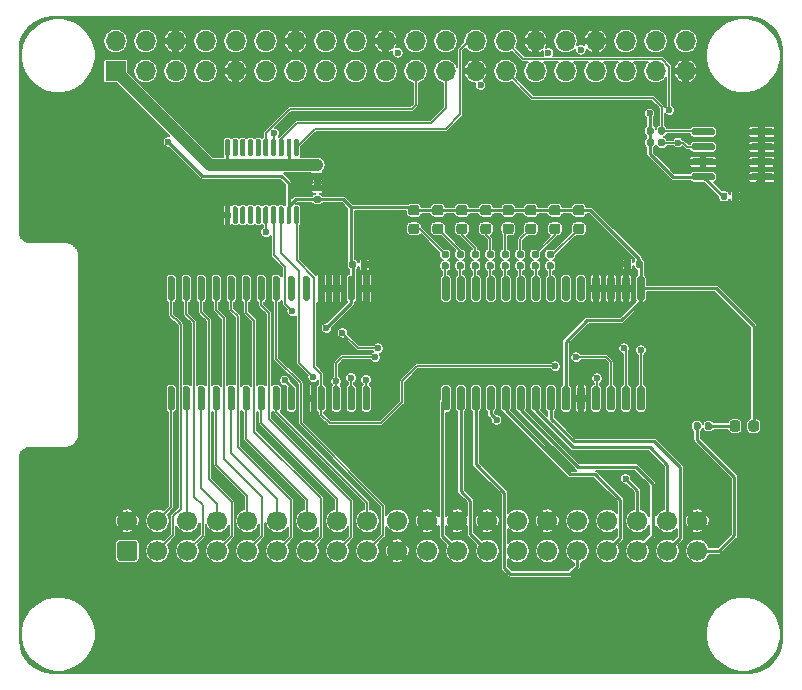
<source format=gtl>
%TF.GenerationSoftware,KiCad,Pcbnew,5.1.6*%
%TF.CreationDate,2020-07-11T21:42:10+02:00*%
%TF.ProjectId,IDEHat,49444548-6174-42e6-9b69-6361645f7063,rev?*%
%TF.SameCoordinates,Original*%
%TF.FileFunction,Copper,L1,Top*%
%TF.FilePolarity,Positive*%
%FSLAX46Y46*%
G04 Gerber Fmt 4.6, Leading zero omitted, Abs format (unit mm)*
G04 Created by KiCad (PCBNEW 5.1.6) date 2020-07-11 21:42:10*
%MOMM*%
%LPD*%
G01*
G04 APERTURE LIST*
%TA.AperFunction,ComponentPad*%
%ADD10C,1.700000*%
%TD*%
%TA.AperFunction,ComponentPad*%
%ADD11R,1.700000X1.700000*%
%TD*%
%TA.AperFunction,ComponentPad*%
%ADD12O,1.700000X1.700000*%
%TD*%
%TA.AperFunction,ViaPad*%
%ADD13C,0.600000*%
%TD*%
%TA.AperFunction,Conductor*%
%ADD14C,0.254000*%
%TD*%
%TA.AperFunction,Conductor*%
%ADD15C,0.127000*%
%TD*%
%TA.AperFunction,Conductor*%
%ADD16C,1.000000*%
%TD*%
G04 APERTURE END LIST*
%TO.P,U2,20*%
%TO.N,/CS*%
%TA.AperFunction,SMDPad,CuDef*%
G36*
G01*
X68460627Y-144424877D02*
X68660627Y-144424877D01*
G75*
G02*
X68760627Y-144524877I0J-100000D01*
G01*
X68760627Y-145799877D01*
G75*
G02*
X68660627Y-145899877I-100000J0D01*
G01*
X68460627Y-145899877D01*
G75*
G02*
X68360627Y-145799877I0J100000D01*
G01*
X68360627Y-144524877D01*
G75*
G02*
X68460627Y-144424877I100000J0D01*
G01*
G37*
%TD.AperFunction*%
%TO.P,U2,19*%
%TO.N,+5V*%
%TA.AperFunction,SMDPad,CuDef*%
G36*
G01*
X67810627Y-144424877D02*
X68010627Y-144424877D01*
G75*
G02*
X68110627Y-144524877I0J-100000D01*
G01*
X68110627Y-145799877D01*
G75*
G02*
X68010627Y-145899877I-100000J0D01*
G01*
X67810627Y-145899877D01*
G75*
G02*
X67710627Y-145799877I0J100000D01*
G01*
X67710627Y-144524877D01*
G75*
G02*
X67810627Y-144424877I100000J0D01*
G01*
G37*
%TD.AperFunction*%
%TO.P,U2,18*%
%TO.N,/SCK*%
%TA.AperFunction,SMDPad,CuDef*%
G36*
G01*
X67160627Y-144424877D02*
X67360627Y-144424877D01*
G75*
G02*
X67460627Y-144524877I0J-100000D01*
G01*
X67460627Y-145799877D01*
G75*
G02*
X67360627Y-145899877I-100000J0D01*
G01*
X67160627Y-145899877D01*
G75*
G02*
X67060627Y-145799877I0J100000D01*
G01*
X67060627Y-144524877D01*
G75*
G02*
X67160627Y-144424877I100000J0D01*
G01*
G37*
%TD.AperFunction*%
%TO.P,U2,17*%
%TO.N,/MOSI*%
%TA.AperFunction,SMDPad,CuDef*%
G36*
G01*
X66510627Y-144424877D02*
X66710627Y-144424877D01*
G75*
G02*
X66810627Y-144524877I0J-100000D01*
G01*
X66810627Y-145799877D01*
G75*
G02*
X66710627Y-145899877I-100000J0D01*
G01*
X66510627Y-145899877D01*
G75*
G02*
X66410627Y-145799877I0J100000D01*
G01*
X66410627Y-144524877D01*
G75*
G02*
X66510627Y-144424877I100000J0D01*
G01*
G37*
%TD.AperFunction*%
%TO.P,U2,16*%
%TO.N,/MISO*%
%TA.AperFunction,SMDPad,CuDef*%
G36*
G01*
X65860627Y-144424877D02*
X66060627Y-144424877D01*
G75*
G02*
X66160627Y-144524877I0J-100000D01*
G01*
X66160627Y-145799877D01*
G75*
G02*
X66060627Y-145899877I-100000J0D01*
G01*
X65860627Y-145899877D01*
G75*
G02*
X65760627Y-145799877I0J100000D01*
G01*
X65760627Y-144524877D01*
G75*
G02*
X65860627Y-144424877I100000J0D01*
G01*
G37*
%TD.AperFunction*%
%TO.P,U2,15*%
%TO.N,Net-(U2-Pad15)*%
%TA.AperFunction,SMDPad,CuDef*%
G36*
G01*
X65210627Y-144424877D02*
X65410627Y-144424877D01*
G75*
G02*
X65510627Y-144524877I0J-100000D01*
G01*
X65510627Y-145799877D01*
G75*
G02*
X65410627Y-145899877I-100000J0D01*
G01*
X65210627Y-145899877D01*
G75*
G02*
X65110627Y-145799877I0J100000D01*
G01*
X65110627Y-144524877D01*
G75*
G02*
X65210627Y-144424877I100000J0D01*
G01*
G37*
%TD.AperFunction*%
%TO.P,U2,14*%
%TO.N,Net-(U2-Pad14)*%
%TA.AperFunction,SMDPad,CuDef*%
G36*
G01*
X64560627Y-144424877D02*
X64760627Y-144424877D01*
G75*
G02*
X64860627Y-144524877I0J-100000D01*
G01*
X64860627Y-145799877D01*
G75*
G02*
X64760627Y-145899877I-100000J0D01*
G01*
X64560627Y-145899877D01*
G75*
G02*
X64460627Y-145799877I0J100000D01*
G01*
X64460627Y-144524877D01*
G75*
G02*
X64560627Y-144424877I100000J0D01*
G01*
G37*
%TD.AperFunction*%
%TO.P,U2,13*%
%TO.N,Net-(U2-Pad13)*%
%TA.AperFunction,SMDPad,CuDef*%
G36*
G01*
X63910627Y-144424877D02*
X64110627Y-144424877D01*
G75*
G02*
X64210627Y-144524877I0J-100000D01*
G01*
X64210627Y-145799877D01*
G75*
G02*
X64110627Y-145899877I-100000J0D01*
G01*
X63910627Y-145899877D01*
G75*
G02*
X63810627Y-145799877I0J100000D01*
G01*
X63810627Y-144524877D01*
G75*
G02*
X63910627Y-144424877I100000J0D01*
G01*
G37*
%TD.AperFunction*%
%TO.P,U2,12*%
%TO.N,Net-(U2-Pad12)*%
%TA.AperFunction,SMDPad,CuDef*%
G36*
G01*
X63260627Y-144424877D02*
X63460627Y-144424877D01*
G75*
G02*
X63560627Y-144524877I0J-100000D01*
G01*
X63560627Y-145799877D01*
G75*
G02*
X63460627Y-145899877I-100000J0D01*
G01*
X63260627Y-145899877D01*
G75*
G02*
X63160627Y-145799877I0J100000D01*
G01*
X63160627Y-144524877D01*
G75*
G02*
X63260627Y-144424877I100000J0D01*
G01*
G37*
%TD.AperFunction*%
%TO.P,U2,11*%
%TO.N,GND*%
%TA.AperFunction,SMDPad,CuDef*%
G36*
G01*
X62610627Y-144424877D02*
X62810627Y-144424877D01*
G75*
G02*
X62910627Y-144524877I0J-100000D01*
G01*
X62910627Y-145799877D01*
G75*
G02*
X62810627Y-145899877I-100000J0D01*
G01*
X62610627Y-145899877D01*
G75*
G02*
X62510627Y-145799877I0J100000D01*
G01*
X62510627Y-144524877D01*
G75*
G02*
X62610627Y-144424877I100000J0D01*
G01*
G37*
%TD.AperFunction*%
%TO.P,U2,10*%
%TO.N,+3V3*%
%TA.AperFunction,SMDPad,CuDef*%
G36*
G01*
X62610627Y-138699877D02*
X62810627Y-138699877D01*
G75*
G02*
X62910627Y-138799877I0J-100000D01*
G01*
X62910627Y-140074877D01*
G75*
G02*
X62810627Y-140174877I-100000J0D01*
G01*
X62610627Y-140174877D01*
G75*
G02*
X62510627Y-140074877I0J100000D01*
G01*
X62510627Y-138799877D01*
G75*
G02*
X62610627Y-138699877I100000J0D01*
G01*
G37*
%TD.AperFunction*%
%TO.P,U2,9*%
%TO.N,Net-(U2-Pad9)*%
%TA.AperFunction,SMDPad,CuDef*%
G36*
G01*
X63260627Y-138699877D02*
X63460627Y-138699877D01*
G75*
G02*
X63560627Y-138799877I0J-100000D01*
G01*
X63560627Y-140074877D01*
G75*
G02*
X63460627Y-140174877I-100000J0D01*
G01*
X63260627Y-140174877D01*
G75*
G02*
X63160627Y-140074877I0J100000D01*
G01*
X63160627Y-138799877D01*
G75*
G02*
X63260627Y-138699877I100000J0D01*
G01*
G37*
%TD.AperFunction*%
%TO.P,U2,8*%
%TO.N,Net-(U2-Pad8)*%
%TA.AperFunction,SMDPad,CuDef*%
G36*
G01*
X63910627Y-138699877D02*
X64110627Y-138699877D01*
G75*
G02*
X64210627Y-138799877I0J-100000D01*
G01*
X64210627Y-140074877D01*
G75*
G02*
X64110627Y-140174877I-100000J0D01*
G01*
X63910627Y-140174877D01*
G75*
G02*
X63810627Y-140074877I0J100000D01*
G01*
X63810627Y-138799877D01*
G75*
G02*
X63910627Y-138699877I100000J0D01*
G01*
G37*
%TD.AperFunction*%
%TO.P,U2,7*%
%TO.N,Net-(U2-Pad7)*%
%TA.AperFunction,SMDPad,CuDef*%
G36*
G01*
X64560627Y-138699877D02*
X64760627Y-138699877D01*
G75*
G02*
X64860627Y-138799877I0J-100000D01*
G01*
X64860627Y-140074877D01*
G75*
G02*
X64760627Y-140174877I-100000J0D01*
G01*
X64560627Y-140174877D01*
G75*
G02*
X64460627Y-140074877I0J100000D01*
G01*
X64460627Y-138799877D01*
G75*
G02*
X64560627Y-138699877I100000J0D01*
G01*
G37*
%TD.AperFunction*%
%TO.P,U2,6*%
%TO.N,Net-(U2-Pad6)*%
%TA.AperFunction,SMDPad,CuDef*%
G36*
G01*
X65210627Y-138699877D02*
X65410627Y-138699877D01*
G75*
G02*
X65510627Y-138799877I0J-100000D01*
G01*
X65510627Y-140074877D01*
G75*
G02*
X65410627Y-140174877I-100000J0D01*
G01*
X65210627Y-140174877D01*
G75*
G02*
X65110627Y-140074877I0J100000D01*
G01*
X65110627Y-138799877D01*
G75*
G02*
X65210627Y-138699877I100000J0D01*
G01*
G37*
%TD.AperFunction*%
%TO.P,U2,5*%
%TO.N,/3V_MISO*%
%TA.AperFunction,SMDPad,CuDef*%
G36*
G01*
X65860627Y-138699877D02*
X66060627Y-138699877D01*
G75*
G02*
X66160627Y-138799877I0J-100000D01*
G01*
X66160627Y-140074877D01*
G75*
G02*
X66060627Y-140174877I-100000J0D01*
G01*
X65860627Y-140174877D01*
G75*
G02*
X65760627Y-140074877I0J100000D01*
G01*
X65760627Y-138799877D01*
G75*
G02*
X65860627Y-138699877I100000J0D01*
G01*
G37*
%TD.AperFunction*%
%TO.P,U2,4*%
%TO.N,/3V_MOSI*%
%TA.AperFunction,SMDPad,CuDef*%
G36*
G01*
X66510627Y-138699877D02*
X66710627Y-138699877D01*
G75*
G02*
X66810627Y-138799877I0J-100000D01*
G01*
X66810627Y-140074877D01*
G75*
G02*
X66710627Y-140174877I-100000J0D01*
G01*
X66510627Y-140174877D01*
G75*
G02*
X66410627Y-140074877I0J100000D01*
G01*
X66410627Y-138799877D01*
G75*
G02*
X66510627Y-138699877I100000J0D01*
G01*
G37*
%TD.AperFunction*%
%TO.P,U2,3*%
%TO.N,/3V_SCK*%
%TA.AperFunction,SMDPad,CuDef*%
G36*
G01*
X67160627Y-138699877D02*
X67360627Y-138699877D01*
G75*
G02*
X67460627Y-138799877I0J-100000D01*
G01*
X67460627Y-140074877D01*
G75*
G02*
X67360627Y-140174877I-100000J0D01*
G01*
X67160627Y-140174877D01*
G75*
G02*
X67060627Y-140074877I0J100000D01*
G01*
X67060627Y-138799877D01*
G75*
G02*
X67160627Y-138699877I100000J0D01*
G01*
G37*
%TD.AperFunction*%
%TO.P,U2,2*%
%TO.N,+3V3*%
%TA.AperFunction,SMDPad,CuDef*%
G36*
G01*
X67810627Y-138699877D02*
X68010627Y-138699877D01*
G75*
G02*
X68110627Y-138799877I0J-100000D01*
G01*
X68110627Y-140074877D01*
G75*
G02*
X68010627Y-140174877I-100000J0D01*
G01*
X67810627Y-140174877D01*
G75*
G02*
X67710627Y-140074877I0J100000D01*
G01*
X67710627Y-138799877D01*
G75*
G02*
X67810627Y-138699877I100000J0D01*
G01*
G37*
%TD.AperFunction*%
%TO.P,U2,1*%
%TO.N,/3V_CS*%
%TA.AperFunction,SMDPad,CuDef*%
G36*
G01*
X68460627Y-138699877D02*
X68660627Y-138699877D01*
G75*
G02*
X68760627Y-138799877I0J-100000D01*
G01*
X68760627Y-140074877D01*
G75*
G02*
X68660627Y-140174877I-100000J0D01*
G01*
X68460627Y-140174877D01*
G75*
G02*
X68360627Y-140074877I0J100000D01*
G01*
X68360627Y-138799877D01*
G75*
G02*
X68460627Y-138699877I100000J0D01*
G01*
G37*
%TD.AperFunction*%
%TD*%
%TO.P,R11,2*%
%TO.N,Net-(R11-Pad2)*%
%TA.AperFunction,SMDPad,CuDef*%
G36*
G01*
X80980500Y-149161000D02*
X81325500Y-149161000D01*
G75*
G02*
X81473000Y-149308500I0J-147500D01*
G01*
X81473000Y-149603500D01*
G75*
G02*
X81325500Y-149751000I-147500J0D01*
G01*
X80980500Y-149751000D01*
G75*
G02*
X80833000Y-149603500I0J147500D01*
G01*
X80833000Y-149308500D01*
G75*
G02*
X80980500Y-149161000I147500J0D01*
G01*
G37*
%TD.AperFunction*%
%TO.P,R11,1*%
%TO.N,Net-(D9-Pad1)*%
%TA.AperFunction,SMDPad,CuDef*%
G36*
G01*
X80980500Y-148191000D02*
X81325500Y-148191000D01*
G75*
G02*
X81473000Y-148338500I0J-147500D01*
G01*
X81473000Y-148633500D01*
G75*
G02*
X81325500Y-148781000I-147500J0D01*
G01*
X80980500Y-148781000D01*
G75*
G02*
X80833000Y-148633500I0J147500D01*
G01*
X80833000Y-148338500D01*
G75*
G02*
X80980500Y-148191000I147500J0D01*
G01*
G37*
%TD.AperFunction*%
%TD*%
%TO.P,R10,2*%
%TO.N,Net-(R10-Pad2)*%
%TA.AperFunction,SMDPad,CuDef*%
G36*
G01*
X82250500Y-149161000D02*
X82595500Y-149161000D01*
G75*
G02*
X82743000Y-149308500I0J-147500D01*
G01*
X82743000Y-149603500D01*
G75*
G02*
X82595500Y-149751000I-147500J0D01*
G01*
X82250500Y-149751000D01*
G75*
G02*
X82103000Y-149603500I0J147500D01*
G01*
X82103000Y-149308500D01*
G75*
G02*
X82250500Y-149161000I147500J0D01*
G01*
G37*
%TD.AperFunction*%
%TO.P,R10,1*%
%TO.N,Net-(D8-Pad1)*%
%TA.AperFunction,SMDPad,CuDef*%
G36*
G01*
X82250500Y-148191000D02*
X82595500Y-148191000D01*
G75*
G02*
X82743000Y-148338500I0J-147500D01*
G01*
X82743000Y-148633500D01*
G75*
G02*
X82595500Y-148781000I-147500J0D01*
G01*
X82250500Y-148781000D01*
G75*
G02*
X82103000Y-148633500I0J147500D01*
G01*
X82103000Y-148338500D01*
G75*
G02*
X82250500Y-148191000I147500J0D01*
G01*
G37*
%TD.AperFunction*%
%TD*%
%TO.P,R9,2*%
%TO.N,Net-(R9-Pad2)*%
%TA.AperFunction,SMDPad,CuDef*%
G36*
G01*
X83520500Y-149161000D02*
X83865500Y-149161000D01*
G75*
G02*
X84013000Y-149308500I0J-147500D01*
G01*
X84013000Y-149603500D01*
G75*
G02*
X83865500Y-149751000I-147500J0D01*
G01*
X83520500Y-149751000D01*
G75*
G02*
X83373000Y-149603500I0J147500D01*
G01*
X83373000Y-149308500D01*
G75*
G02*
X83520500Y-149161000I147500J0D01*
G01*
G37*
%TD.AperFunction*%
%TO.P,R9,1*%
%TO.N,Net-(D7-Pad1)*%
%TA.AperFunction,SMDPad,CuDef*%
G36*
G01*
X83520500Y-148191000D02*
X83865500Y-148191000D01*
G75*
G02*
X84013000Y-148338500I0J-147500D01*
G01*
X84013000Y-148633500D01*
G75*
G02*
X83865500Y-148781000I-147500J0D01*
G01*
X83520500Y-148781000D01*
G75*
G02*
X83373000Y-148633500I0J147500D01*
G01*
X83373000Y-148338500D01*
G75*
G02*
X83520500Y-148191000I147500J0D01*
G01*
G37*
%TD.AperFunction*%
%TD*%
%TO.P,R8,2*%
%TO.N,Net-(R8-Pad2)*%
%TA.AperFunction,SMDPad,CuDef*%
G36*
G01*
X84790500Y-149161000D02*
X85135500Y-149161000D01*
G75*
G02*
X85283000Y-149308500I0J-147500D01*
G01*
X85283000Y-149603500D01*
G75*
G02*
X85135500Y-149751000I-147500J0D01*
G01*
X84790500Y-149751000D01*
G75*
G02*
X84643000Y-149603500I0J147500D01*
G01*
X84643000Y-149308500D01*
G75*
G02*
X84790500Y-149161000I147500J0D01*
G01*
G37*
%TD.AperFunction*%
%TO.P,R8,1*%
%TO.N,Net-(D6-Pad1)*%
%TA.AperFunction,SMDPad,CuDef*%
G36*
G01*
X84790500Y-148191000D02*
X85135500Y-148191000D01*
G75*
G02*
X85283000Y-148338500I0J-147500D01*
G01*
X85283000Y-148633500D01*
G75*
G02*
X85135500Y-148781000I-147500J0D01*
G01*
X84790500Y-148781000D01*
G75*
G02*
X84643000Y-148633500I0J147500D01*
G01*
X84643000Y-148338500D01*
G75*
G02*
X84790500Y-148191000I147500J0D01*
G01*
G37*
%TD.AperFunction*%
%TD*%
%TO.P,R7,2*%
%TO.N,Net-(R7-Pad2)*%
%TA.AperFunction,SMDPad,CuDef*%
G36*
G01*
X86060500Y-149161000D02*
X86405500Y-149161000D01*
G75*
G02*
X86553000Y-149308500I0J-147500D01*
G01*
X86553000Y-149603500D01*
G75*
G02*
X86405500Y-149751000I-147500J0D01*
G01*
X86060500Y-149751000D01*
G75*
G02*
X85913000Y-149603500I0J147500D01*
G01*
X85913000Y-149308500D01*
G75*
G02*
X86060500Y-149161000I147500J0D01*
G01*
G37*
%TD.AperFunction*%
%TO.P,R7,1*%
%TO.N,Net-(D5-Pad1)*%
%TA.AperFunction,SMDPad,CuDef*%
G36*
G01*
X86060500Y-148191000D02*
X86405500Y-148191000D01*
G75*
G02*
X86553000Y-148338500I0J-147500D01*
G01*
X86553000Y-148633500D01*
G75*
G02*
X86405500Y-148781000I-147500J0D01*
G01*
X86060500Y-148781000D01*
G75*
G02*
X85913000Y-148633500I0J147500D01*
G01*
X85913000Y-148338500D01*
G75*
G02*
X86060500Y-148191000I147500J0D01*
G01*
G37*
%TD.AperFunction*%
%TD*%
%TO.P,R6,2*%
%TO.N,Net-(R6-Pad2)*%
%TA.AperFunction,SMDPad,CuDef*%
G36*
G01*
X87330500Y-149161000D02*
X87675500Y-149161000D01*
G75*
G02*
X87823000Y-149308500I0J-147500D01*
G01*
X87823000Y-149603500D01*
G75*
G02*
X87675500Y-149751000I-147500J0D01*
G01*
X87330500Y-149751000D01*
G75*
G02*
X87183000Y-149603500I0J147500D01*
G01*
X87183000Y-149308500D01*
G75*
G02*
X87330500Y-149161000I147500J0D01*
G01*
G37*
%TD.AperFunction*%
%TO.P,R6,1*%
%TO.N,Net-(D4-Pad1)*%
%TA.AperFunction,SMDPad,CuDef*%
G36*
G01*
X87330500Y-148191000D02*
X87675500Y-148191000D01*
G75*
G02*
X87823000Y-148338500I0J-147500D01*
G01*
X87823000Y-148633500D01*
G75*
G02*
X87675500Y-148781000I-147500J0D01*
G01*
X87330500Y-148781000D01*
G75*
G02*
X87183000Y-148633500I0J147500D01*
G01*
X87183000Y-148338500D01*
G75*
G02*
X87330500Y-148191000I147500J0D01*
G01*
G37*
%TD.AperFunction*%
%TD*%
%TO.P,R5,2*%
%TO.N,Net-(R5-Pad2)*%
%TA.AperFunction,SMDPad,CuDef*%
G36*
G01*
X88600500Y-149161000D02*
X88945500Y-149161000D01*
G75*
G02*
X89093000Y-149308500I0J-147500D01*
G01*
X89093000Y-149603500D01*
G75*
G02*
X88945500Y-149751000I-147500J0D01*
G01*
X88600500Y-149751000D01*
G75*
G02*
X88453000Y-149603500I0J147500D01*
G01*
X88453000Y-149308500D01*
G75*
G02*
X88600500Y-149161000I147500J0D01*
G01*
G37*
%TD.AperFunction*%
%TO.P,R5,1*%
%TO.N,Net-(D3-Pad1)*%
%TA.AperFunction,SMDPad,CuDef*%
G36*
G01*
X88600500Y-148191000D02*
X88945500Y-148191000D01*
G75*
G02*
X89093000Y-148338500I0J-147500D01*
G01*
X89093000Y-148633500D01*
G75*
G02*
X88945500Y-148781000I-147500J0D01*
G01*
X88600500Y-148781000D01*
G75*
G02*
X88453000Y-148633500I0J147500D01*
G01*
X88453000Y-148338500D01*
G75*
G02*
X88600500Y-148191000I147500J0D01*
G01*
G37*
%TD.AperFunction*%
%TD*%
%TO.P,R4,2*%
%TO.N,Net-(R4-Pad2)*%
%TA.AperFunction,SMDPad,CuDef*%
G36*
G01*
X89870500Y-149161000D02*
X90215500Y-149161000D01*
G75*
G02*
X90363000Y-149308500I0J-147500D01*
G01*
X90363000Y-149603500D01*
G75*
G02*
X90215500Y-149751000I-147500J0D01*
G01*
X89870500Y-149751000D01*
G75*
G02*
X89723000Y-149603500I0J147500D01*
G01*
X89723000Y-149308500D01*
G75*
G02*
X89870500Y-149161000I147500J0D01*
G01*
G37*
%TD.AperFunction*%
%TO.P,R4,1*%
%TO.N,Net-(D2-Pad1)*%
%TA.AperFunction,SMDPad,CuDef*%
G36*
G01*
X89870500Y-148191000D02*
X90215500Y-148191000D01*
G75*
G02*
X90363000Y-148338500I0J-147500D01*
G01*
X90363000Y-148633500D01*
G75*
G02*
X90215500Y-148781000I-147500J0D01*
G01*
X89870500Y-148781000D01*
G75*
G02*
X89723000Y-148633500I0J147500D01*
G01*
X89723000Y-148338500D01*
G75*
G02*
X89870500Y-148191000I147500J0D01*
G01*
G37*
%TD.AperFunction*%
%TD*%
%TO.P,D9,2*%
%TO.N,+5V*%
%TA.AperFunction,SMDPad,CuDef*%
G36*
G01*
X78742250Y-145192000D02*
X78229750Y-145192000D01*
G75*
G02*
X78011000Y-144973250I0J218750D01*
G01*
X78011000Y-144535750D01*
G75*
G02*
X78229750Y-144317000I218750J0D01*
G01*
X78742250Y-144317000D01*
G75*
G02*
X78961000Y-144535750I0J-218750D01*
G01*
X78961000Y-144973250D01*
G75*
G02*
X78742250Y-145192000I-218750J0D01*
G01*
G37*
%TD.AperFunction*%
%TO.P,D9,1*%
%TO.N,Net-(D9-Pad1)*%
%TA.AperFunction,SMDPad,CuDef*%
G36*
G01*
X78742250Y-146767000D02*
X78229750Y-146767000D01*
G75*
G02*
X78011000Y-146548250I0J218750D01*
G01*
X78011000Y-146110750D01*
G75*
G02*
X78229750Y-145892000I218750J0D01*
G01*
X78742250Y-145892000D01*
G75*
G02*
X78961000Y-146110750I0J-218750D01*
G01*
X78961000Y-146548250D01*
G75*
G02*
X78742250Y-146767000I-218750J0D01*
G01*
G37*
%TD.AperFunction*%
%TD*%
%TO.P,D8,2*%
%TO.N,+5V*%
%TA.AperFunction,SMDPad,CuDef*%
G36*
G01*
X80774250Y-145192000D02*
X80261750Y-145192000D01*
G75*
G02*
X80043000Y-144973250I0J218750D01*
G01*
X80043000Y-144535750D01*
G75*
G02*
X80261750Y-144317000I218750J0D01*
G01*
X80774250Y-144317000D01*
G75*
G02*
X80993000Y-144535750I0J-218750D01*
G01*
X80993000Y-144973250D01*
G75*
G02*
X80774250Y-145192000I-218750J0D01*
G01*
G37*
%TD.AperFunction*%
%TO.P,D8,1*%
%TO.N,Net-(D8-Pad1)*%
%TA.AperFunction,SMDPad,CuDef*%
G36*
G01*
X80774250Y-146767000D02*
X80261750Y-146767000D01*
G75*
G02*
X80043000Y-146548250I0J218750D01*
G01*
X80043000Y-146110750D01*
G75*
G02*
X80261750Y-145892000I218750J0D01*
G01*
X80774250Y-145892000D01*
G75*
G02*
X80993000Y-146110750I0J-218750D01*
G01*
X80993000Y-146548250D01*
G75*
G02*
X80774250Y-146767000I-218750J0D01*
G01*
G37*
%TD.AperFunction*%
%TD*%
%TO.P,D7,2*%
%TO.N,+5V*%
%TA.AperFunction,SMDPad,CuDef*%
G36*
G01*
X82806250Y-145192000D02*
X82293750Y-145192000D01*
G75*
G02*
X82075000Y-144973250I0J218750D01*
G01*
X82075000Y-144535750D01*
G75*
G02*
X82293750Y-144317000I218750J0D01*
G01*
X82806250Y-144317000D01*
G75*
G02*
X83025000Y-144535750I0J-218750D01*
G01*
X83025000Y-144973250D01*
G75*
G02*
X82806250Y-145192000I-218750J0D01*
G01*
G37*
%TD.AperFunction*%
%TO.P,D7,1*%
%TO.N,Net-(D7-Pad1)*%
%TA.AperFunction,SMDPad,CuDef*%
G36*
G01*
X82806250Y-146767000D02*
X82293750Y-146767000D01*
G75*
G02*
X82075000Y-146548250I0J218750D01*
G01*
X82075000Y-146110750D01*
G75*
G02*
X82293750Y-145892000I218750J0D01*
G01*
X82806250Y-145892000D01*
G75*
G02*
X83025000Y-146110750I0J-218750D01*
G01*
X83025000Y-146548250D01*
G75*
G02*
X82806250Y-146767000I-218750J0D01*
G01*
G37*
%TD.AperFunction*%
%TD*%
%TO.P,D6,2*%
%TO.N,+5V*%
%TA.AperFunction,SMDPad,CuDef*%
G36*
G01*
X84838250Y-145192000D02*
X84325750Y-145192000D01*
G75*
G02*
X84107000Y-144973250I0J218750D01*
G01*
X84107000Y-144535750D01*
G75*
G02*
X84325750Y-144317000I218750J0D01*
G01*
X84838250Y-144317000D01*
G75*
G02*
X85057000Y-144535750I0J-218750D01*
G01*
X85057000Y-144973250D01*
G75*
G02*
X84838250Y-145192000I-218750J0D01*
G01*
G37*
%TD.AperFunction*%
%TO.P,D6,1*%
%TO.N,Net-(D6-Pad1)*%
%TA.AperFunction,SMDPad,CuDef*%
G36*
G01*
X84838250Y-146767000D02*
X84325750Y-146767000D01*
G75*
G02*
X84107000Y-146548250I0J218750D01*
G01*
X84107000Y-146110750D01*
G75*
G02*
X84325750Y-145892000I218750J0D01*
G01*
X84838250Y-145892000D01*
G75*
G02*
X85057000Y-146110750I0J-218750D01*
G01*
X85057000Y-146548250D01*
G75*
G02*
X84838250Y-146767000I-218750J0D01*
G01*
G37*
%TD.AperFunction*%
%TD*%
%TO.P,D5,2*%
%TO.N,+5V*%
%TA.AperFunction,SMDPad,CuDef*%
G36*
G01*
X86743250Y-145192000D02*
X86230750Y-145192000D01*
G75*
G02*
X86012000Y-144973250I0J218750D01*
G01*
X86012000Y-144535750D01*
G75*
G02*
X86230750Y-144317000I218750J0D01*
G01*
X86743250Y-144317000D01*
G75*
G02*
X86962000Y-144535750I0J-218750D01*
G01*
X86962000Y-144973250D01*
G75*
G02*
X86743250Y-145192000I-218750J0D01*
G01*
G37*
%TD.AperFunction*%
%TO.P,D5,1*%
%TO.N,Net-(D5-Pad1)*%
%TA.AperFunction,SMDPad,CuDef*%
G36*
G01*
X86743250Y-146767000D02*
X86230750Y-146767000D01*
G75*
G02*
X86012000Y-146548250I0J218750D01*
G01*
X86012000Y-146110750D01*
G75*
G02*
X86230750Y-145892000I218750J0D01*
G01*
X86743250Y-145892000D01*
G75*
G02*
X86962000Y-146110750I0J-218750D01*
G01*
X86962000Y-146548250D01*
G75*
G02*
X86743250Y-146767000I-218750J0D01*
G01*
G37*
%TD.AperFunction*%
%TD*%
%TO.P,D4,2*%
%TO.N,+5V*%
%TA.AperFunction,SMDPad,CuDef*%
G36*
G01*
X88648250Y-145192000D02*
X88135750Y-145192000D01*
G75*
G02*
X87917000Y-144973250I0J218750D01*
G01*
X87917000Y-144535750D01*
G75*
G02*
X88135750Y-144317000I218750J0D01*
G01*
X88648250Y-144317000D01*
G75*
G02*
X88867000Y-144535750I0J-218750D01*
G01*
X88867000Y-144973250D01*
G75*
G02*
X88648250Y-145192000I-218750J0D01*
G01*
G37*
%TD.AperFunction*%
%TO.P,D4,1*%
%TO.N,Net-(D4-Pad1)*%
%TA.AperFunction,SMDPad,CuDef*%
G36*
G01*
X88648250Y-146767000D02*
X88135750Y-146767000D01*
G75*
G02*
X87917000Y-146548250I0J218750D01*
G01*
X87917000Y-146110750D01*
G75*
G02*
X88135750Y-145892000I218750J0D01*
G01*
X88648250Y-145892000D01*
G75*
G02*
X88867000Y-146110750I0J-218750D01*
G01*
X88867000Y-146548250D01*
G75*
G02*
X88648250Y-146767000I-218750J0D01*
G01*
G37*
%TD.AperFunction*%
%TD*%
%TO.P,D3,2*%
%TO.N,+5V*%
%TA.AperFunction,SMDPad,CuDef*%
G36*
G01*
X90680250Y-145192000D02*
X90167750Y-145192000D01*
G75*
G02*
X89949000Y-144973250I0J218750D01*
G01*
X89949000Y-144535750D01*
G75*
G02*
X90167750Y-144317000I218750J0D01*
G01*
X90680250Y-144317000D01*
G75*
G02*
X90899000Y-144535750I0J-218750D01*
G01*
X90899000Y-144973250D01*
G75*
G02*
X90680250Y-145192000I-218750J0D01*
G01*
G37*
%TD.AperFunction*%
%TO.P,D3,1*%
%TO.N,Net-(D3-Pad1)*%
%TA.AperFunction,SMDPad,CuDef*%
G36*
G01*
X90680250Y-146767000D02*
X90167750Y-146767000D01*
G75*
G02*
X89949000Y-146548250I0J218750D01*
G01*
X89949000Y-146110750D01*
G75*
G02*
X90167750Y-145892000I218750J0D01*
G01*
X90680250Y-145892000D01*
G75*
G02*
X90899000Y-146110750I0J-218750D01*
G01*
X90899000Y-146548250D01*
G75*
G02*
X90680250Y-146767000I-218750J0D01*
G01*
G37*
%TD.AperFunction*%
%TD*%
%TO.P,D2,2*%
%TO.N,+5V*%
%TA.AperFunction,SMDPad,CuDef*%
G36*
G01*
X92712250Y-145192000D02*
X92199750Y-145192000D01*
G75*
G02*
X91981000Y-144973250I0J218750D01*
G01*
X91981000Y-144535750D01*
G75*
G02*
X92199750Y-144317000I218750J0D01*
G01*
X92712250Y-144317000D01*
G75*
G02*
X92931000Y-144535750I0J-218750D01*
G01*
X92931000Y-144973250D01*
G75*
G02*
X92712250Y-145192000I-218750J0D01*
G01*
G37*
%TD.AperFunction*%
%TO.P,D2,1*%
%TO.N,Net-(D2-Pad1)*%
%TA.AperFunction,SMDPad,CuDef*%
G36*
G01*
X92712250Y-146767000D02*
X92199750Y-146767000D01*
G75*
G02*
X91981000Y-146548250I0J218750D01*
G01*
X91981000Y-146110750D01*
G75*
G02*
X92199750Y-145892000I218750J0D01*
G01*
X92712250Y-145892000D01*
G75*
G02*
X92931000Y-146110750I0J-218750D01*
G01*
X92931000Y-146548250D01*
G75*
G02*
X92712250Y-146767000I-218750J0D01*
G01*
G37*
%TD.AperFunction*%
%TD*%
%TO.P,C5,2*%
%TO.N,GND*%
%TA.AperFunction,SMDPad,CuDef*%
G36*
G01*
X105425628Y-143742378D02*
X105425628Y-143397378D01*
G75*
G02*
X105573128Y-143249878I147500J0D01*
G01*
X105868128Y-143249878D01*
G75*
G02*
X106015628Y-143397378I0J-147500D01*
G01*
X106015628Y-143742378D01*
G75*
G02*
X105868128Y-143889878I-147500J0D01*
G01*
X105573128Y-143889878D01*
G75*
G02*
X105425628Y-143742378I0J147500D01*
G01*
G37*
%TD.AperFunction*%
%TO.P,C5,1*%
%TO.N,+3V3*%
%TA.AperFunction,SMDPad,CuDef*%
G36*
G01*
X104455628Y-143742378D02*
X104455628Y-143397378D01*
G75*
G02*
X104603128Y-143249878I147500J0D01*
G01*
X104898128Y-143249878D01*
G75*
G02*
X105045628Y-143397378I0J-147500D01*
G01*
X105045628Y-143742378D01*
G75*
G02*
X104898128Y-143889878I-147500J0D01*
G01*
X104603128Y-143889878D01*
G75*
G02*
X104455628Y-143742378I0J147500D01*
G01*
G37*
%TD.AperFunction*%
%TD*%
%TO.P,C4,2*%
%TO.N,GND*%
%TA.AperFunction,SMDPad,CuDef*%
G36*
G01*
X70153127Y-141599875D02*
X70498127Y-141599875D01*
G75*
G02*
X70645627Y-141747375I0J-147500D01*
G01*
X70645627Y-142042375D01*
G75*
G02*
X70498127Y-142189875I-147500J0D01*
G01*
X70153127Y-142189875D01*
G75*
G02*
X70005627Y-142042375I0J147500D01*
G01*
X70005627Y-141747375D01*
G75*
G02*
X70153127Y-141599875I147500J0D01*
G01*
G37*
%TD.AperFunction*%
%TO.P,C4,1*%
%TO.N,+3V3*%
%TA.AperFunction,SMDPad,CuDef*%
G36*
G01*
X70153127Y-140629875D02*
X70498127Y-140629875D01*
G75*
G02*
X70645627Y-140777375I0J-147500D01*
G01*
X70645627Y-141072375D01*
G75*
G02*
X70498127Y-141219875I-147500J0D01*
G01*
X70153127Y-141219875D01*
G75*
G02*
X70005627Y-141072375I0J147500D01*
G01*
X70005627Y-140777375D01*
G75*
G02*
X70153127Y-140629875I147500J0D01*
G01*
G37*
%TD.AperFunction*%
%TD*%
%TO.P,C3,2*%
%TO.N,GND*%
%TA.AperFunction,SMDPad,CuDef*%
G36*
G01*
X96895627Y-149127375D02*
X96895627Y-149472375D01*
G75*
G02*
X96748127Y-149619875I-147500J0D01*
G01*
X96453127Y-149619875D01*
G75*
G02*
X96305627Y-149472375I0J147500D01*
G01*
X96305627Y-149127375D01*
G75*
G02*
X96453127Y-148979875I147500J0D01*
G01*
X96748127Y-148979875D01*
G75*
G02*
X96895627Y-149127375I0J-147500D01*
G01*
G37*
%TD.AperFunction*%
%TO.P,C3,1*%
%TO.N,+5V*%
%TA.AperFunction,SMDPad,CuDef*%
G36*
G01*
X97865627Y-149127375D02*
X97865627Y-149472375D01*
G75*
G02*
X97718127Y-149619875I-147500J0D01*
G01*
X97423127Y-149619875D01*
G75*
G02*
X97275627Y-149472375I0J147500D01*
G01*
X97275627Y-149127375D01*
G75*
G02*
X97423127Y-148979875I147500J0D01*
G01*
X97718127Y-148979875D01*
G75*
G02*
X97865627Y-149127375I0J-147500D01*
G01*
G37*
%TD.AperFunction*%
%TD*%
%TO.P,C2,2*%
%TO.N,GND*%
%TA.AperFunction,SMDPad,CuDef*%
G36*
G01*
X73995628Y-149522376D02*
X73995628Y-149177376D01*
G75*
G02*
X74143128Y-149029876I147500J0D01*
G01*
X74438128Y-149029876D01*
G75*
G02*
X74585628Y-149177376I0J-147500D01*
G01*
X74585628Y-149522376D01*
G75*
G02*
X74438128Y-149669876I-147500J0D01*
G01*
X74143128Y-149669876D01*
G75*
G02*
X73995628Y-149522376I0J147500D01*
G01*
G37*
%TD.AperFunction*%
%TO.P,C2,1*%
%TO.N,+5V*%
%TA.AperFunction,SMDPad,CuDef*%
G36*
G01*
X73025628Y-149522376D02*
X73025628Y-149177376D01*
G75*
G02*
X73173128Y-149029876I147500J0D01*
G01*
X73468128Y-149029876D01*
G75*
G02*
X73615628Y-149177376I0J-147500D01*
G01*
X73615628Y-149522376D01*
G75*
G02*
X73468128Y-149669876I-147500J0D01*
G01*
X73173128Y-149669876D01*
G75*
G02*
X73025628Y-149522376I0J147500D01*
G01*
G37*
%TD.AperFunction*%
%TD*%
%TO.P,C1,2*%
%TO.N,GND*%
%TA.AperFunction,SMDPad,CuDef*%
G36*
G01*
X70488127Y-143159876D02*
X70143127Y-143159876D01*
G75*
G02*
X69995627Y-143012376I0J147500D01*
G01*
X69995627Y-142717376D01*
G75*
G02*
X70143127Y-142569876I147500J0D01*
G01*
X70488127Y-142569876D01*
G75*
G02*
X70635627Y-142717376I0J-147500D01*
G01*
X70635627Y-143012376D01*
G75*
G02*
X70488127Y-143159876I-147500J0D01*
G01*
G37*
%TD.AperFunction*%
%TO.P,C1,1*%
%TO.N,+5V*%
%TA.AperFunction,SMDPad,CuDef*%
G36*
G01*
X70488127Y-144129876D02*
X70143127Y-144129876D01*
G75*
G02*
X69995627Y-143982376I0J147500D01*
G01*
X69995627Y-143687376D01*
G75*
G02*
X70143127Y-143539876I147500J0D01*
G01*
X70488127Y-143539876D01*
G75*
G02*
X70635627Y-143687376I0J-147500D01*
G01*
X70635627Y-143982376D01*
G75*
G02*
X70488127Y-144129876I-147500J0D01*
G01*
G37*
%TD.AperFunction*%
%TD*%
D10*
%TO.P,J2,40*%
%TO.N,GND*%
X102494241Y-171047564D03*
%TO.P,J2,38*%
%TO.N,/CS1*%
X99954241Y-171047564D03*
%TO.P,J2,36*%
%TO.N,/DA2*%
X97414241Y-171047564D03*
%TO.P,J2,34*%
%TO.N,Net-(J2-Pad34)*%
X94874241Y-171047564D03*
%TO.P,J2,32*%
%TO.N,Net-(J2-Pad32)*%
X92334241Y-171047564D03*
%TO.P,J2,30*%
%TO.N,GND*%
X89794241Y-171047564D03*
%TO.P,J2,28*%
%TO.N,Net-(J2-Pad28)*%
X87254241Y-171047564D03*
%TO.P,J2,26*%
%TO.N,GND*%
X84714241Y-171047564D03*
%TO.P,J2,24*%
X82174241Y-171047564D03*
%TO.P,J2,22*%
X79634241Y-171047564D03*
%TO.P,J2,20*%
%TO.N,Net-(J2-Pad20)*%
X77094241Y-171047564D03*
%TO.P,J2,18*%
%TO.N,/D15*%
X74554241Y-171047564D03*
%TO.P,J2,16*%
%TO.N,/D14*%
X72014241Y-171047564D03*
%TO.P,J2,14*%
%TO.N,/D13*%
X69474241Y-171047564D03*
%TO.P,J2,12*%
%TO.N,/D12*%
X66934241Y-171047564D03*
%TO.P,J2,10*%
%TO.N,/D11*%
X64394241Y-171047564D03*
%TO.P,J2,8*%
%TO.N,/D10*%
X61854241Y-171047564D03*
%TO.P,J2,6*%
%TO.N,/D9*%
X59314241Y-171047564D03*
%TO.P,J2,4*%
%TO.N,/D8*%
X56774241Y-171047564D03*
%TO.P,J2,2*%
%TO.N,GND*%
X54234241Y-171047564D03*
%TO.P,J2,39*%
%TO.N,/ACTIVE*%
X102494241Y-173587564D03*
%TO.P,J2,37*%
%TO.N,/CS0*%
X99954241Y-173587564D03*
%TO.P,J2,35*%
%TO.N,/DA0*%
X97414241Y-173587564D03*
%TO.P,J2,33*%
%TO.N,/DA1*%
X94874241Y-173587564D03*
%TO.P,J2,31*%
%TO.N,/IRQ*%
X92334241Y-173587564D03*
%TO.P,J2,29*%
%TO.N,+5V*%
X89794241Y-173587564D03*
%TO.P,J2,27*%
%TO.N,/IO_CH_RD*%
X87254241Y-173587564D03*
%TO.P,J2,25*%
%TO.N,/IOR*%
X84714241Y-173587564D03*
%TO.P,J2,23*%
%TO.N,/IOW*%
X82174241Y-173587564D03*
%TO.P,J2,21*%
%TO.N,+5V*%
X79634241Y-173587564D03*
%TO.P,J2,19*%
%TO.N,GND*%
X77094241Y-173587564D03*
%TO.P,J2,17*%
%TO.N,/D0*%
X74554241Y-173587564D03*
%TO.P,J2,15*%
%TO.N,/D1*%
X72014241Y-173587564D03*
%TO.P,J2,13*%
%TO.N,/D2*%
X69474241Y-173587564D03*
%TO.P,J2,11*%
%TO.N,/D3*%
X66934241Y-173587564D03*
%TO.P,J2,9*%
%TO.N,/D4*%
X64394241Y-173587564D03*
%TO.P,J2,7*%
%TO.N,/D5*%
X61854241Y-173587564D03*
%TO.P,J2,5*%
%TO.N,/D6*%
X59314241Y-173587564D03*
%TO.P,J2,3*%
%TO.N,/D7*%
X56774241Y-173587564D03*
%TO.P,J2,1*%
%TO.N,+5V*%
%TA.AperFunction,ComponentPad*%
G36*
G01*
X54834241Y-174437564D02*
X53634241Y-174437564D01*
G75*
G02*
X53384241Y-174187564I0J250000D01*
G01*
X53384241Y-172987564D01*
G75*
G02*
X53634241Y-172737564I250000J0D01*
G01*
X54834241Y-172737564D01*
G75*
G02*
X55084241Y-172987564I0J-250000D01*
G01*
X55084241Y-174187564D01*
G75*
G02*
X54834241Y-174437564I-250000J0D01*
G01*
G37*
%TD.AperFunction*%
%TD*%
D11*
%TO.P,J1,1*%
%TO.N,+3V3*%
X53245628Y-132969876D03*
D12*
%TO.P,J1,2*%
%TO.N,+5V*%
X53245628Y-130429876D03*
%TO.P,J1,3*%
%TO.N,Net-(J1-Pad3)*%
X55785628Y-132969876D03*
%TO.P,J1,4*%
%TO.N,+5V*%
X55785628Y-130429876D03*
%TO.P,J1,5*%
%TO.N,Net-(J1-Pad5)*%
X58325628Y-132969876D03*
%TO.P,J1,6*%
%TO.N,GND*%
X58325628Y-130429876D03*
%TO.P,J1,7*%
%TO.N,Net-(J1-Pad7)*%
X60865628Y-132969876D03*
%TO.P,J1,8*%
%TO.N,Net-(J1-Pad8)*%
X60865628Y-130429876D03*
%TO.P,J1,9*%
%TO.N,GND*%
X63405628Y-132969876D03*
%TO.P,J1,10*%
%TO.N,Net-(J1-Pad10)*%
X63405628Y-130429876D03*
%TO.P,J1,11*%
%TO.N,Net-(J1-Pad11)*%
X65945628Y-132969876D03*
%TO.P,J1,12*%
%TO.N,Net-(J1-Pad12)*%
X65945628Y-130429876D03*
%TO.P,J1,13*%
%TO.N,Net-(J1-Pad13)*%
X68485628Y-132969876D03*
%TO.P,J1,14*%
%TO.N,GND*%
X68485628Y-130429876D03*
%TO.P,J1,15*%
%TO.N,Net-(J1-Pad15)*%
X71025628Y-132969876D03*
%TO.P,J1,16*%
%TO.N,Net-(J1-Pad16)*%
X71025628Y-130429876D03*
%TO.P,J1,17*%
%TO.N,+3V3*%
X73565628Y-132969876D03*
%TO.P,J1,18*%
%TO.N,Net-(J1-Pad18)*%
X73565628Y-130429876D03*
%TO.P,J1,19*%
%TO.N,/3V_MOSI*%
X76105628Y-132969876D03*
%TO.P,J1,20*%
%TO.N,GND*%
X76105628Y-130429876D03*
%TO.P,J1,21*%
%TO.N,/3V_MISO*%
X78645628Y-132969876D03*
%TO.P,J1,22*%
%TO.N,Net-(J1-Pad22)*%
X78645628Y-130429876D03*
%TO.P,J1,23*%
%TO.N,/3V_SCK*%
X81185628Y-132969876D03*
%TO.P,J1,24*%
%TO.N,Net-(J1-Pad24)*%
X81185628Y-130429876D03*
%TO.P,J1,25*%
%TO.N,GND*%
X83725628Y-132969876D03*
%TO.P,J1,26*%
%TO.N,/3V_CS*%
X83725628Y-130429876D03*
%TO.P,J1,27*%
%TO.N,/ID_SD*%
X86265628Y-132969876D03*
%TO.P,J1,28*%
%TO.N,/ID_SC*%
X86265628Y-130429876D03*
%TO.P,J1,29*%
%TO.N,Net-(J1-Pad29)*%
X88805628Y-132969876D03*
%TO.P,J1,30*%
%TO.N,GND*%
X88805628Y-130429876D03*
%TO.P,J1,31*%
%TO.N,Net-(J1-Pad31)*%
X91345628Y-132969876D03*
%TO.P,J1,32*%
%TO.N,Net-(J1-Pad32)*%
X91345628Y-130429876D03*
%TO.P,J1,33*%
%TO.N,Net-(J1-Pad33)*%
X93885628Y-132969876D03*
%TO.P,J1,34*%
%TO.N,GND*%
X93885628Y-130429876D03*
%TO.P,J1,35*%
%TO.N,Net-(J1-Pad35)*%
X96425628Y-132969876D03*
%TO.P,J1,36*%
%TO.N,Net-(J1-Pad36)*%
X96425628Y-130429876D03*
%TO.P,J1,37*%
%TO.N,Net-(J1-Pad37)*%
X98965628Y-132969876D03*
%TO.P,J1,38*%
%TO.N,Net-(J1-Pad38)*%
X98965628Y-130429876D03*
%TO.P,J1,39*%
%TO.N,GND*%
X101505628Y-132969876D03*
%TO.P,J1,40*%
%TO.N,Net-(J1-Pad40)*%
X101505628Y-130429876D03*
%TD*%
%TO.P,U4,28*%
%TO.N,Net-(R11-Pad2)*%
%TA.AperFunction,SMDPad,CuDef*%
G36*
G01*
X81360628Y-152394875D02*
X81060628Y-152394875D01*
G75*
G02*
X80910628Y-152244875I0J150000D01*
G01*
X80910628Y-150494875D01*
G75*
G02*
X81060628Y-150344875I150000J0D01*
G01*
X81360628Y-150344875D01*
G75*
G02*
X81510628Y-150494875I0J-150000D01*
G01*
X81510628Y-152244875D01*
G75*
G02*
X81360628Y-152394875I-150000J0D01*
G01*
G37*
%TD.AperFunction*%
%TO.P,U4,27*%
%TO.N,Net-(R10-Pad2)*%
%TA.AperFunction,SMDPad,CuDef*%
G36*
G01*
X82630628Y-152394875D02*
X82330628Y-152394875D01*
G75*
G02*
X82180628Y-152244875I0J150000D01*
G01*
X82180628Y-150494875D01*
G75*
G02*
X82330628Y-150344875I150000J0D01*
G01*
X82630628Y-150344875D01*
G75*
G02*
X82780628Y-150494875I0J-150000D01*
G01*
X82780628Y-152244875D01*
G75*
G02*
X82630628Y-152394875I-150000J0D01*
G01*
G37*
%TD.AperFunction*%
%TO.P,U4,26*%
%TO.N,Net-(R9-Pad2)*%
%TA.AperFunction,SMDPad,CuDef*%
G36*
G01*
X83900628Y-152394875D02*
X83600628Y-152394875D01*
G75*
G02*
X83450628Y-152244875I0J150000D01*
G01*
X83450628Y-150494875D01*
G75*
G02*
X83600628Y-150344875I150000J0D01*
G01*
X83900628Y-150344875D01*
G75*
G02*
X84050628Y-150494875I0J-150000D01*
G01*
X84050628Y-152244875D01*
G75*
G02*
X83900628Y-152394875I-150000J0D01*
G01*
G37*
%TD.AperFunction*%
%TO.P,U4,25*%
%TO.N,Net-(R8-Pad2)*%
%TA.AperFunction,SMDPad,CuDef*%
G36*
G01*
X85170628Y-152394875D02*
X84870628Y-152394875D01*
G75*
G02*
X84720628Y-152244875I0J150000D01*
G01*
X84720628Y-150494875D01*
G75*
G02*
X84870628Y-150344875I150000J0D01*
G01*
X85170628Y-150344875D01*
G75*
G02*
X85320628Y-150494875I0J-150000D01*
G01*
X85320628Y-152244875D01*
G75*
G02*
X85170628Y-152394875I-150000J0D01*
G01*
G37*
%TD.AperFunction*%
%TO.P,U4,24*%
%TO.N,Net-(R7-Pad2)*%
%TA.AperFunction,SMDPad,CuDef*%
G36*
G01*
X86440628Y-152394875D02*
X86140628Y-152394875D01*
G75*
G02*
X85990628Y-152244875I0J150000D01*
G01*
X85990628Y-150494875D01*
G75*
G02*
X86140628Y-150344875I150000J0D01*
G01*
X86440628Y-150344875D01*
G75*
G02*
X86590628Y-150494875I0J-150000D01*
G01*
X86590628Y-152244875D01*
G75*
G02*
X86440628Y-152394875I-150000J0D01*
G01*
G37*
%TD.AperFunction*%
%TO.P,U4,23*%
%TO.N,Net-(R6-Pad2)*%
%TA.AperFunction,SMDPad,CuDef*%
G36*
G01*
X87710628Y-152394875D02*
X87410628Y-152394875D01*
G75*
G02*
X87260628Y-152244875I0J150000D01*
G01*
X87260628Y-150494875D01*
G75*
G02*
X87410628Y-150344875I150000J0D01*
G01*
X87710628Y-150344875D01*
G75*
G02*
X87860628Y-150494875I0J-150000D01*
G01*
X87860628Y-152244875D01*
G75*
G02*
X87710628Y-152394875I-150000J0D01*
G01*
G37*
%TD.AperFunction*%
%TO.P,U4,22*%
%TO.N,Net-(R5-Pad2)*%
%TA.AperFunction,SMDPad,CuDef*%
G36*
G01*
X88980628Y-152394875D02*
X88680628Y-152394875D01*
G75*
G02*
X88530628Y-152244875I0J150000D01*
G01*
X88530628Y-150494875D01*
G75*
G02*
X88680628Y-150344875I150000J0D01*
G01*
X88980628Y-150344875D01*
G75*
G02*
X89130628Y-150494875I0J-150000D01*
G01*
X89130628Y-152244875D01*
G75*
G02*
X88980628Y-152394875I-150000J0D01*
G01*
G37*
%TD.AperFunction*%
%TO.P,U4,21*%
%TO.N,Net-(R4-Pad2)*%
%TA.AperFunction,SMDPad,CuDef*%
G36*
G01*
X90250628Y-152394875D02*
X89950628Y-152394875D01*
G75*
G02*
X89800628Y-152244875I0J150000D01*
G01*
X89800628Y-150494875D01*
G75*
G02*
X89950628Y-150344875I150000J0D01*
G01*
X90250628Y-150344875D01*
G75*
G02*
X90400628Y-150494875I0J-150000D01*
G01*
X90400628Y-152244875D01*
G75*
G02*
X90250628Y-152394875I-150000J0D01*
G01*
G37*
%TD.AperFunction*%
%TO.P,U4,20*%
%TO.N,Net-(U4-Pad20)*%
%TA.AperFunction,SMDPad,CuDef*%
G36*
G01*
X91520628Y-152394875D02*
X91220628Y-152394875D01*
G75*
G02*
X91070628Y-152244875I0J150000D01*
G01*
X91070628Y-150494875D01*
G75*
G02*
X91220628Y-150344875I150000J0D01*
G01*
X91520628Y-150344875D01*
G75*
G02*
X91670628Y-150494875I0J-150000D01*
G01*
X91670628Y-152244875D01*
G75*
G02*
X91520628Y-152394875I-150000J0D01*
G01*
G37*
%TD.AperFunction*%
%TO.P,U4,19*%
%TO.N,Net-(U4-Pad19)*%
%TA.AperFunction,SMDPad,CuDef*%
G36*
G01*
X92790628Y-152394875D02*
X92490628Y-152394875D01*
G75*
G02*
X92340628Y-152244875I0J150000D01*
G01*
X92340628Y-150494875D01*
G75*
G02*
X92490628Y-150344875I150000J0D01*
G01*
X92790628Y-150344875D01*
G75*
G02*
X92940628Y-150494875I0J-150000D01*
G01*
X92940628Y-152244875D01*
G75*
G02*
X92790628Y-152394875I-150000J0D01*
G01*
G37*
%TD.AperFunction*%
%TO.P,U4,18*%
%TO.N,GND*%
%TA.AperFunction,SMDPad,CuDef*%
G36*
G01*
X94060628Y-152394875D02*
X93760628Y-152394875D01*
G75*
G02*
X93610628Y-152244875I0J150000D01*
G01*
X93610628Y-150494875D01*
G75*
G02*
X93760628Y-150344875I150000J0D01*
G01*
X94060628Y-150344875D01*
G75*
G02*
X94210628Y-150494875I0J-150000D01*
G01*
X94210628Y-152244875D01*
G75*
G02*
X94060628Y-152394875I-150000J0D01*
G01*
G37*
%TD.AperFunction*%
%TO.P,U4,17*%
%TA.AperFunction,SMDPad,CuDef*%
G36*
G01*
X95330628Y-152394875D02*
X95030628Y-152394875D01*
G75*
G02*
X94880628Y-152244875I0J150000D01*
G01*
X94880628Y-150494875D01*
G75*
G02*
X95030628Y-150344875I150000J0D01*
G01*
X95330628Y-150344875D01*
G75*
G02*
X95480628Y-150494875I0J-150000D01*
G01*
X95480628Y-152244875D01*
G75*
G02*
X95330628Y-152394875I-150000J0D01*
G01*
G37*
%TD.AperFunction*%
%TO.P,U4,16*%
%TA.AperFunction,SMDPad,CuDef*%
G36*
G01*
X96600628Y-152394875D02*
X96300628Y-152394875D01*
G75*
G02*
X96150628Y-152244875I0J150000D01*
G01*
X96150628Y-150494875D01*
G75*
G02*
X96300628Y-150344875I150000J0D01*
G01*
X96600628Y-150344875D01*
G75*
G02*
X96750628Y-150494875I0J-150000D01*
G01*
X96750628Y-152244875D01*
G75*
G02*
X96600628Y-152394875I-150000J0D01*
G01*
G37*
%TD.AperFunction*%
%TO.P,U4,15*%
%TO.N,+5V*%
%TA.AperFunction,SMDPad,CuDef*%
G36*
G01*
X97870628Y-152394875D02*
X97570628Y-152394875D01*
G75*
G02*
X97420628Y-152244875I0J150000D01*
G01*
X97420628Y-150494875D01*
G75*
G02*
X97570628Y-150344875I150000J0D01*
G01*
X97870628Y-150344875D01*
G75*
G02*
X98020628Y-150494875I0J-150000D01*
G01*
X98020628Y-152244875D01*
G75*
G02*
X97870628Y-152394875I-150000J0D01*
G01*
G37*
%TD.AperFunction*%
%TO.P,U4,14*%
%TO.N,/MISO*%
%TA.AperFunction,SMDPad,CuDef*%
G36*
G01*
X97870628Y-161694875D02*
X97570628Y-161694875D01*
G75*
G02*
X97420628Y-161544875I0J150000D01*
G01*
X97420628Y-159794875D01*
G75*
G02*
X97570628Y-159644875I150000J0D01*
G01*
X97870628Y-159644875D01*
G75*
G02*
X98020628Y-159794875I0J-150000D01*
G01*
X98020628Y-161544875D01*
G75*
G02*
X97870628Y-161694875I-150000J0D01*
G01*
G37*
%TD.AperFunction*%
%TO.P,U4,13*%
%TO.N,/MOSI*%
%TA.AperFunction,SMDPad,CuDef*%
G36*
G01*
X96600628Y-161694875D02*
X96300628Y-161694875D01*
G75*
G02*
X96150628Y-161544875I0J150000D01*
G01*
X96150628Y-159794875D01*
G75*
G02*
X96300628Y-159644875I150000J0D01*
G01*
X96600628Y-159644875D01*
G75*
G02*
X96750628Y-159794875I0J-150000D01*
G01*
X96750628Y-161544875D01*
G75*
G02*
X96600628Y-161694875I-150000J0D01*
G01*
G37*
%TD.AperFunction*%
%TO.P,U4,12*%
%TO.N,/SCK*%
%TA.AperFunction,SMDPad,CuDef*%
G36*
G01*
X95330628Y-161694875D02*
X95030628Y-161694875D01*
G75*
G02*
X94880628Y-161544875I0J150000D01*
G01*
X94880628Y-159794875D01*
G75*
G02*
X95030628Y-159644875I150000J0D01*
G01*
X95330628Y-159644875D01*
G75*
G02*
X95480628Y-159794875I0J-150000D01*
G01*
X95480628Y-161544875D01*
G75*
G02*
X95330628Y-161694875I-150000J0D01*
G01*
G37*
%TD.AperFunction*%
%TO.P,U4,11*%
%TO.N,/CS*%
%TA.AperFunction,SMDPad,CuDef*%
G36*
G01*
X94060628Y-161694875D02*
X93760628Y-161694875D01*
G75*
G02*
X93610628Y-161544875I0J150000D01*
G01*
X93610628Y-159794875D01*
G75*
G02*
X93760628Y-159644875I150000J0D01*
G01*
X94060628Y-159644875D01*
G75*
G02*
X94210628Y-159794875I0J-150000D01*
G01*
X94210628Y-161544875D01*
G75*
G02*
X94060628Y-161694875I-150000J0D01*
G01*
G37*
%TD.AperFunction*%
%TO.P,U4,10*%
%TO.N,GND*%
%TA.AperFunction,SMDPad,CuDef*%
G36*
G01*
X92790628Y-161694875D02*
X92490628Y-161694875D01*
G75*
G02*
X92340628Y-161544875I0J150000D01*
G01*
X92340628Y-159794875D01*
G75*
G02*
X92490628Y-159644875I150000J0D01*
G01*
X92790628Y-159644875D01*
G75*
G02*
X92940628Y-159794875I0J-150000D01*
G01*
X92940628Y-161544875D01*
G75*
G02*
X92790628Y-161694875I-150000J0D01*
G01*
G37*
%TD.AperFunction*%
%TO.P,U4,9*%
%TO.N,+5V*%
%TA.AperFunction,SMDPad,CuDef*%
G36*
G01*
X91520628Y-161694875D02*
X91220628Y-161694875D01*
G75*
G02*
X91070628Y-161544875I0J150000D01*
G01*
X91070628Y-159794875D01*
G75*
G02*
X91220628Y-159644875I150000J0D01*
G01*
X91520628Y-159644875D01*
G75*
G02*
X91670628Y-159794875I0J-150000D01*
G01*
X91670628Y-161544875D01*
G75*
G02*
X91520628Y-161694875I-150000J0D01*
G01*
G37*
%TD.AperFunction*%
%TO.P,U4,8*%
%TO.N,/CS0*%
%TA.AperFunction,SMDPad,CuDef*%
G36*
G01*
X90250628Y-161694875D02*
X89950628Y-161694875D01*
G75*
G02*
X89800628Y-161544875I0J150000D01*
G01*
X89800628Y-159794875D01*
G75*
G02*
X89950628Y-159644875I150000J0D01*
G01*
X90250628Y-159644875D01*
G75*
G02*
X90400628Y-159794875I0J-150000D01*
G01*
X90400628Y-161544875D01*
G75*
G02*
X90250628Y-161694875I-150000J0D01*
G01*
G37*
%TD.AperFunction*%
%TO.P,U4,7*%
%TO.N,/CS1*%
%TA.AperFunction,SMDPad,CuDef*%
G36*
G01*
X88980628Y-161694875D02*
X88680628Y-161694875D01*
G75*
G02*
X88530628Y-161544875I0J150000D01*
G01*
X88530628Y-159794875D01*
G75*
G02*
X88680628Y-159644875I150000J0D01*
G01*
X88980628Y-159644875D01*
G75*
G02*
X89130628Y-159794875I0J-150000D01*
G01*
X89130628Y-161544875D01*
G75*
G02*
X88980628Y-161694875I-150000J0D01*
G01*
G37*
%TD.AperFunction*%
%TO.P,U4,6*%
%TO.N,/DA0*%
%TA.AperFunction,SMDPad,CuDef*%
G36*
G01*
X87710628Y-161694875D02*
X87410628Y-161694875D01*
G75*
G02*
X87260628Y-161544875I0J150000D01*
G01*
X87260628Y-159794875D01*
G75*
G02*
X87410628Y-159644875I150000J0D01*
G01*
X87710628Y-159644875D01*
G75*
G02*
X87860628Y-159794875I0J-150000D01*
G01*
X87860628Y-161544875D01*
G75*
G02*
X87710628Y-161694875I-150000J0D01*
G01*
G37*
%TD.AperFunction*%
%TO.P,U4,5*%
%TO.N,/DA1*%
%TA.AperFunction,SMDPad,CuDef*%
G36*
G01*
X86440628Y-161694875D02*
X86140628Y-161694875D01*
G75*
G02*
X85990628Y-161544875I0J150000D01*
G01*
X85990628Y-159794875D01*
G75*
G02*
X86140628Y-159644875I150000J0D01*
G01*
X86440628Y-159644875D01*
G75*
G02*
X86590628Y-159794875I0J-150000D01*
G01*
X86590628Y-161544875D01*
G75*
G02*
X86440628Y-161694875I-150000J0D01*
G01*
G37*
%TD.AperFunction*%
%TO.P,U4,4*%
%TO.N,/DA2*%
%TA.AperFunction,SMDPad,CuDef*%
G36*
G01*
X85170628Y-161694875D02*
X84870628Y-161694875D01*
G75*
G02*
X84720628Y-161544875I0J150000D01*
G01*
X84720628Y-159794875D01*
G75*
G02*
X84870628Y-159644875I150000J0D01*
G01*
X85170628Y-159644875D01*
G75*
G02*
X85320628Y-159794875I0J-150000D01*
G01*
X85320628Y-161544875D01*
G75*
G02*
X85170628Y-161694875I-150000J0D01*
G01*
G37*
%TD.AperFunction*%
%TO.P,U4,3*%
%TO.N,/IRQ*%
%TA.AperFunction,SMDPad,CuDef*%
G36*
G01*
X83900628Y-161694875D02*
X83600628Y-161694875D01*
G75*
G02*
X83450628Y-161544875I0J150000D01*
G01*
X83450628Y-159794875D01*
G75*
G02*
X83600628Y-159644875I150000J0D01*
G01*
X83900628Y-159644875D01*
G75*
G02*
X84050628Y-159794875I0J-150000D01*
G01*
X84050628Y-161544875D01*
G75*
G02*
X83900628Y-161694875I-150000J0D01*
G01*
G37*
%TD.AperFunction*%
%TO.P,U4,2*%
%TO.N,/IOR*%
%TA.AperFunction,SMDPad,CuDef*%
G36*
G01*
X82630628Y-161694875D02*
X82330628Y-161694875D01*
G75*
G02*
X82180628Y-161544875I0J150000D01*
G01*
X82180628Y-159794875D01*
G75*
G02*
X82330628Y-159644875I150000J0D01*
G01*
X82630628Y-159644875D01*
G75*
G02*
X82780628Y-159794875I0J-150000D01*
G01*
X82780628Y-161544875D01*
G75*
G02*
X82630628Y-161694875I-150000J0D01*
G01*
G37*
%TD.AperFunction*%
%TO.P,U4,1*%
%TO.N,/IOW*%
%TA.AperFunction,SMDPad,CuDef*%
G36*
G01*
X81360628Y-161694875D02*
X81060628Y-161694875D01*
G75*
G02*
X80910628Y-161544875I0J150000D01*
G01*
X80910628Y-159794875D01*
G75*
G02*
X81060628Y-159644875I150000J0D01*
G01*
X81360628Y-159644875D01*
G75*
G02*
X81510628Y-159794875I0J-150000D01*
G01*
X81510628Y-161544875D01*
G75*
G02*
X81360628Y-161694875I-150000J0D01*
G01*
G37*
%TD.AperFunction*%
%TD*%
%TO.P,U3,28*%
%TO.N,/D7*%
%TA.AperFunction,SMDPad,CuDef*%
G36*
G01*
X58110628Y-152394877D02*
X57810628Y-152394877D01*
G75*
G02*
X57660628Y-152244877I0J150000D01*
G01*
X57660628Y-150494877D01*
G75*
G02*
X57810628Y-150344877I150000J0D01*
G01*
X58110628Y-150344877D01*
G75*
G02*
X58260628Y-150494877I0J-150000D01*
G01*
X58260628Y-152244877D01*
G75*
G02*
X58110628Y-152394877I-150000J0D01*
G01*
G37*
%TD.AperFunction*%
%TO.P,U3,27*%
%TO.N,/D6*%
%TA.AperFunction,SMDPad,CuDef*%
G36*
G01*
X59380628Y-152394877D02*
X59080628Y-152394877D01*
G75*
G02*
X58930628Y-152244877I0J150000D01*
G01*
X58930628Y-150494877D01*
G75*
G02*
X59080628Y-150344877I150000J0D01*
G01*
X59380628Y-150344877D01*
G75*
G02*
X59530628Y-150494877I0J-150000D01*
G01*
X59530628Y-152244877D01*
G75*
G02*
X59380628Y-152394877I-150000J0D01*
G01*
G37*
%TD.AperFunction*%
%TO.P,U3,26*%
%TO.N,/D5*%
%TA.AperFunction,SMDPad,CuDef*%
G36*
G01*
X60650628Y-152394877D02*
X60350628Y-152394877D01*
G75*
G02*
X60200628Y-152244877I0J150000D01*
G01*
X60200628Y-150494877D01*
G75*
G02*
X60350628Y-150344877I150000J0D01*
G01*
X60650628Y-150344877D01*
G75*
G02*
X60800628Y-150494877I0J-150000D01*
G01*
X60800628Y-152244877D01*
G75*
G02*
X60650628Y-152394877I-150000J0D01*
G01*
G37*
%TD.AperFunction*%
%TO.P,U3,25*%
%TO.N,/D4*%
%TA.AperFunction,SMDPad,CuDef*%
G36*
G01*
X61920628Y-152394877D02*
X61620628Y-152394877D01*
G75*
G02*
X61470628Y-152244877I0J150000D01*
G01*
X61470628Y-150494877D01*
G75*
G02*
X61620628Y-150344877I150000J0D01*
G01*
X61920628Y-150344877D01*
G75*
G02*
X62070628Y-150494877I0J-150000D01*
G01*
X62070628Y-152244877D01*
G75*
G02*
X61920628Y-152394877I-150000J0D01*
G01*
G37*
%TD.AperFunction*%
%TO.P,U3,24*%
%TO.N,/D3*%
%TA.AperFunction,SMDPad,CuDef*%
G36*
G01*
X63190628Y-152394877D02*
X62890628Y-152394877D01*
G75*
G02*
X62740628Y-152244877I0J150000D01*
G01*
X62740628Y-150494877D01*
G75*
G02*
X62890628Y-150344877I150000J0D01*
G01*
X63190628Y-150344877D01*
G75*
G02*
X63340628Y-150494877I0J-150000D01*
G01*
X63340628Y-152244877D01*
G75*
G02*
X63190628Y-152394877I-150000J0D01*
G01*
G37*
%TD.AperFunction*%
%TO.P,U3,23*%
%TO.N,/D2*%
%TA.AperFunction,SMDPad,CuDef*%
G36*
G01*
X64460628Y-152394877D02*
X64160628Y-152394877D01*
G75*
G02*
X64010628Y-152244877I0J150000D01*
G01*
X64010628Y-150494877D01*
G75*
G02*
X64160628Y-150344877I150000J0D01*
G01*
X64460628Y-150344877D01*
G75*
G02*
X64610628Y-150494877I0J-150000D01*
G01*
X64610628Y-152244877D01*
G75*
G02*
X64460628Y-152394877I-150000J0D01*
G01*
G37*
%TD.AperFunction*%
%TO.P,U3,22*%
%TO.N,/D1*%
%TA.AperFunction,SMDPad,CuDef*%
G36*
G01*
X65730628Y-152394877D02*
X65430628Y-152394877D01*
G75*
G02*
X65280628Y-152244877I0J150000D01*
G01*
X65280628Y-150494877D01*
G75*
G02*
X65430628Y-150344877I150000J0D01*
G01*
X65730628Y-150344877D01*
G75*
G02*
X65880628Y-150494877I0J-150000D01*
G01*
X65880628Y-152244877D01*
G75*
G02*
X65730628Y-152394877I-150000J0D01*
G01*
G37*
%TD.AperFunction*%
%TO.P,U3,21*%
%TO.N,/D0*%
%TA.AperFunction,SMDPad,CuDef*%
G36*
G01*
X67000628Y-152394877D02*
X66700628Y-152394877D01*
G75*
G02*
X66550628Y-152244877I0J150000D01*
G01*
X66550628Y-150494877D01*
G75*
G02*
X66700628Y-150344877I150000J0D01*
G01*
X67000628Y-150344877D01*
G75*
G02*
X67150628Y-150494877I0J-150000D01*
G01*
X67150628Y-152244877D01*
G75*
G02*
X67000628Y-152394877I-150000J0D01*
G01*
G37*
%TD.AperFunction*%
%TO.P,U3,20*%
%TO.N,Net-(U3-Pad20)*%
%TA.AperFunction,SMDPad,CuDef*%
G36*
G01*
X68270628Y-152394877D02*
X67970628Y-152394877D01*
G75*
G02*
X67820628Y-152244877I0J150000D01*
G01*
X67820628Y-150494877D01*
G75*
G02*
X67970628Y-150344877I150000J0D01*
G01*
X68270628Y-150344877D01*
G75*
G02*
X68420628Y-150494877I0J-150000D01*
G01*
X68420628Y-152244877D01*
G75*
G02*
X68270628Y-152394877I-150000J0D01*
G01*
G37*
%TD.AperFunction*%
%TO.P,U3,19*%
%TO.N,Net-(U3-Pad19)*%
%TA.AperFunction,SMDPad,CuDef*%
G36*
G01*
X69540628Y-152394877D02*
X69240628Y-152394877D01*
G75*
G02*
X69090628Y-152244877I0J150000D01*
G01*
X69090628Y-150494877D01*
G75*
G02*
X69240628Y-150344877I150000J0D01*
G01*
X69540628Y-150344877D01*
G75*
G02*
X69690628Y-150494877I0J-150000D01*
G01*
X69690628Y-152244877D01*
G75*
G02*
X69540628Y-152394877I-150000J0D01*
G01*
G37*
%TD.AperFunction*%
%TO.P,U3,18*%
%TO.N,GND*%
%TA.AperFunction,SMDPad,CuDef*%
G36*
G01*
X70810628Y-152394877D02*
X70510628Y-152394877D01*
G75*
G02*
X70360628Y-152244877I0J150000D01*
G01*
X70360628Y-150494877D01*
G75*
G02*
X70510628Y-150344877I150000J0D01*
G01*
X70810628Y-150344877D01*
G75*
G02*
X70960628Y-150494877I0J-150000D01*
G01*
X70960628Y-152244877D01*
G75*
G02*
X70810628Y-152394877I-150000J0D01*
G01*
G37*
%TD.AperFunction*%
%TO.P,U3,17*%
%TA.AperFunction,SMDPad,CuDef*%
G36*
G01*
X72080628Y-152394877D02*
X71780628Y-152394877D01*
G75*
G02*
X71630628Y-152244877I0J150000D01*
G01*
X71630628Y-150494877D01*
G75*
G02*
X71780628Y-150344877I150000J0D01*
G01*
X72080628Y-150344877D01*
G75*
G02*
X72230628Y-150494877I0J-150000D01*
G01*
X72230628Y-152244877D01*
G75*
G02*
X72080628Y-152394877I-150000J0D01*
G01*
G37*
%TD.AperFunction*%
%TO.P,U3,16*%
%TO.N,+5V*%
%TA.AperFunction,SMDPad,CuDef*%
G36*
G01*
X73350628Y-152394877D02*
X73050628Y-152394877D01*
G75*
G02*
X72900628Y-152244877I0J150000D01*
G01*
X72900628Y-150494877D01*
G75*
G02*
X73050628Y-150344877I150000J0D01*
G01*
X73350628Y-150344877D01*
G75*
G02*
X73500628Y-150494877I0J-150000D01*
G01*
X73500628Y-152244877D01*
G75*
G02*
X73350628Y-152394877I-150000J0D01*
G01*
G37*
%TD.AperFunction*%
%TO.P,U3,15*%
%TO.N,GND*%
%TA.AperFunction,SMDPad,CuDef*%
G36*
G01*
X74620628Y-152394877D02*
X74320628Y-152394877D01*
G75*
G02*
X74170628Y-152244877I0J150000D01*
G01*
X74170628Y-150494877D01*
G75*
G02*
X74320628Y-150344877I150000J0D01*
G01*
X74620628Y-150344877D01*
G75*
G02*
X74770628Y-150494877I0J-150000D01*
G01*
X74770628Y-152244877D01*
G75*
G02*
X74620628Y-152394877I-150000J0D01*
G01*
G37*
%TD.AperFunction*%
%TO.P,U3,14*%
%TO.N,/MISO*%
%TA.AperFunction,SMDPad,CuDef*%
G36*
G01*
X74620628Y-161694877D02*
X74320628Y-161694877D01*
G75*
G02*
X74170628Y-161544877I0J150000D01*
G01*
X74170628Y-159794877D01*
G75*
G02*
X74320628Y-159644877I150000J0D01*
G01*
X74620628Y-159644877D01*
G75*
G02*
X74770628Y-159794877I0J-150000D01*
G01*
X74770628Y-161544877D01*
G75*
G02*
X74620628Y-161694877I-150000J0D01*
G01*
G37*
%TD.AperFunction*%
%TO.P,U3,13*%
%TO.N,/MOSI*%
%TA.AperFunction,SMDPad,CuDef*%
G36*
G01*
X73350628Y-161694877D02*
X73050628Y-161694877D01*
G75*
G02*
X72900628Y-161544877I0J150000D01*
G01*
X72900628Y-159794877D01*
G75*
G02*
X73050628Y-159644877I150000J0D01*
G01*
X73350628Y-159644877D01*
G75*
G02*
X73500628Y-159794877I0J-150000D01*
G01*
X73500628Y-161544877D01*
G75*
G02*
X73350628Y-161694877I-150000J0D01*
G01*
G37*
%TD.AperFunction*%
%TO.P,U3,12*%
%TO.N,/SCK*%
%TA.AperFunction,SMDPad,CuDef*%
G36*
G01*
X72080628Y-161694877D02*
X71780628Y-161694877D01*
G75*
G02*
X71630628Y-161544877I0J150000D01*
G01*
X71630628Y-159794877D01*
G75*
G02*
X71780628Y-159644877I150000J0D01*
G01*
X72080628Y-159644877D01*
G75*
G02*
X72230628Y-159794877I0J-150000D01*
G01*
X72230628Y-161544877D01*
G75*
G02*
X72080628Y-161694877I-150000J0D01*
G01*
G37*
%TD.AperFunction*%
%TO.P,U3,11*%
%TO.N,/CS*%
%TA.AperFunction,SMDPad,CuDef*%
G36*
G01*
X70810628Y-161694877D02*
X70510628Y-161694877D01*
G75*
G02*
X70360628Y-161544877I0J150000D01*
G01*
X70360628Y-159794877D01*
G75*
G02*
X70510628Y-159644877I150000J0D01*
G01*
X70810628Y-159644877D01*
G75*
G02*
X70960628Y-159794877I0J-150000D01*
G01*
X70960628Y-161544877D01*
G75*
G02*
X70810628Y-161694877I-150000J0D01*
G01*
G37*
%TD.AperFunction*%
%TO.P,U3,10*%
%TO.N,GND*%
%TA.AperFunction,SMDPad,CuDef*%
G36*
G01*
X69540628Y-161694877D02*
X69240628Y-161694877D01*
G75*
G02*
X69090628Y-161544877I0J150000D01*
G01*
X69090628Y-159794877D01*
G75*
G02*
X69240628Y-159644877I150000J0D01*
G01*
X69540628Y-159644877D01*
G75*
G02*
X69690628Y-159794877I0J-150000D01*
G01*
X69690628Y-161544877D01*
G75*
G02*
X69540628Y-161694877I-150000J0D01*
G01*
G37*
%TD.AperFunction*%
%TO.P,U3,9*%
%TO.N,+5V*%
%TA.AperFunction,SMDPad,CuDef*%
G36*
G01*
X68270628Y-161694877D02*
X67970628Y-161694877D01*
G75*
G02*
X67820628Y-161544877I0J150000D01*
G01*
X67820628Y-159794877D01*
G75*
G02*
X67970628Y-159644877I150000J0D01*
G01*
X68270628Y-159644877D01*
G75*
G02*
X68420628Y-159794877I0J-150000D01*
G01*
X68420628Y-161544877D01*
G75*
G02*
X68270628Y-161694877I-150000J0D01*
G01*
G37*
%TD.AperFunction*%
%TO.P,U3,8*%
%TO.N,/D15*%
%TA.AperFunction,SMDPad,CuDef*%
G36*
G01*
X67000628Y-161694877D02*
X66700628Y-161694877D01*
G75*
G02*
X66550628Y-161544877I0J150000D01*
G01*
X66550628Y-159794877D01*
G75*
G02*
X66700628Y-159644877I150000J0D01*
G01*
X67000628Y-159644877D01*
G75*
G02*
X67150628Y-159794877I0J-150000D01*
G01*
X67150628Y-161544877D01*
G75*
G02*
X67000628Y-161694877I-150000J0D01*
G01*
G37*
%TD.AperFunction*%
%TO.P,U3,7*%
%TO.N,/D14*%
%TA.AperFunction,SMDPad,CuDef*%
G36*
G01*
X65730628Y-161694877D02*
X65430628Y-161694877D01*
G75*
G02*
X65280628Y-161544877I0J150000D01*
G01*
X65280628Y-159794877D01*
G75*
G02*
X65430628Y-159644877I150000J0D01*
G01*
X65730628Y-159644877D01*
G75*
G02*
X65880628Y-159794877I0J-150000D01*
G01*
X65880628Y-161544877D01*
G75*
G02*
X65730628Y-161694877I-150000J0D01*
G01*
G37*
%TD.AperFunction*%
%TO.P,U3,6*%
%TO.N,/D13*%
%TA.AperFunction,SMDPad,CuDef*%
G36*
G01*
X64460628Y-161694877D02*
X64160628Y-161694877D01*
G75*
G02*
X64010628Y-161544877I0J150000D01*
G01*
X64010628Y-159794877D01*
G75*
G02*
X64160628Y-159644877I150000J0D01*
G01*
X64460628Y-159644877D01*
G75*
G02*
X64610628Y-159794877I0J-150000D01*
G01*
X64610628Y-161544877D01*
G75*
G02*
X64460628Y-161694877I-150000J0D01*
G01*
G37*
%TD.AperFunction*%
%TO.P,U3,5*%
%TO.N,/D12*%
%TA.AperFunction,SMDPad,CuDef*%
G36*
G01*
X63190628Y-161694877D02*
X62890628Y-161694877D01*
G75*
G02*
X62740628Y-161544877I0J150000D01*
G01*
X62740628Y-159794877D01*
G75*
G02*
X62890628Y-159644877I150000J0D01*
G01*
X63190628Y-159644877D01*
G75*
G02*
X63340628Y-159794877I0J-150000D01*
G01*
X63340628Y-161544877D01*
G75*
G02*
X63190628Y-161694877I-150000J0D01*
G01*
G37*
%TD.AperFunction*%
%TO.P,U3,4*%
%TO.N,/D11*%
%TA.AperFunction,SMDPad,CuDef*%
G36*
G01*
X61920628Y-161694877D02*
X61620628Y-161694877D01*
G75*
G02*
X61470628Y-161544877I0J150000D01*
G01*
X61470628Y-159794877D01*
G75*
G02*
X61620628Y-159644877I150000J0D01*
G01*
X61920628Y-159644877D01*
G75*
G02*
X62070628Y-159794877I0J-150000D01*
G01*
X62070628Y-161544877D01*
G75*
G02*
X61920628Y-161694877I-150000J0D01*
G01*
G37*
%TD.AperFunction*%
%TO.P,U3,3*%
%TO.N,/D10*%
%TA.AperFunction,SMDPad,CuDef*%
G36*
G01*
X60650628Y-161694877D02*
X60350628Y-161694877D01*
G75*
G02*
X60200628Y-161544877I0J150000D01*
G01*
X60200628Y-159794877D01*
G75*
G02*
X60350628Y-159644877I150000J0D01*
G01*
X60650628Y-159644877D01*
G75*
G02*
X60800628Y-159794877I0J-150000D01*
G01*
X60800628Y-161544877D01*
G75*
G02*
X60650628Y-161694877I-150000J0D01*
G01*
G37*
%TD.AperFunction*%
%TO.P,U3,2*%
%TO.N,/D9*%
%TA.AperFunction,SMDPad,CuDef*%
G36*
G01*
X59380628Y-161694877D02*
X59080628Y-161694877D01*
G75*
G02*
X58930628Y-161544877I0J150000D01*
G01*
X58930628Y-159794877D01*
G75*
G02*
X59080628Y-159644877I150000J0D01*
G01*
X59380628Y-159644877D01*
G75*
G02*
X59530628Y-159794877I0J-150000D01*
G01*
X59530628Y-161544877D01*
G75*
G02*
X59380628Y-161694877I-150000J0D01*
G01*
G37*
%TD.AperFunction*%
%TO.P,U3,1*%
%TO.N,/D8*%
%TA.AperFunction,SMDPad,CuDef*%
G36*
G01*
X58110628Y-161694877D02*
X57810628Y-161694877D01*
G75*
G02*
X57660628Y-161544877I0J150000D01*
G01*
X57660628Y-159794877D01*
G75*
G02*
X57810628Y-159644877I150000J0D01*
G01*
X58110628Y-159644877D01*
G75*
G02*
X58260628Y-159794877I0J-150000D01*
G01*
X58260628Y-161544877D01*
G75*
G02*
X58110628Y-161694877I-150000J0D01*
G01*
G37*
%TD.AperFunction*%
%TD*%
%TO.P,U1,8*%
%TO.N,+3V3*%
%TA.AperFunction,SMDPad,CuDef*%
G36*
G01*
X103965628Y-141774875D02*
X103965628Y-142074875D01*
G75*
G02*
X103815628Y-142224875I-150000J0D01*
G01*
X102165628Y-142224875D01*
G75*
G02*
X102015628Y-142074875I0J150000D01*
G01*
X102015628Y-141774875D01*
G75*
G02*
X102165628Y-141624875I150000J0D01*
G01*
X103815628Y-141624875D01*
G75*
G02*
X103965628Y-141774875I0J-150000D01*
G01*
G37*
%TD.AperFunction*%
%TO.P,U1,7*%
%TO.N,GND*%
%TA.AperFunction,SMDPad,CuDef*%
G36*
G01*
X103965628Y-140504875D02*
X103965628Y-140804875D01*
G75*
G02*
X103815628Y-140954875I-150000J0D01*
G01*
X102165628Y-140954875D01*
G75*
G02*
X102015628Y-140804875I0J150000D01*
G01*
X102015628Y-140504875D01*
G75*
G02*
X102165628Y-140354875I150000J0D01*
G01*
X103815628Y-140354875D01*
G75*
G02*
X103965628Y-140504875I0J-150000D01*
G01*
G37*
%TD.AperFunction*%
%TO.P,U1,6*%
%TO.N,/ID_SC*%
%TA.AperFunction,SMDPad,CuDef*%
G36*
G01*
X103965628Y-139234875D02*
X103965628Y-139534875D01*
G75*
G02*
X103815628Y-139684875I-150000J0D01*
G01*
X102165628Y-139684875D01*
G75*
G02*
X102015628Y-139534875I0J150000D01*
G01*
X102015628Y-139234875D01*
G75*
G02*
X102165628Y-139084875I150000J0D01*
G01*
X103815628Y-139084875D01*
G75*
G02*
X103965628Y-139234875I0J-150000D01*
G01*
G37*
%TD.AperFunction*%
%TO.P,U1,5*%
%TO.N,/ID_SD*%
%TA.AperFunction,SMDPad,CuDef*%
G36*
G01*
X103965628Y-137964875D02*
X103965628Y-138264875D01*
G75*
G02*
X103815628Y-138414875I-150000J0D01*
G01*
X102165628Y-138414875D01*
G75*
G02*
X102015628Y-138264875I0J150000D01*
G01*
X102015628Y-137964875D01*
G75*
G02*
X102165628Y-137814875I150000J0D01*
G01*
X103815628Y-137814875D01*
G75*
G02*
X103965628Y-137964875I0J-150000D01*
G01*
G37*
%TD.AperFunction*%
%TO.P,U1,4*%
%TO.N,GND*%
%TA.AperFunction,SMDPad,CuDef*%
G36*
G01*
X108915628Y-137964875D02*
X108915628Y-138264875D01*
G75*
G02*
X108765628Y-138414875I-150000J0D01*
G01*
X107115628Y-138414875D01*
G75*
G02*
X106965628Y-138264875I0J150000D01*
G01*
X106965628Y-137964875D01*
G75*
G02*
X107115628Y-137814875I150000J0D01*
G01*
X108765628Y-137814875D01*
G75*
G02*
X108915628Y-137964875I0J-150000D01*
G01*
G37*
%TD.AperFunction*%
%TO.P,U1,3*%
%TA.AperFunction,SMDPad,CuDef*%
G36*
G01*
X108915628Y-139234875D02*
X108915628Y-139534875D01*
G75*
G02*
X108765628Y-139684875I-150000J0D01*
G01*
X107115628Y-139684875D01*
G75*
G02*
X106965628Y-139534875I0J150000D01*
G01*
X106965628Y-139234875D01*
G75*
G02*
X107115628Y-139084875I150000J0D01*
G01*
X108765628Y-139084875D01*
G75*
G02*
X108915628Y-139234875I0J-150000D01*
G01*
G37*
%TD.AperFunction*%
%TO.P,U1,2*%
%TA.AperFunction,SMDPad,CuDef*%
G36*
G01*
X108915628Y-140504875D02*
X108915628Y-140804875D01*
G75*
G02*
X108765628Y-140954875I-150000J0D01*
G01*
X107115628Y-140954875D01*
G75*
G02*
X106965628Y-140804875I0J150000D01*
G01*
X106965628Y-140504875D01*
G75*
G02*
X107115628Y-140354875I150000J0D01*
G01*
X108765628Y-140354875D01*
G75*
G02*
X108915628Y-140504875I0J-150000D01*
G01*
G37*
%TD.AperFunction*%
%TO.P,U1,1*%
%TA.AperFunction,SMDPad,CuDef*%
G36*
G01*
X108915628Y-141774875D02*
X108915628Y-142074875D01*
G75*
G02*
X108765628Y-142224875I-150000J0D01*
G01*
X107115628Y-142224875D01*
G75*
G02*
X106965628Y-142074875I0J150000D01*
G01*
X106965628Y-141774875D01*
G75*
G02*
X107115628Y-141624875I150000J0D01*
G01*
X108765628Y-141624875D01*
G75*
G02*
X108915628Y-141774875I0J-150000D01*
G01*
G37*
%TD.AperFunction*%
%TD*%
%TO.P,R3,2*%
%TO.N,/ACTIVE*%
%TA.AperFunction,SMDPad,CuDef*%
G36*
G01*
X102760627Y-162847377D02*
X102760627Y-163192377D01*
G75*
G02*
X102613127Y-163339877I-147500J0D01*
G01*
X102318127Y-163339877D01*
G75*
G02*
X102170627Y-163192377I0J147500D01*
G01*
X102170627Y-162847377D01*
G75*
G02*
X102318127Y-162699877I147500J0D01*
G01*
X102613127Y-162699877D01*
G75*
G02*
X102760627Y-162847377I0J-147500D01*
G01*
G37*
%TD.AperFunction*%
%TO.P,R3,1*%
%TO.N,Net-(D1-Pad1)*%
%TA.AperFunction,SMDPad,CuDef*%
G36*
G01*
X103730627Y-162847377D02*
X103730627Y-163192377D01*
G75*
G02*
X103583127Y-163339877I-147500J0D01*
G01*
X103288127Y-163339877D01*
G75*
G02*
X103140627Y-163192377I0J147500D01*
G01*
X103140627Y-162847377D01*
G75*
G02*
X103288127Y-162699877I147500J0D01*
G01*
X103583127Y-162699877D01*
G75*
G02*
X103730627Y-162847377I0J-147500D01*
G01*
G37*
%TD.AperFunction*%
%TD*%
%TO.P,R2,2*%
%TO.N,/ID_SC*%
%TA.AperFunction,SMDPad,CuDef*%
G36*
G01*
X99170627Y-139192376D02*
X99170627Y-138847376D01*
G75*
G02*
X99318127Y-138699876I147500J0D01*
G01*
X99613127Y-138699876D01*
G75*
G02*
X99760627Y-138847376I0J-147500D01*
G01*
X99760627Y-139192376D01*
G75*
G02*
X99613127Y-139339876I-147500J0D01*
G01*
X99318127Y-139339876D01*
G75*
G02*
X99170627Y-139192376I0J147500D01*
G01*
G37*
%TD.AperFunction*%
%TO.P,R2,1*%
%TO.N,+3V3*%
%TA.AperFunction,SMDPad,CuDef*%
G36*
G01*
X98200627Y-139192376D02*
X98200627Y-138847376D01*
G75*
G02*
X98348127Y-138699876I147500J0D01*
G01*
X98643127Y-138699876D01*
G75*
G02*
X98790627Y-138847376I0J-147500D01*
G01*
X98790627Y-139192376D01*
G75*
G02*
X98643127Y-139339876I-147500J0D01*
G01*
X98348127Y-139339876D01*
G75*
G02*
X98200627Y-139192376I0J147500D01*
G01*
G37*
%TD.AperFunction*%
%TD*%
%TO.P,R1,2*%
%TO.N,/ID_SD*%
%TA.AperFunction,SMDPad,CuDef*%
G36*
G01*
X99170628Y-138192376D02*
X99170628Y-137847376D01*
G75*
G02*
X99318128Y-137699876I147500J0D01*
G01*
X99613128Y-137699876D01*
G75*
G02*
X99760628Y-137847376I0J-147500D01*
G01*
X99760628Y-138192376D01*
G75*
G02*
X99613128Y-138339876I-147500J0D01*
G01*
X99318128Y-138339876D01*
G75*
G02*
X99170628Y-138192376I0J147500D01*
G01*
G37*
%TD.AperFunction*%
%TO.P,R1,1*%
%TO.N,+3V3*%
%TA.AperFunction,SMDPad,CuDef*%
G36*
G01*
X98200628Y-138192376D02*
X98200628Y-137847376D01*
G75*
G02*
X98348128Y-137699876I147500J0D01*
G01*
X98643128Y-137699876D01*
G75*
G02*
X98790628Y-137847376I0J-147500D01*
G01*
X98790628Y-138192376D01*
G75*
G02*
X98643128Y-138339876I-147500J0D01*
G01*
X98348128Y-138339876D01*
G75*
G02*
X98200628Y-138192376I0J147500D01*
G01*
G37*
%TD.AperFunction*%
%TD*%
%TO.P,D1,2*%
%TO.N,+5V*%
%TA.AperFunction,SMDPad,CuDef*%
G36*
G01*
X106815629Y-163276125D02*
X106815629Y-162763625D01*
G75*
G02*
X107034379Y-162544875I218750J0D01*
G01*
X107471879Y-162544875D01*
G75*
G02*
X107690629Y-162763625I0J-218750D01*
G01*
X107690629Y-163276125D01*
G75*
G02*
X107471879Y-163494875I-218750J0D01*
G01*
X107034379Y-163494875D01*
G75*
G02*
X106815629Y-163276125I0J218750D01*
G01*
G37*
%TD.AperFunction*%
%TO.P,D1,1*%
%TO.N,Net-(D1-Pad1)*%
%TA.AperFunction,SMDPad,CuDef*%
G36*
G01*
X105240629Y-163276125D02*
X105240629Y-162763625D01*
G75*
G02*
X105459379Y-162544875I218750J0D01*
G01*
X105896879Y-162544875D01*
G75*
G02*
X106115629Y-162763625I0J-218750D01*
G01*
X106115629Y-163276125D01*
G75*
G02*
X105896879Y-163494875I-218750J0D01*
G01*
X105459379Y-163494875D01*
G75*
G02*
X105240629Y-163276125I0J218750D01*
G01*
G37*
%TD.AperFunction*%
%TD*%
D13*
%TO.N,*%
X84134241Y-134177566D03*
X77134240Y-131427565D03*
X89884241Y-131427564D03*
X92634241Y-131177564D03*
%TO.N,+5V*%
X57704241Y-138967565D03*
X67558842Y-159155364D03*
X71089441Y-154735765D03*
%TO.N,+3V3*%
X98444242Y-136557564D03*
%TO.N,/ID_SC*%
X100124240Y-136277565D03*
X100846554Y-139019876D03*
%TO.N,GND*%
X101494242Y-140657566D03*
X69463841Y-142442164D03*
X62605841Y-146633165D03*
X71800641Y-152754564D03*
X74366041Y-152729165D03*
X96311641Y-152830764D03*
X92628641Y-159206165D03*
X95168641Y-152830765D03*
X69590841Y-162330365D03*
X75585241Y-149350965D03*
X71927641Y-149165265D03*
X103134241Y-183177564D03*
X101134241Y-183177564D03*
X99134241Y-183177565D03*
X97134241Y-183177564D03*
X95134241Y-183177564D03*
X93134241Y-183177564D03*
X91134240Y-183177565D03*
X89134241Y-183177564D03*
X87134241Y-183177565D03*
X85134242Y-183177564D03*
X83134241Y-183177564D03*
X81134241Y-183177564D03*
X79134241Y-183177564D03*
X77134241Y-183177564D03*
X75134241Y-183177564D03*
X73134241Y-183177565D03*
X71134241Y-183177564D03*
X69134241Y-183177564D03*
X67134241Y-183177565D03*
X65134241Y-183177564D03*
X63134241Y-183177564D03*
X61134241Y-183177564D03*
X59134240Y-183177565D03*
X57134241Y-183177564D03*
X55134241Y-183177565D03*
X53134242Y-183177564D03*
X46134242Y-177177565D03*
X46134241Y-175177565D03*
X46134242Y-173177566D03*
X46134240Y-171177565D03*
X46134243Y-169177565D03*
X46134242Y-167177564D03*
X48134241Y-166177565D03*
X50134241Y-166177566D03*
X50134241Y-166177566D03*
X51134242Y-164177566D03*
X51134241Y-162177565D03*
X51134241Y-160177564D03*
X51134242Y-158177564D03*
X51134241Y-156177564D03*
X51134242Y-154177565D03*
X51134241Y-152177565D03*
X51134242Y-150177566D03*
X51134241Y-148177565D03*
X50134240Y-146177565D03*
X48134241Y-146177564D03*
X46134242Y-145177565D03*
X46134241Y-143177565D03*
X46134242Y-141177566D03*
X46134240Y-139177565D03*
X46134243Y-137177565D03*
X46134242Y-135177564D03*
X48134241Y-135177565D03*
X50134241Y-135177564D03*
X62134242Y-134177566D03*
X103134241Y-134177565D03*
X109134241Y-135177564D03*
X109134240Y-137177565D03*
X109134241Y-141177566D03*
X109134241Y-143177563D03*
X109134241Y-145177565D03*
X109134241Y-147177565D03*
X109134241Y-149177565D03*
X109134241Y-151177564D03*
X109134241Y-153177564D03*
X109134240Y-155177565D03*
X109134241Y-157177563D03*
X109134241Y-159177565D03*
X109134241Y-161177565D03*
X109134242Y-163177564D03*
X109134241Y-165177565D03*
X109134241Y-167177564D03*
X109134240Y-169177565D03*
X109134241Y-171177564D03*
X109134241Y-173177566D03*
X109134241Y-175177563D03*
X67384241Y-131427565D03*
X102634241Y-131677565D03*
X109134241Y-177177565D03*
%TO.N,/DA2*%
X96413242Y-167486565D03*
X85491241Y-162508164D03*
%TO.N,/3V_MOSI*%
X66669840Y-138225764D03*
%TO.N,/CS*%
X90444241Y-157961564D03*
X94000241Y-158977565D03*
%TO.N,/SCK*%
X69971841Y-158901364D03*
X71902241Y-159231564D03*
X92222242Y-157199565D03*
X75204240Y-157199565D03*
%TO.N,/MOSI*%
X68193841Y-153313366D03*
X73172241Y-158952165D03*
X96286241Y-156437563D03*
X75458241Y-156437563D03*
X72448341Y-155129465D03*
%TO.N,/MISO*%
X65958641Y-146607765D03*
X74442241Y-159104564D03*
X97720628Y-156601952D03*
%TD*%
D14*
%TO.N,+5V*%
X67910628Y-144424877D02*
X67910628Y-145162377D01*
X68500629Y-143834876D02*
X67910628Y-144424877D01*
X70315627Y-143834876D02*
X68500629Y-143834876D01*
X67910628Y-144424877D02*
X67894241Y-144408491D01*
X67894241Y-144408491D02*
X67894241Y-142467565D01*
X67894241Y-142467565D02*
X67264241Y-141837563D01*
X67264241Y-141837563D02*
X60574241Y-141837565D01*
X60574241Y-141837565D02*
X57704241Y-138967565D01*
X97720628Y-149449877D02*
X97570627Y-149299875D01*
X97720628Y-151369876D02*
X97720628Y-149449877D01*
X97720628Y-152394875D02*
X96040139Y-154075364D01*
X97720628Y-151369876D02*
X97720628Y-152394875D01*
X96040139Y-154075364D02*
X93162041Y-154075364D01*
X91370629Y-155866778D02*
X91370629Y-160669875D01*
X93162041Y-154075364D02*
X91370629Y-155866778D01*
X107253128Y-163019875D02*
X107253129Y-154552053D01*
X104070952Y-151369876D02*
X97720628Y-151369876D01*
X107253129Y-154552053D02*
X104070952Y-151369876D01*
X68120629Y-159717151D02*
X67558842Y-159155364D01*
X68120628Y-160669878D02*
X68120629Y-159717151D01*
X73200628Y-152624579D02*
X71089441Y-154735765D01*
X73200628Y-151369876D02*
X73200628Y-152624579D01*
X73320628Y-151249877D02*
X73200628Y-151369876D01*
X73172241Y-149201489D02*
X73320628Y-149349877D01*
X73320628Y-149349877D02*
X73320628Y-151249877D01*
X73172241Y-144499565D02*
X73172241Y-149201489D01*
X72507552Y-143834876D02*
X73172241Y-144499565D01*
X70315627Y-143834876D02*
X72507552Y-143834876D01*
X78231065Y-144499565D02*
X78486000Y-144754500D01*
X73172241Y-144499565D02*
X78231065Y-144499565D01*
X78486000Y-144754500D02*
X80518000Y-144754500D01*
X80518000Y-144754500D02*
X82550000Y-144754500D01*
X82550000Y-144754500D02*
X93446500Y-144754500D01*
X97570627Y-148878627D02*
X97570627Y-149299875D01*
X93446500Y-144754500D02*
X97570627Y-148878627D01*
%TO.N,Net-(D1-Pad1)*%
X103435629Y-163019876D02*
X103435629Y-163019877D01*
X105678128Y-163019875D02*
X103435629Y-163019876D01*
D15*
%TO.N,/ID_SD*%
X102895628Y-138019876D02*
X102990628Y-138114878D01*
X99465629Y-138019875D02*
X102895628Y-138019876D01*
X86265629Y-132969876D02*
X88523315Y-135227565D01*
X88523315Y-135227565D02*
X98704242Y-135227565D01*
X99465629Y-135988952D02*
X99465629Y-138019875D01*
X98704242Y-135227565D02*
X99465629Y-135988952D01*
%TO.N,+3V3*%
X62710628Y-140634877D02*
X63000628Y-140924875D01*
X62710628Y-139437376D02*
X62710628Y-140634877D01*
X63106929Y-140924876D02*
X63000628Y-140924875D01*
D16*
X53245628Y-132969876D02*
X61200628Y-140924876D01*
D14*
X104635629Y-143569878D02*
X102990628Y-141924875D01*
X104750628Y-143569875D02*
X104635629Y-143569878D01*
X102990628Y-141924875D02*
X100411552Y-141924876D01*
X98495628Y-140008951D02*
X98495628Y-138019875D01*
X100411552Y-141924876D02*
X98495628Y-140008951D01*
X98495628Y-136608951D02*
X98444242Y-136557564D01*
X98495628Y-138019875D02*
X98495628Y-136608951D01*
X67910628Y-140871177D02*
X67856930Y-140924875D01*
X67910629Y-139437376D02*
X67910628Y-140871177D01*
D16*
X67856930Y-140924875D02*
X63106929Y-140924876D01*
X70325627Y-140924876D02*
X67856930Y-140924875D01*
D14*
X62710628Y-140699800D02*
X62485552Y-140924875D01*
X62710628Y-139437376D02*
X62710628Y-140699800D01*
D16*
X62485552Y-140924875D02*
X63106929Y-140924876D01*
X61200628Y-140924876D02*
X62485552Y-140924875D01*
D15*
%TO.N,/ID_SC*%
X102990627Y-139384877D02*
X101650626Y-139384876D01*
X101650626Y-139384876D02*
X101285626Y-139019876D01*
X100124241Y-132588550D02*
X100124240Y-136277565D01*
X99465068Y-131929376D02*
X100124241Y-132588550D01*
X87765126Y-131929376D02*
X99465068Y-131929376D01*
X86265626Y-130429877D02*
X87765126Y-131929376D01*
X100846554Y-139019876D02*
X99465628Y-139019876D01*
X101285626Y-139019876D02*
X100846554Y-139019876D01*
D14*
%TO.N,/ACTIVE*%
X102465628Y-163019876D02*
X102465628Y-163632953D01*
X102465628Y-163019876D02*
X102465628Y-164166352D01*
X102465628Y-164166352D02*
X105633441Y-167334165D01*
X105633441Y-167334165D02*
X105633442Y-172287165D01*
X104333041Y-173587564D02*
X102494241Y-173587564D01*
X105633442Y-172287165D02*
X104333041Y-173587564D01*
%TO.N,GND*%
X106295627Y-143569877D02*
X107940629Y-141924875D01*
X105720628Y-143569878D02*
X106295627Y-143569877D01*
X107940629Y-141924875D02*
X107940629Y-138114876D01*
X101496931Y-140654876D02*
X101494242Y-140657566D01*
X102990629Y-140654876D02*
X101496931Y-140654876D01*
D15*
X70315627Y-141904877D02*
X70325627Y-141894877D01*
X70315627Y-142864876D02*
X70315627Y-141904877D01*
X70011130Y-141894874D02*
X69463841Y-142442164D01*
X70325627Y-141894877D02*
X70011130Y-141894874D01*
X62710628Y-146528378D02*
X62605841Y-146633165D01*
X62710628Y-145162377D02*
X62710628Y-146528378D01*
D14*
X74290628Y-151189877D02*
X74470628Y-151369877D01*
X74290628Y-149349877D02*
X74290628Y-151189877D01*
X71930628Y-152624576D02*
X71800641Y-152754564D01*
X71930627Y-151369877D02*
X71930628Y-152624576D01*
X74470629Y-152624579D02*
X74366041Y-152729165D01*
X74470628Y-151369877D02*
X74470629Y-152624579D01*
X96450628Y-152691778D02*
X96311641Y-152830764D01*
X96450628Y-151369875D02*
X96450628Y-152691778D01*
X92640627Y-159218152D02*
X92628641Y-159206165D01*
X92640627Y-160669876D02*
X92640627Y-159218152D01*
X95180628Y-152818778D02*
X95168641Y-152830765D01*
X95180628Y-151369876D02*
X95180628Y-152818778D01*
X69390628Y-162130152D02*
X69590841Y-162330365D01*
X69390629Y-160669878D02*
X69390628Y-162130152D01*
X75584153Y-149349876D02*
X75585241Y-149350965D01*
X74290628Y-149349877D02*
X75584153Y-149349876D01*
X71930627Y-149168252D02*
X71927641Y-149165265D01*
X71930627Y-151369877D02*
X71930627Y-149168252D01*
D15*
X96450628Y-149449874D02*
X96600627Y-149299875D01*
X96450628Y-151369875D02*
X96450628Y-149449874D01*
%TO.N,/D7*%
X57960628Y-151369877D02*
X57960628Y-153646551D01*
X56774241Y-173587564D02*
X58110042Y-172251766D01*
X58110042Y-172251766D02*
X58110042Y-170636165D01*
X58740117Y-154426042D02*
X58567240Y-154253165D01*
X58110042Y-170636165D02*
X58740118Y-170006088D01*
X58740118Y-170006088D02*
X58740117Y-154426042D01*
X58567240Y-154253165D02*
X58618040Y-154303965D01*
X57960628Y-153646551D02*
X58567240Y-154253165D01*
%TO.N,/D6*%
X59314241Y-173587564D02*
X60599241Y-172302565D01*
X60599241Y-172302565D02*
X60599241Y-169747164D01*
X59230628Y-151369877D02*
X59230628Y-153570351D01*
X59230628Y-153570351D02*
X59888041Y-154227766D01*
X59888041Y-169035963D02*
X60599241Y-169747164D01*
X59888041Y-154227766D02*
X59888041Y-169035963D01*
%TO.N,/D5*%
X61854241Y-173587564D02*
X63088441Y-172353365D01*
X63088441Y-172353365D02*
X63088441Y-169467764D01*
X63088441Y-169467764D02*
X61132642Y-167511965D01*
X61132642Y-167511965D02*
X61132642Y-154024565D01*
X60500628Y-153392552D02*
X60500628Y-151369876D01*
X61132642Y-154024565D02*
X60500628Y-153392552D01*
%TO.N,/D4*%
X64394241Y-173587564D02*
X65653841Y-172327965D01*
X65653841Y-172327965D02*
X65653841Y-169035965D01*
X65653841Y-169035965D02*
X62453442Y-165835566D01*
X62453442Y-165835566D02*
X62453442Y-153897564D01*
X61770629Y-153214752D02*
X61770628Y-151369878D01*
X62453442Y-153897564D02*
X61770629Y-153214752D01*
%TO.N,/D3*%
X66934241Y-173587565D02*
X68107641Y-172414165D01*
X68107641Y-172414165D02*
X68107641Y-169279965D01*
X68107641Y-169279965D02*
X63621841Y-164794166D01*
X63621841Y-164794166D02*
X63621841Y-153745164D01*
X63040629Y-153163952D02*
X63040629Y-151369878D01*
X63621841Y-153745164D02*
X63040629Y-153163952D01*
%TO.N,/D2*%
X64993441Y-154100764D02*
X64310629Y-153417952D01*
X64993440Y-163498765D02*
X64993441Y-154100764D01*
X70632241Y-169137565D02*
X64993440Y-163498765D01*
X70632242Y-172429565D02*
X70632241Y-169137565D01*
X64310629Y-153417952D02*
X64310627Y-151369877D01*
X69474241Y-173587564D02*
X70632242Y-172429565D01*
%TO.N,/D1*%
X72014242Y-173587564D02*
X73197641Y-172404165D01*
X73197641Y-172404165D02*
X73197641Y-169366165D01*
X73197641Y-169366165D02*
X66314242Y-162482765D01*
X66314242Y-162482765D02*
X66288842Y-162508165D01*
X66288842Y-162508165D02*
X66238042Y-162457365D01*
X66238042Y-162457365D02*
X66238042Y-153465765D01*
X65580628Y-152808351D02*
X65580627Y-151369877D01*
X66238042Y-153465765D02*
X65580628Y-152808351D01*
%TO.N,/D0*%
X75915444Y-169772565D02*
X75915441Y-172226365D01*
X68900118Y-162757242D02*
X75915444Y-169772565D01*
X68900118Y-159379042D02*
X68900118Y-162757242D01*
X75915441Y-172226365D02*
X74554241Y-173587564D01*
X66850628Y-157329553D02*
X68900118Y-159379042D01*
X66850628Y-151369876D02*
X66850628Y-157329553D01*
%TO.N,/D15*%
X74554241Y-171047565D02*
X74554242Y-169503564D01*
X66850629Y-161799951D02*
X66850628Y-160669875D01*
X74554242Y-169503564D02*
X66850629Y-161799951D01*
%TO.N,/D14*%
X65580627Y-160669877D02*
X65580628Y-162739752D01*
X72014240Y-169173365D02*
X72014242Y-171047565D01*
X65580628Y-162739752D02*
X72014240Y-169173365D01*
%TO.N,/D13*%
X69474242Y-171047565D02*
X69474241Y-169274965D01*
X64310629Y-164111351D02*
X64310627Y-160669877D01*
X69474241Y-169274965D02*
X64310629Y-164111351D01*
%TO.N,/D12*%
X66934241Y-171047565D02*
X66934241Y-169224165D01*
X63040628Y-165330551D02*
X63040629Y-160669878D01*
X66934241Y-169224165D02*
X63040628Y-165330551D01*
%TO.N,/D11*%
X64394241Y-171047565D02*
X64394241Y-168919364D01*
X61770628Y-166295751D02*
X61770628Y-160669878D01*
X64394241Y-168919364D02*
X61770628Y-166295751D01*
%TO.N,/D10*%
X61854241Y-171047565D02*
X61854241Y-169605165D01*
X60500628Y-168251551D02*
X60500628Y-160669875D01*
X61854241Y-169605165D02*
X60500628Y-168251551D01*
%TO.N,/D9*%
X59314241Y-160753489D02*
X59230628Y-160669877D01*
X59314242Y-171047565D02*
X59314241Y-160753489D01*
%TO.N,/D8*%
X57960628Y-169861177D02*
X56774241Y-171047565D01*
X57960628Y-160669877D02*
X57960628Y-169861177D01*
D14*
%TO.N,/CS1*%
X88830628Y-161694875D02*
X91955317Y-164819565D01*
X88830628Y-160669875D02*
X88830628Y-161694875D01*
X91955317Y-164819565D02*
X98445241Y-164819566D01*
X99954241Y-166328565D02*
X99954241Y-171047565D01*
X98445241Y-164819566D02*
X99954241Y-166328565D01*
%TO.N,/DA2*%
X97414241Y-168487565D02*
X96413242Y-167486565D01*
X97414241Y-171047565D02*
X97414241Y-168487565D01*
X85020629Y-162037551D02*
X85491241Y-162508164D01*
X85020629Y-160669875D02*
X85020629Y-162037551D01*
%TO.N,/CS0*%
X101058242Y-172483563D02*
X101058242Y-166518165D01*
X99954241Y-173587564D02*
X101058242Y-172483563D01*
X101058242Y-166518165D02*
X98851641Y-164311564D01*
X98851641Y-164311564D02*
X92019041Y-164311564D01*
X90100629Y-162393153D02*
X90100628Y-160669875D01*
X92019041Y-164311564D02*
X90100629Y-162393153D01*
%TO.N,/DA0*%
X98699241Y-172302565D02*
X97414241Y-173587564D01*
X98699242Y-167918366D02*
X98699241Y-172302565D01*
X97267259Y-166486382D02*
X98699242Y-167918366D01*
X92352135Y-166486382D02*
X97267259Y-166486382D01*
X87560628Y-161694876D02*
X92352135Y-166486382D01*
X87560628Y-160669875D02*
X87560628Y-161694876D01*
%TO.N,/DA1*%
X95978242Y-172483564D02*
X95978242Y-169261366D01*
X94874241Y-173587564D02*
X95978242Y-172483564D01*
X95978242Y-169261366D02*
X93822441Y-167105565D01*
X86290628Y-161694876D02*
X86290628Y-160669876D01*
X91701318Y-167105565D02*
X86290628Y-161694876D01*
X93822441Y-167105565D02*
X91701318Y-167105565D01*
%TO.N,/IRQ*%
X83750628Y-160669875D02*
X83750628Y-166253951D01*
X86150241Y-168653563D02*
X86150240Y-175028963D01*
X83750628Y-166253951D02*
X86150241Y-168653563D01*
X86150240Y-175028963D02*
X86659641Y-175538365D01*
X86659641Y-175538365D02*
X91714241Y-175538364D01*
X92334241Y-174918363D02*
X92334241Y-173587564D01*
X91714241Y-175538364D02*
X92334241Y-174918363D01*
%TO.N,/IOR*%
X83278243Y-172151566D02*
X83278242Y-169337565D01*
X84714241Y-173587564D02*
X83278243Y-172151566D01*
X82480627Y-168539952D02*
X82480628Y-160669875D01*
X83278242Y-169337565D02*
X82480627Y-168539952D01*
%TO.N,/IOW*%
X80910628Y-172323953D02*
X82174242Y-173587565D01*
X80910628Y-160969875D02*
X80910628Y-172323953D01*
X81210628Y-160669875D02*
X80910628Y-160969875D01*
D15*
%TO.N,Net-(D2-Pad1)*%
X90299500Y-148486000D02*
X92456000Y-146329500D01*
X90043000Y-148486000D02*
X90299500Y-148486000D01*
%TO.N,Net-(D3-Pad1)*%
X90424000Y-146835000D02*
X88773000Y-148486000D01*
X90424000Y-146329500D02*
X90424000Y-146835000D01*
%TO.N,Net-(D4-Pad1)*%
X87503000Y-147218500D02*
X88392000Y-146329500D01*
X87503000Y-148486000D02*
X87503000Y-147218500D01*
%TO.N,Net-(D5-Pad1)*%
X86233000Y-146583500D02*
X86487000Y-146329500D01*
X86233000Y-148486000D02*
X86233000Y-146583500D01*
%TO.N,Net-(D6-Pad1)*%
X84963000Y-148486000D02*
X84963000Y-147193000D01*
X84582000Y-146812000D02*
X84582000Y-146329500D01*
X84963000Y-147193000D02*
X84582000Y-146812000D01*
%TO.N,Net-(D7-Pad1)*%
X82550000Y-146329500D02*
X82550000Y-146812000D01*
X83693000Y-147955000D02*
X83693000Y-148486000D01*
X82550000Y-146812000D02*
X83693000Y-147955000D01*
%TO.N,Net-(D8-Pad1)*%
X82423000Y-148234500D02*
X80518000Y-146329500D01*
X82423000Y-148486000D02*
X82423000Y-148234500D01*
%TO.N,Net-(D9-Pad1)*%
X78996500Y-146329500D02*
X81153000Y-148486000D01*
X78486000Y-146329500D02*
X78996500Y-146329500D01*
%TO.N,/3V_MOSI*%
X66669841Y-139378163D02*
X66610628Y-139437376D01*
X66669840Y-138225764D02*
X66669841Y-139378163D01*
%TO.N,/3V_MISO*%
X78645627Y-132969876D02*
X78645627Y-135825778D01*
X78645627Y-135825778D02*
X78303041Y-136168365D01*
X78303041Y-136168365D02*
X67990641Y-136168365D01*
X65960629Y-138198377D02*
X65960628Y-139437376D01*
X67990641Y-136168365D02*
X65960629Y-138198377D01*
%TO.N,/3V_SCK*%
X81185627Y-132969877D02*
X81185627Y-136130577D01*
X81185627Y-136130577D02*
X79979441Y-137336764D01*
X67260628Y-138699878D02*
X67260628Y-139437376D01*
X68623740Y-137336764D02*
X67260628Y-138699878D01*
X79979441Y-137336764D02*
X68623740Y-137336764D01*
%TO.N,/3V_CS*%
X70127840Y-137870166D02*
X68560628Y-139437376D01*
X81173241Y-137870166D02*
X70127840Y-137870166D01*
X83725630Y-130429877D02*
X83152529Y-130429877D01*
X82405141Y-131177265D02*
X82405141Y-136638264D01*
X83152529Y-130429877D02*
X82405141Y-131177265D01*
X82405141Y-136638264D02*
X81173241Y-137870166D01*
%TO.N,Net-(R4-Pad2)*%
X90043000Y-151312247D02*
X90100628Y-151369875D01*
X90043000Y-149456000D02*
X90043000Y-151312247D01*
%TO.N,Net-(R5-Pad2)*%
X88830628Y-149513628D02*
X88773000Y-149456000D01*
X88830628Y-151369875D02*
X88830628Y-149513628D01*
%TO.N,Net-(R6-Pad2)*%
X87503000Y-151312247D02*
X87560628Y-151369875D01*
X87503000Y-149456000D02*
X87503000Y-151312247D01*
%TO.N,Net-(R7-Pad2)*%
X86233000Y-151312247D02*
X86290628Y-151369875D01*
X86233000Y-149456000D02*
X86233000Y-151312247D01*
%TO.N,Net-(R8-Pad2)*%
X84963000Y-151312247D02*
X85020628Y-151369875D01*
X84963000Y-149456000D02*
X84963000Y-151312247D01*
%TO.N,Net-(R9-Pad2)*%
X83693000Y-151312247D02*
X83750628Y-151369875D01*
X83693000Y-149456000D02*
X83693000Y-151312247D01*
%TO.N,Net-(R10-Pad2)*%
X82423000Y-151312247D02*
X82480628Y-151369875D01*
X82423000Y-149456000D02*
X82423000Y-151312247D01*
%TO.N,Net-(R11-Pad2)*%
X81153000Y-151312247D02*
X81210628Y-151369875D01*
X81153000Y-149456000D02*
X81153000Y-151312247D01*
%TO.N,/CS*%
X70660628Y-160669878D02*
X70660628Y-158599552D01*
X70660628Y-158599552D02*
X70048041Y-157986965D01*
X68560629Y-148988495D02*
X68560629Y-145162377D01*
X70048041Y-150475907D02*
X68560629Y-148988495D01*
X70048041Y-157986965D02*
X70048041Y-150475907D01*
X94000241Y-160580262D02*
X93910628Y-160669875D01*
X94000241Y-158977565D02*
X94000241Y-160580262D01*
X79776241Y-157961564D02*
X90444241Y-157961564D01*
X78760242Y-157961564D02*
X79776241Y-157961564D01*
X77490241Y-159231564D02*
X78760242Y-157961564D01*
X77490241Y-161009565D02*
X77490241Y-159231564D01*
X75712242Y-162787566D02*
X77490241Y-161009565D01*
X71394242Y-162787566D02*
X75712242Y-162787566D01*
X70660628Y-162053951D02*
X71394242Y-162787566D01*
X70660628Y-160669878D02*
X70660628Y-162053951D01*
%TO.N,/SCK*%
X67260628Y-145162377D02*
X67260628Y-148341551D01*
X67260628Y-148341551D02*
X68778041Y-149858964D01*
X68778041Y-157707565D02*
X69971841Y-158901364D01*
X68778041Y-149858964D02*
X68778041Y-157707565D01*
X71902241Y-160641490D02*
X71930628Y-160669878D01*
X71902241Y-159231564D02*
X71902241Y-160641490D01*
X95180628Y-160669875D02*
X95180629Y-157617952D01*
X94762241Y-157199564D02*
X92222242Y-157199565D01*
X95180629Y-157617952D02*
X94762241Y-157199564D01*
X75204240Y-157199565D02*
X72410241Y-157199564D01*
X71902241Y-157707565D02*
X71902241Y-159231564D01*
X72410241Y-157199564D02*
X71902241Y-157707565D01*
%TO.N,/MOSI*%
X66610628Y-145162377D02*
X66610628Y-148580551D01*
X66610628Y-148580551D02*
X67558842Y-149528765D01*
X67558842Y-149528765D02*
X67558841Y-152703764D01*
X68168441Y-153313363D02*
X68193841Y-153313366D01*
X67558841Y-152703764D02*
X68168441Y-153313363D01*
X73172241Y-160641489D02*
X73200628Y-160669875D01*
X73172241Y-158952165D02*
X73172241Y-160641489D01*
X96450629Y-156601952D02*
X96286241Y-156437563D01*
X96450628Y-160669875D02*
X96450629Y-156601952D01*
X73756441Y-156437565D02*
X72448341Y-155129465D01*
X75458241Y-156437563D02*
X73756441Y-156437565D01*
%TO.N,/MISO*%
X65960628Y-146605778D02*
X65958641Y-146607765D01*
X65960628Y-145162377D02*
X65960628Y-146605778D01*
X74442241Y-160641489D02*
X74470628Y-160669877D01*
X74442241Y-159104564D02*
X74442241Y-160641489D01*
X97720628Y-156601952D02*
X97720628Y-160669875D01*
%TD*%
%TO.N,GND*%
G36*
X107428395Y-128450062D02*
G01*
X107943750Y-128605657D01*
X108419074Y-128858392D01*
X108836252Y-129198634D01*
X109179401Y-129613429D01*
X109435446Y-130086974D01*
X109594635Y-130601228D01*
X109652098Y-131147953D01*
X109652127Y-131156139D01*
X109652129Y-181144108D01*
X109598442Y-181691643D01*
X109442847Y-182207000D01*
X109190111Y-182682324D01*
X108849869Y-183099501D01*
X108435075Y-183442649D01*
X107961529Y-183698693D01*
X107447265Y-183857883D01*
X106900548Y-183915344D01*
X106891788Y-183915375D01*
X106891758Y-183915378D01*
X47904387Y-183915376D01*
X47356862Y-183861690D01*
X46841505Y-183706095D01*
X46366181Y-183453360D01*
X45949003Y-183113118D01*
X45605855Y-182698322D01*
X45349809Y-182224774D01*
X45190620Y-181710516D01*
X45133159Y-181163796D01*
X45133128Y-181155036D01*
X45133128Y-180344299D01*
X45229127Y-180344299D01*
X45229127Y-180967455D01*
X45350698Y-181578636D01*
X45589170Y-182154356D01*
X45935376Y-182672491D01*
X46376013Y-183113128D01*
X46894148Y-183459334D01*
X47469868Y-183697806D01*
X48081049Y-183819377D01*
X48704205Y-183819377D01*
X49315386Y-183697806D01*
X49891106Y-183459334D01*
X50409241Y-183113128D01*
X50849878Y-182672491D01*
X51196084Y-182154356D01*
X51434556Y-181578636D01*
X51556127Y-180967455D01*
X51556127Y-180344299D01*
X51556127Y-180344297D01*
X103229128Y-180344297D01*
X103229128Y-180967453D01*
X103350699Y-181578634D01*
X103589171Y-182154354D01*
X103935377Y-182672489D01*
X104376014Y-183113126D01*
X104894149Y-183459332D01*
X105469869Y-183697804D01*
X106081050Y-183819375D01*
X106704206Y-183819375D01*
X107315387Y-183697804D01*
X107891107Y-183459332D01*
X108409242Y-183113126D01*
X108849879Y-182672489D01*
X109196085Y-182154354D01*
X109434557Y-181578634D01*
X109556128Y-180967453D01*
X109556128Y-180344297D01*
X109434557Y-179733116D01*
X109196085Y-179157396D01*
X108849879Y-178639261D01*
X108409242Y-178198624D01*
X107891107Y-177852418D01*
X107315387Y-177613946D01*
X106704206Y-177492375D01*
X106081050Y-177492375D01*
X105469869Y-177613946D01*
X104894149Y-177852418D01*
X104376014Y-178198624D01*
X103935377Y-178639261D01*
X103589171Y-179157396D01*
X103350699Y-179733116D01*
X103229128Y-180344297D01*
X51556127Y-180344297D01*
X51434556Y-179733118D01*
X51196084Y-179157398D01*
X50849878Y-178639263D01*
X50409241Y-178198626D01*
X49891106Y-177852420D01*
X49315386Y-177613948D01*
X48704205Y-177492377D01*
X48081049Y-177492377D01*
X47469868Y-177613948D01*
X46894148Y-177852420D01*
X46376013Y-178198626D01*
X45935376Y-178639263D01*
X45589170Y-179157398D01*
X45350698Y-179733118D01*
X45229127Y-180344299D01*
X45133128Y-180344299D01*
X45133128Y-172987564D01*
X53192820Y-172987564D01*
X53192820Y-174187564D01*
X53201302Y-174273681D01*
X53226421Y-174356489D01*
X53267213Y-174432804D01*
X53322109Y-174499696D01*
X53389001Y-174554592D01*
X53465316Y-174595384D01*
X53548124Y-174620503D01*
X53634241Y-174628985D01*
X54834241Y-174628985D01*
X54920358Y-174620503D01*
X55003166Y-174595384D01*
X55079481Y-174554592D01*
X55146373Y-174499696D01*
X55201269Y-174432804D01*
X55242061Y-174356489D01*
X55267180Y-174273681D01*
X55275662Y-174187564D01*
X55275662Y-173485084D01*
X55733741Y-173485084D01*
X55733741Y-173690044D01*
X55773726Y-173891067D01*
X55852161Y-174080426D01*
X55966032Y-174250844D01*
X56110961Y-174395773D01*
X56281379Y-174509644D01*
X56470738Y-174588079D01*
X56671761Y-174628064D01*
X56876721Y-174628064D01*
X57077744Y-174588079D01*
X57267103Y-174509644D01*
X57437521Y-174395773D01*
X57582450Y-174250844D01*
X57696321Y-174080426D01*
X57774756Y-173891067D01*
X57814741Y-173690044D01*
X57814741Y-173485084D01*
X57774756Y-173284061D01*
X57696321Y-173094702D01*
X57668280Y-173052736D01*
X58280839Y-172440180D01*
X58290515Y-172432239D01*
X58298456Y-172422563D01*
X58298464Y-172422555D01*
X58322256Y-172393563D01*
X58345842Y-172349438D01*
X58348573Y-172340434D01*
X58360366Y-172301559D01*
X58364042Y-172264235D01*
X58364042Y-172264225D01*
X58365269Y-172251767D01*
X58364042Y-172239309D01*
X58364042Y-171472541D01*
X58392161Y-171540426D01*
X58506032Y-171710844D01*
X58650961Y-171855773D01*
X58821379Y-171969644D01*
X59010738Y-172048079D01*
X59211761Y-172088064D01*
X59416721Y-172088064D01*
X59617744Y-172048079D01*
X59807103Y-171969644D01*
X59977521Y-171855773D01*
X60122450Y-171710844D01*
X60236321Y-171540426D01*
X60314756Y-171351067D01*
X60345241Y-171197803D01*
X60345241Y-172197355D01*
X59849070Y-172693526D01*
X59807103Y-172665484D01*
X59617744Y-172587049D01*
X59416721Y-172547064D01*
X59211761Y-172547064D01*
X59010738Y-172587049D01*
X58821379Y-172665484D01*
X58650961Y-172779355D01*
X58506032Y-172924284D01*
X58392161Y-173094702D01*
X58313726Y-173284061D01*
X58273741Y-173485084D01*
X58273741Y-173690044D01*
X58313726Y-173891067D01*
X58392161Y-174080426D01*
X58506032Y-174250844D01*
X58650961Y-174395773D01*
X58821379Y-174509644D01*
X59010738Y-174588079D01*
X59211761Y-174628064D01*
X59416721Y-174628064D01*
X59617744Y-174588079D01*
X59807103Y-174509644D01*
X59977521Y-174395773D01*
X60122450Y-174250844D01*
X60236321Y-174080426D01*
X60314756Y-173891067D01*
X60354741Y-173690044D01*
X60354741Y-173485084D01*
X60314756Y-173284061D01*
X60236321Y-173094702D01*
X60208280Y-173052736D01*
X60770038Y-172490979D01*
X60779714Y-172483038D01*
X60787655Y-172473362D01*
X60787663Y-172473354D01*
X60811455Y-172444362D01*
X60835041Y-172400237D01*
X60835976Y-172397154D01*
X60849565Y-172352358D01*
X60853241Y-172315034D01*
X60853241Y-172315023D01*
X60854468Y-172302565D01*
X60853241Y-172290107D01*
X60853241Y-171348629D01*
X60853726Y-171351067D01*
X60932161Y-171540426D01*
X61046032Y-171710844D01*
X61190961Y-171855773D01*
X61361379Y-171969644D01*
X61550738Y-172048079D01*
X61751761Y-172088064D01*
X61956721Y-172088064D01*
X62157744Y-172048079D01*
X62347103Y-171969644D01*
X62517521Y-171855773D01*
X62662450Y-171710844D01*
X62776321Y-171540426D01*
X62834441Y-171400111D01*
X62834441Y-172248155D01*
X62389070Y-172693526D01*
X62347103Y-172665484D01*
X62157744Y-172587049D01*
X61956721Y-172547064D01*
X61751761Y-172547064D01*
X61550738Y-172587049D01*
X61361379Y-172665484D01*
X61190961Y-172779355D01*
X61046032Y-172924284D01*
X60932161Y-173094702D01*
X60853726Y-173284061D01*
X60813741Y-173485084D01*
X60813741Y-173690044D01*
X60853726Y-173891067D01*
X60932161Y-174080426D01*
X61046032Y-174250844D01*
X61190961Y-174395773D01*
X61361379Y-174509644D01*
X61550738Y-174588079D01*
X61751761Y-174628064D01*
X61956721Y-174628064D01*
X62157744Y-174588079D01*
X62347103Y-174509644D01*
X62517521Y-174395773D01*
X62662450Y-174250844D01*
X62776321Y-174080426D01*
X62854756Y-173891067D01*
X62894741Y-173690044D01*
X62894741Y-173485084D01*
X62854756Y-173284061D01*
X62776321Y-173094702D01*
X62748280Y-173052736D01*
X63259238Y-172541779D01*
X63268914Y-172533838D01*
X63276855Y-172524162D01*
X63276863Y-172524154D01*
X63300655Y-172495162D01*
X63324241Y-172451037D01*
X63330754Y-172429566D01*
X63338765Y-172403158D01*
X63342441Y-172365834D01*
X63342441Y-172365823D01*
X63343668Y-172353365D01*
X63342441Y-172340907D01*
X63342441Y-169480221D01*
X63343668Y-169467763D01*
X63342441Y-169455305D01*
X63342441Y-169455295D01*
X63338765Y-169417971D01*
X63324241Y-169370092D01*
X63304294Y-169332775D01*
X63300655Y-169325966D01*
X63276862Y-169296975D01*
X63276860Y-169296973D01*
X63268914Y-169287291D01*
X63259232Y-169279345D01*
X61386642Y-167406755D01*
X61386642Y-161792400D01*
X61430945Y-161828758D01*
X61489972Y-161860309D01*
X61516629Y-161868395D01*
X61516628Y-166283293D01*
X61515401Y-166295751D01*
X61516628Y-166308209D01*
X61516628Y-166308219D01*
X61520304Y-166345543D01*
X61534828Y-166393422D01*
X61558414Y-166437548D01*
X61569170Y-166450654D01*
X61582206Y-166466539D01*
X61582209Y-166466542D01*
X61590155Y-166476224D01*
X61599837Y-166484170D01*
X64140242Y-169024575D01*
X64140241Y-170037202D01*
X64090738Y-170047049D01*
X63901379Y-170125484D01*
X63730961Y-170239355D01*
X63586032Y-170384284D01*
X63472161Y-170554702D01*
X63393726Y-170744061D01*
X63353741Y-170945084D01*
X63353741Y-171150044D01*
X63393726Y-171351067D01*
X63472161Y-171540426D01*
X63586032Y-171710844D01*
X63730961Y-171855773D01*
X63901379Y-171969644D01*
X64090738Y-172048079D01*
X64291761Y-172088064D01*
X64496721Y-172088064D01*
X64697744Y-172048079D01*
X64887103Y-171969644D01*
X65057521Y-171855773D01*
X65202450Y-171710844D01*
X65316321Y-171540426D01*
X65394756Y-171351067D01*
X65399841Y-171325501D01*
X65399841Y-172222755D01*
X64929070Y-172693526D01*
X64887103Y-172665484D01*
X64697744Y-172587049D01*
X64496721Y-172547064D01*
X64291761Y-172547064D01*
X64090738Y-172587049D01*
X63901379Y-172665484D01*
X63730961Y-172779355D01*
X63586032Y-172924284D01*
X63472161Y-173094702D01*
X63393726Y-173284061D01*
X63353741Y-173485084D01*
X63353741Y-173690044D01*
X63393726Y-173891067D01*
X63472161Y-174080426D01*
X63586032Y-174250844D01*
X63730961Y-174395773D01*
X63901379Y-174509644D01*
X64090738Y-174588079D01*
X64291761Y-174628064D01*
X64496721Y-174628064D01*
X64697744Y-174588079D01*
X64887103Y-174509644D01*
X65057521Y-174395773D01*
X65202450Y-174250844D01*
X65316321Y-174080426D01*
X65394756Y-173891067D01*
X65434741Y-173690044D01*
X65434741Y-173485084D01*
X65394756Y-173284061D01*
X65316321Y-173094702D01*
X65288280Y-173052736D01*
X65824638Y-172516379D01*
X65834314Y-172508438D01*
X65842255Y-172498762D01*
X65842263Y-172498754D01*
X65866055Y-172469762D01*
X65889641Y-172425637D01*
X65892372Y-172416633D01*
X65904165Y-172377758D01*
X65907841Y-172340434D01*
X65907841Y-172340423D01*
X65909068Y-172327965D01*
X65907841Y-172315507D01*
X65907841Y-171220931D01*
X65933726Y-171351067D01*
X66012161Y-171540426D01*
X66126032Y-171710844D01*
X66270961Y-171855773D01*
X66441379Y-171969644D01*
X66630738Y-172048079D01*
X66831761Y-172088064D01*
X67036721Y-172088064D01*
X67237744Y-172048079D01*
X67427103Y-171969644D01*
X67597521Y-171855773D01*
X67742450Y-171710844D01*
X67853641Y-171544436D01*
X67853641Y-172308955D01*
X67469070Y-172693526D01*
X67427103Y-172665484D01*
X67237744Y-172587049D01*
X67036721Y-172547064D01*
X66831761Y-172547064D01*
X66630738Y-172587049D01*
X66441379Y-172665484D01*
X66270961Y-172779355D01*
X66126032Y-172924284D01*
X66012161Y-173094702D01*
X65933726Y-173284061D01*
X65893741Y-173485084D01*
X65893741Y-173690044D01*
X65933726Y-173891067D01*
X66012161Y-174080426D01*
X66126032Y-174250844D01*
X66270961Y-174395773D01*
X66441379Y-174509644D01*
X66630738Y-174588079D01*
X66831761Y-174628064D01*
X67036721Y-174628064D01*
X67237744Y-174588079D01*
X67427103Y-174509644D01*
X67597521Y-174395773D01*
X67742450Y-174250844D01*
X67856321Y-174080426D01*
X67934756Y-173891067D01*
X67974741Y-173690044D01*
X67974741Y-173485084D01*
X67934756Y-173284061D01*
X67856321Y-173094702D01*
X67828280Y-173052736D01*
X68278432Y-172602584D01*
X68288114Y-172594638D01*
X68300338Y-172579744D01*
X68319855Y-172555962D01*
X68343441Y-172511837D01*
X68346475Y-172501836D01*
X68357965Y-172463958D01*
X68361641Y-172426634D01*
X68361641Y-172426624D01*
X68362868Y-172414166D01*
X68361641Y-172401708D01*
X68361641Y-169292422D01*
X68362868Y-169279964D01*
X68361641Y-169267506D01*
X68361641Y-169267496D01*
X68357965Y-169230172D01*
X68343441Y-169182293D01*
X68328070Y-169153538D01*
X68319855Y-169138167D01*
X68296062Y-169109176D01*
X68296060Y-169109174D01*
X68288114Y-169099492D01*
X68278432Y-169091546D01*
X63875841Y-164688956D01*
X63875841Y-161732865D01*
X63876747Y-161734560D01*
X63919207Y-161786298D01*
X63970945Y-161828758D01*
X64029972Y-161860309D01*
X64056628Y-161868395D01*
X64056630Y-164098883D01*
X64055402Y-164111351D01*
X64056630Y-164123819D01*
X64056630Y-164123820D01*
X64060306Y-164161144D01*
X64064570Y-164175202D01*
X64074829Y-164209022D01*
X64098415Y-164253147D01*
X64122207Y-164282139D01*
X64122216Y-164282148D01*
X64130157Y-164291824D01*
X64139833Y-164299765D01*
X69220241Y-169380175D01*
X69220242Y-170037202D01*
X69170738Y-170047049D01*
X68981379Y-170125484D01*
X68810961Y-170239355D01*
X68666032Y-170384284D01*
X68552161Y-170554702D01*
X68473726Y-170744061D01*
X68433741Y-170945084D01*
X68433741Y-171150044D01*
X68473726Y-171351067D01*
X68552161Y-171540426D01*
X68666032Y-171710844D01*
X68810961Y-171855773D01*
X68981379Y-171969644D01*
X69170738Y-172048079D01*
X69371761Y-172088064D01*
X69576721Y-172088064D01*
X69777744Y-172048079D01*
X69967103Y-171969644D01*
X70137521Y-171855773D01*
X70282450Y-171710844D01*
X70378242Y-171567482D01*
X70378243Y-172324354D01*
X70009070Y-172693526D01*
X69967103Y-172665484D01*
X69777744Y-172587049D01*
X69576721Y-172547064D01*
X69371761Y-172547064D01*
X69170738Y-172587049D01*
X68981379Y-172665484D01*
X68810961Y-172779355D01*
X68666032Y-172924284D01*
X68552161Y-173094702D01*
X68473726Y-173284061D01*
X68433741Y-173485084D01*
X68433741Y-173690044D01*
X68473726Y-173891067D01*
X68552161Y-174080426D01*
X68666032Y-174250844D01*
X68810961Y-174395773D01*
X68981379Y-174509644D01*
X69170738Y-174588079D01*
X69371761Y-174628064D01*
X69576721Y-174628064D01*
X69777744Y-174588079D01*
X69967103Y-174509644D01*
X70137521Y-174395773D01*
X70282450Y-174250844D01*
X70396321Y-174080426D01*
X70474756Y-173891067D01*
X70514741Y-173690044D01*
X70514741Y-173485084D01*
X70474756Y-173284061D01*
X70396321Y-173094702D01*
X70368280Y-173052736D01*
X70803039Y-172617978D01*
X70812715Y-172610037D01*
X70820656Y-172600361D01*
X70820663Y-172600354D01*
X70844456Y-172571363D01*
X70868042Y-172527237D01*
X70875940Y-172501200D01*
X70882566Y-172479357D01*
X70886242Y-172442033D01*
X70886242Y-172442024D01*
X70887469Y-172429566D01*
X70886242Y-172417108D01*
X70886240Y-169150032D01*
X70887468Y-169137564D01*
X70882564Y-169087772D01*
X70868041Y-169039893D01*
X70844455Y-168995768D01*
X70820662Y-168966776D01*
X70820654Y-168966768D01*
X70812713Y-168957092D01*
X70803037Y-168949151D01*
X65247439Y-163393554D01*
X65247439Y-161832229D01*
X65299972Y-161860309D01*
X65326628Y-161868395D01*
X65326629Y-162727284D01*
X65325401Y-162739752D01*
X65330305Y-162789544D01*
X65344828Y-162837423D01*
X65368414Y-162881548D01*
X65392206Y-162910540D01*
X65392215Y-162910549D01*
X65400156Y-162920225D01*
X65409832Y-162928166D01*
X71760240Y-169278575D01*
X71760241Y-170037202D01*
X71710738Y-170047049D01*
X71521379Y-170125484D01*
X71350961Y-170239355D01*
X71206032Y-170384284D01*
X71092161Y-170554702D01*
X71013726Y-170744061D01*
X70973741Y-170945084D01*
X70973741Y-171150044D01*
X71013726Y-171351067D01*
X71092161Y-171540426D01*
X71206032Y-171710844D01*
X71350961Y-171855773D01*
X71521379Y-171969644D01*
X71710738Y-172048079D01*
X71911761Y-172088064D01*
X72116721Y-172088064D01*
X72317744Y-172048079D01*
X72507103Y-171969644D01*
X72677521Y-171855773D01*
X72822450Y-171710844D01*
X72936321Y-171540426D01*
X72943641Y-171522753D01*
X72943641Y-172298954D01*
X72549070Y-172693526D01*
X72507103Y-172665484D01*
X72317744Y-172587049D01*
X72116721Y-172547064D01*
X71911761Y-172547064D01*
X71710738Y-172587049D01*
X71521379Y-172665484D01*
X71350961Y-172779355D01*
X71206032Y-172924284D01*
X71092161Y-173094702D01*
X71013726Y-173284061D01*
X70973741Y-173485084D01*
X70973741Y-173690044D01*
X71013726Y-173891067D01*
X71092161Y-174080426D01*
X71206032Y-174250844D01*
X71350961Y-174395773D01*
X71521379Y-174509644D01*
X71710738Y-174588079D01*
X71911761Y-174628064D01*
X72116721Y-174628064D01*
X72317744Y-174588079D01*
X72507103Y-174509644D01*
X72677521Y-174395773D01*
X72822450Y-174250844D01*
X72936321Y-174080426D01*
X73014756Y-173891067D01*
X73054741Y-173690044D01*
X73054741Y-173485084D01*
X73014756Y-173284061D01*
X72936321Y-173094702D01*
X72908280Y-173052736D01*
X73368438Y-172592579D01*
X73378114Y-172584638D01*
X73386055Y-172574962D01*
X73386063Y-172574954D01*
X73409855Y-172545962D01*
X73433441Y-172501837D01*
X73437770Y-172487566D01*
X73447965Y-172453958D01*
X73451641Y-172416634D01*
X73451641Y-172416623D01*
X73452868Y-172404165D01*
X73451641Y-172391707D01*
X73451641Y-169378623D01*
X73452868Y-169366165D01*
X73451641Y-169353707D01*
X73451641Y-169353696D01*
X73447965Y-169316372D01*
X73433441Y-169268493D01*
X73409855Y-169224368D01*
X73408861Y-169223157D01*
X73386063Y-169195376D01*
X73386055Y-169195368D01*
X73378114Y-169185692D01*
X73368438Y-169177751D01*
X66502659Y-162311972D01*
X66494715Y-162302292D01*
X66492042Y-162300098D01*
X66492042Y-161813245D01*
X66510945Y-161828758D01*
X66569972Y-161860309D01*
X66606910Y-161871514D01*
X66614829Y-161897622D01*
X66638415Y-161941747D01*
X66662207Y-161970739D01*
X66662216Y-161970748D01*
X66670157Y-161980424D01*
X66679833Y-161988365D01*
X74300243Y-169608776D01*
X74300242Y-170037202D01*
X74250738Y-170047049D01*
X74061379Y-170125484D01*
X73890961Y-170239355D01*
X73746032Y-170384284D01*
X73632161Y-170554702D01*
X73553726Y-170744061D01*
X73513741Y-170945084D01*
X73513741Y-171150044D01*
X73553726Y-171351067D01*
X73632161Y-171540426D01*
X73746032Y-171710844D01*
X73890961Y-171855773D01*
X74061379Y-171969644D01*
X74250738Y-172048079D01*
X74451761Y-172088064D01*
X74656721Y-172088064D01*
X74857744Y-172048079D01*
X75047103Y-171969644D01*
X75217521Y-171855773D01*
X75362450Y-171710844D01*
X75476321Y-171540426D01*
X75554756Y-171351067D01*
X75594741Y-171150044D01*
X75594741Y-170945084D01*
X75554756Y-170744061D01*
X75476321Y-170554702D01*
X75362450Y-170384284D01*
X75217521Y-170239355D01*
X75047103Y-170125484D01*
X74857744Y-170047049D01*
X74808241Y-170037203D01*
X74808242Y-169516022D01*
X74809469Y-169503564D01*
X74808242Y-169491106D01*
X74808242Y-169491096D01*
X74804566Y-169453772D01*
X74790042Y-169405893D01*
X74790042Y-169405892D01*
X74766456Y-169361767D01*
X74742664Y-169332775D01*
X74742651Y-169332762D01*
X74734715Y-169323092D01*
X74725045Y-169315156D01*
X67216859Y-161806971D01*
X67242049Y-161786298D01*
X67284509Y-161734560D01*
X67316060Y-161675533D01*
X67335489Y-161611485D01*
X67342049Y-161544877D01*
X67342049Y-159794877D01*
X67335489Y-159728269D01*
X67316060Y-159664221D01*
X67284509Y-159605194D01*
X67242049Y-159553456D01*
X67190311Y-159510996D01*
X67131284Y-159479445D01*
X67067236Y-159460016D01*
X67000628Y-159453456D01*
X66700628Y-159453456D01*
X66634020Y-159460016D01*
X66569972Y-159479445D01*
X66510945Y-159510996D01*
X66492042Y-159526509D01*
X66492042Y-159107054D01*
X67068342Y-159107054D01*
X67068342Y-159203674D01*
X67087192Y-159298437D01*
X67124167Y-159387703D01*
X67177846Y-159468039D01*
X67246167Y-159536360D01*
X67326503Y-159590039D01*
X67415769Y-159627014D01*
X67510532Y-159645864D01*
X67600330Y-159645864D01*
X67646699Y-159692233D01*
X67635767Y-159728269D01*
X67629207Y-159794877D01*
X67629207Y-161544877D01*
X67635767Y-161611485D01*
X67655196Y-161675533D01*
X67686747Y-161734560D01*
X67729207Y-161786298D01*
X67780945Y-161828758D01*
X67839972Y-161860309D01*
X67904020Y-161879738D01*
X67970628Y-161886298D01*
X68270628Y-161886298D01*
X68337236Y-161879738D01*
X68401284Y-161860309D01*
X68460311Y-161828758D01*
X68512049Y-161786298D01*
X68554509Y-161734560D01*
X68586060Y-161675533D01*
X68605489Y-161611485D01*
X68612049Y-161544877D01*
X68612049Y-159794877D01*
X68605489Y-159728269D01*
X68586060Y-159664221D01*
X68554509Y-159605194D01*
X68512049Y-159553456D01*
X68460311Y-159510996D01*
X68401284Y-159479445D01*
X68337236Y-159460016D01*
X68309805Y-159457314D01*
X68049342Y-159196852D01*
X68049342Y-159107054D01*
X68030492Y-159012291D01*
X67993517Y-158923025D01*
X67939838Y-158842689D01*
X67871517Y-158774368D01*
X67791181Y-158720689D01*
X67701915Y-158683714D01*
X67607152Y-158664864D01*
X67510532Y-158664864D01*
X67415769Y-158683714D01*
X67326503Y-158720689D01*
X67246167Y-158774368D01*
X67177846Y-158842689D01*
X67124167Y-158923025D01*
X67087192Y-159012291D01*
X67068342Y-159107054D01*
X66492042Y-159107054D01*
X66492042Y-153478223D01*
X66493269Y-153465765D01*
X66492042Y-153453307D01*
X66492042Y-153453296D01*
X66488366Y-153415972D01*
X66473842Y-153368093D01*
X66450256Y-153323968D01*
X66447230Y-153320281D01*
X66426464Y-153294976D01*
X66426456Y-153294968D01*
X66418515Y-153285292D01*
X66408839Y-153277351D01*
X65834628Y-152703141D01*
X65834628Y-152568395D01*
X65861284Y-152560309D01*
X65920311Y-152528758D01*
X65972049Y-152486298D01*
X66014509Y-152434560D01*
X66046060Y-152375533D01*
X66065489Y-152311485D01*
X66072049Y-152244877D01*
X66072049Y-150494877D01*
X66065489Y-150428269D01*
X66046060Y-150364221D01*
X66014509Y-150305194D01*
X65972049Y-150253456D01*
X65920311Y-150210996D01*
X65861284Y-150179445D01*
X65797236Y-150160016D01*
X65730628Y-150153456D01*
X65430628Y-150153456D01*
X65364020Y-150160016D01*
X65299972Y-150179445D01*
X65240945Y-150210996D01*
X65189207Y-150253456D01*
X65146747Y-150305194D01*
X65115196Y-150364221D01*
X65095767Y-150428269D01*
X65089207Y-150494877D01*
X65089207Y-152244877D01*
X65095767Y-152311485D01*
X65115196Y-152375533D01*
X65146747Y-152434560D01*
X65189207Y-152486298D01*
X65240945Y-152528758D01*
X65299972Y-152560309D01*
X65326629Y-152568395D01*
X65326629Y-152795883D01*
X65325401Y-152808351D01*
X65330305Y-152858143D01*
X65344828Y-152906022D01*
X65368414Y-152950147D01*
X65392206Y-152979139D01*
X65392215Y-152979148D01*
X65400156Y-152988824D01*
X65409832Y-152996765D01*
X65984043Y-153570977D01*
X65984042Y-159568070D01*
X65972049Y-159553456D01*
X65920311Y-159510996D01*
X65861284Y-159479445D01*
X65797236Y-159460016D01*
X65730628Y-159453456D01*
X65430628Y-159453456D01*
X65364020Y-159460016D01*
X65299972Y-159479445D01*
X65247440Y-159507524D01*
X65247441Y-154113222D01*
X65248668Y-154100764D01*
X65247441Y-154088306D01*
X65247441Y-154088296D01*
X65243765Y-154050972D01*
X65229241Y-154003093D01*
X65229241Y-154003092D01*
X65205655Y-153958967D01*
X65181863Y-153929975D01*
X65181850Y-153929962D01*
X65173914Y-153920292D01*
X65164243Y-153912355D01*
X64564629Y-153312742D01*
X64564628Y-152568395D01*
X64591284Y-152560309D01*
X64650311Y-152528758D01*
X64702049Y-152486298D01*
X64744509Y-152434560D01*
X64776060Y-152375533D01*
X64795489Y-152311485D01*
X64802049Y-152244877D01*
X64802049Y-150494877D01*
X64795489Y-150428269D01*
X64776060Y-150364221D01*
X64744509Y-150305194D01*
X64702049Y-150253456D01*
X64650311Y-150210996D01*
X64591284Y-150179445D01*
X64527236Y-150160016D01*
X64460628Y-150153456D01*
X64160628Y-150153456D01*
X64094020Y-150160016D01*
X64029972Y-150179445D01*
X63970945Y-150210996D01*
X63919207Y-150253456D01*
X63876747Y-150305194D01*
X63845196Y-150364221D01*
X63825767Y-150428269D01*
X63819207Y-150494877D01*
X63819207Y-152244877D01*
X63825767Y-152311485D01*
X63845196Y-152375533D01*
X63876747Y-152434560D01*
X63919207Y-152486298D01*
X63970945Y-152528758D01*
X64029972Y-152560309D01*
X64056629Y-152568395D01*
X64056630Y-153405484D01*
X64055402Y-153417952D01*
X64056630Y-153430420D01*
X64056630Y-153430421D01*
X64059193Y-153456439D01*
X64060306Y-153467744D01*
X64074829Y-153515623D01*
X64098415Y-153559748D01*
X64122207Y-153588740D01*
X64122216Y-153588749D01*
X64130157Y-153598425D01*
X64139833Y-153606366D01*
X64739442Y-154205976D01*
X64739441Y-159599018D01*
X64702049Y-159553456D01*
X64650311Y-159510996D01*
X64591284Y-159479445D01*
X64527236Y-159460016D01*
X64460628Y-159453456D01*
X64160628Y-159453456D01*
X64094020Y-159460016D01*
X64029972Y-159479445D01*
X63970945Y-159510996D01*
X63919207Y-159553456D01*
X63876747Y-159605194D01*
X63875841Y-159606889D01*
X63875841Y-153757622D01*
X63877068Y-153745164D01*
X63875841Y-153732706D01*
X63875841Y-153732695D01*
X63872165Y-153695371D01*
X63857641Y-153647492D01*
X63834055Y-153603367D01*
X63829999Y-153598425D01*
X63810263Y-153574375D01*
X63810255Y-153574367D01*
X63802314Y-153564691D01*
X63792638Y-153556750D01*
X63294629Y-153058742D01*
X63294629Y-152568395D01*
X63321284Y-152560309D01*
X63380311Y-152528758D01*
X63432049Y-152486298D01*
X63474509Y-152434560D01*
X63506060Y-152375533D01*
X63525489Y-152311485D01*
X63532049Y-152244877D01*
X63532049Y-150494877D01*
X63525489Y-150428269D01*
X63506060Y-150364221D01*
X63474509Y-150305194D01*
X63432049Y-150253456D01*
X63380311Y-150210996D01*
X63321284Y-150179445D01*
X63257236Y-150160016D01*
X63190628Y-150153456D01*
X62890628Y-150153456D01*
X62824020Y-150160016D01*
X62759972Y-150179445D01*
X62700945Y-150210996D01*
X62649207Y-150253456D01*
X62606747Y-150305194D01*
X62575196Y-150364221D01*
X62555767Y-150428269D01*
X62549207Y-150494877D01*
X62549207Y-152244877D01*
X62555767Y-152311485D01*
X62575196Y-152375533D01*
X62606747Y-152434560D01*
X62649207Y-152486298D01*
X62700945Y-152528758D01*
X62759972Y-152560309D01*
X62786629Y-152568396D01*
X62786629Y-153151494D01*
X62785402Y-153163952D01*
X62786629Y-153176410D01*
X62786629Y-153176420D01*
X62790305Y-153213744D01*
X62804829Y-153261623D01*
X62828415Y-153305749D01*
X62834663Y-153313362D01*
X62852207Y-153334740D01*
X62852210Y-153334743D01*
X62860156Y-153344425D01*
X62869837Y-153352370D01*
X63367842Y-153850376D01*
X63367841Y-159504331D01*
X63321284Y-159479445D01*
X63257236Y-159460016D01*
X63190628Y-159453456D01*
X62890628Y-159453456D01*
X62824020Y-159460016D01*
X62759972Y-159479445D01*
X62707442Y-159507523D01*
X62707442Y-153910022D01*
X62708669Y-153897564D01*
X62707442Y-153885106D01*
X62707442Y-153885095D01*
X62703766Y-153847771D01*
X62689242Y-153799892D01*
X62665656Y-153755767D01*
X62641864Y-153726775D01*
X62641856Y-153726767D01*
X62633915Y-153717091D01*
X62624239Y-153709150D01*
X62024629Y-153109542D01*
X62024628Y-152568395D01*
X62051284Y-152560309D01*
X62110311Y-152528758D01*
X62162049Y-152486298D01*
X62204509Y-152434560D01*
X62236060Y-152375533D01*
X62255489Y-152311485D01*
X62262049Y-152244877D01*
X62262049Y-150494877D01*
X62255489Y-150428269D01*
X62236060Y-150364221D01*
X62204509Y-150305194D01*
X62162049Y-150253456D01*
X62110311Y-150210996D01*
X62051284Y-150179445D01*
X61987236Y-150160016D01*
X61920628Y-150153456D01*
X61620628Y-150153456D01*
X61554020Y-150160016D01*
X61489972Y-150179445D01*
X61430945Y-150210996D01*
X61379207Y-150253456D01*
X61336747Y-150305194D01*
X61305196Y-150364221D01*
X61285767Y-150428269D01*
X61279207Y-150494877D01*
X61279207Y-152244877D01*
X61285767Y-152311485D01*
X61305196Y-152375533D01*
X61336747Y-152434560D01*
X61379207Y-152486298D01*
X61430945Y-152528758D01*
X61489972Y-152560309D01*
X61516629Y-152568396D01*
X61516630Y-153202284D01*
X61515402Y-153214752D01*
X61520306Y-153264544D01*
X61534829Y-153312423D01*
X61558415Y-153356548D01*
X61582208Y-153385540D01*
X61582211Y-153385543D01*
X61590157Y-153395225D01*
X61599839Y-153403171D01*
X62199443Y-154002775D01*
X62199443Y-159599020D01*
X62162049Y-159553456D01*
X62110311Y-159510996D01*
X62051284Y-159479445D01*
X61987236Y-159460016D01*
X61920628Y-159453456D01*
X61620628Y-159453456D01*
X61554020Y-159460016D01*
X61489972Y-159479445D01*
X61430945Y-159510996D01*
X61386642Y-159547354D01*
X61386642Y-154037022D01*
X61387869Y-154024564D01*
X61386642Y-154012106D01*
X61386642Y-154012096D01*
X61382966Y-153974772D01*
X61368442Y-153926893D01*
X61353061Y-153898118D01*
X61344856Y-153882767D01*
X61321063Y-153853776D01*
X61321061Y-153853774D01*
X61313115Y-153844092D01*
X61303433Y-153836146D01*
X60754628Y-153287342D01*
X60754628Y-152568395D01*
X60781284Y-152560309D01*
X60840311Y-152528758D01*
X60892049Y-152486298D01*
X60934509Y-152434560D01*
X60966060Y-152375533D01*
X60985489Y-152311485D01*
X60992049Y-152244877D01*
X60992049Y-150494877D01*
X60985489Y-150428269D01*
X60966060Y-150364221D01*
X60934509Y-150305194D01*
X60892049Y-150253456D01*
X60840311Y-150210996D01*
X60781284Y-150179445D01*
X60717236Y-150160016D01*
X60650628Y-150153456D01*
X60350628Y-150153456D01*
X60284020Y-150160016D01*
X60219972Y-150179445D01*
X60160945Y-150210996D01*
X60109207Y-150253456D01*
X60066747Y-150305194D01*
X60035196Y-150364221D01*
X60015767Y-150428269D01*
X60009207Y-150494877D01*
X60009207Y-152244877D01*
X60015767Y-152311485D01*
X60035196Y-152375533D01*
X60066747Y-152434560D01*
X60109207Y-152486298D01*
X60160945Y-152528758D01*
X60219972Y-152560309D01*
X60246628Y-152568395D01*
X60246628Y-153380094D01*
X60245401Y-153392552D01*
X60246628Y-153405010D01*
X60246628Y-153405020D01*
X60250304Y-153442344D01*
X60264828Y-153490223D01*
X60288414Y-153534349D01*
X60320155Y-153573025D01*
X60329842Y-153580975D01*
X60878643Y-154129777D01*
X60878643Y-159542454D01*
X60840311Y-159510996D01*
X60781284Y-159479445D01*
X60717236Y-159460016D01*
X60650628Y-159453456D01*
X60350628Y-159453456D01*
X60284020Y-159460016D01*
X60219972Y-159479445D01*
X60160945Y-159510996D01*
X60142041Y-159526510D01*
X60142041Y-154240224D01*
X60143268Y-154227766D01*
X60142041Y-154215308D01*
X60142041Y-154215297D01*
X60138365Y-154177973D01*
X60123841Y-154130094D01*
X60113832Y-154111369D01*
X60100256Y-154085969D01*
X60076463Y-154056978D01*
X60076460Y-154056975D01*
X60068514Y-154047293D01*
X60058833Y-154039348D01*
X59484628Y-153465142D01*
X59484628Y-152568395D01*
X59511284Y-152560309D01*
X59570311Y-152528758D01*
X59622049Y-152486298D01*
X59664509Y-152434560D01*
X59696060Y-152375533D01*
X59715489Y-152311485D01*
X59722049Y-152244877D01*
X59722049Y-150494877D01*
X59715489Y-150428269D01*
X59696060Y-150364221D01*
X59664509Y-150305194D01*
X59622049Y-150253456D01*
X59570311Y-150210996D01*
X59511284Y-150179445D01*
X59447236Y-150160016D01*
X59380628Y-150153456D01*
X59080628Y-150153456D01*
X59014020Y-150160016D01*
X58949972Y-150179445D01*
X58890945Y-150210996D01*
X58839207Y-150253456D01*
X58796747Y-150305194D01*
X58765196Y-150364221D01*
X58745767Y-150428269D01*
X58739207Y-150494877D01*
X58739207Y-152244877D01*
X58745767Y-152311485D01*
X58765196Y-152375533D01*
X58796747Y-152434560D01*
X58839207Y-152486298D01*
X58890945Y-152528758D01*
X58949972Y-152560309D01*
X58976629Y-152568395D01*
X58976629Y-153557883D01*
X58975401Y-153570351D01*
X58976629Y-153582819D01*
X58976629Y-153582820D01*
X58980305Y-153620144D01*
X58987037Y-153642336D01*
X58994828Y-153668021D01*
X59018414Y-153712147D01*
X59042206Y-153741138D01*
X59042210Y-153741142D01*
X59050156Y-153750824D01*
X59059837Y-153758769D01*
X59634041Y-154332976D01*
X59634041Y-159568069D01*
X59622049Y-159553456D01*
X59570311Y-159510996D01*
X59511284Y-159479445D01*
X59447236Y-159460016D01*
X59380628Y-159453456D01*
X59080628Y-159453456D01*
X59014020Y-159460016D01*
X58994117Y-159466054D01*
X58994116Y-154438510D01*
X58995344Y-154426042D01*
X58990440Y-154376249D01*
X58975917Y-154328370D01*
X58952331Y-154284245D01*
X58928539Y-154255253D01*
X58928525Y-154255239D01*
X58920589Y-154245569D01*
X58910918Y-154237632D01*
X58755666Y-154082381D01*
X58755662Y-154082376D01*
X58214628Y-153541342D01*
X58214628Y-152568395D01*
X58241284Y-152560309D01*
X58300311Y-152528758D01*
X58352049Y-152486298D01*
X58394509Y-152434560D01*
X58426060Y-152375533D01*
X58445489Y-152311485D01*
X58452049Y-152244877D01*
X58452049Y-150494877D01*
X58445489Y-150428269D01*
X58426060Y-150364221D01*
X58394509Y-150305194D01*
X58352049Y-150253456D01*
X58300311Y-150210996D01*
X58241284Y-150179445D01*
X58177236Y-150160016D01*
X58110628Y-150153456D01*
X57810628Y-150153456D01*
X57744020Y-150160016D01*
X57679972Y-150179445D01*
X57620945Y-150210996D01*
X57569207Y-150253456D01*
X57526747Y-150305194D01*
X57495196Y-150364221D01*
X57475767Y-150428269D01*
X57469207Y-150494877D01*
X57469207Y-152244877D01*
X57475767Y-152311485D01*
X57495196Y-152375533D01*
X57526747Y-152434560D01*
X57569207Y-152486298D01*
X57620945Y-152528758D01*
X57679972Y-152560309D01*
X57706629Y-152568395D01*
X57706629Y-153634083D01*
X57705401Y-153646551D01*
X57706629Y-153659019D01*
X57706629Y-153659020D01*
X57710305Y-153696344D01*
X57711889Y-153701565D01*
X57724828Y-153744221D01*
X57748414Y-153788347D01*
X57772206Y-153817338D01*
X57772210Y-153817342D01*
X57780156Y-153827024D01*
X57789837Y-153834969D01*
X58378818Y-154423953D01*
X58486117Y-154531253D01*
X58486119Y-169900876D01*
X57939246Y-170447751D01*
X57929570Y-170455692D01*
X57921629Y-170465368D01*
X57921620Y-170465377D01*
X57897828Y-170494369D01*
X57874242Y-170538494D01*
X57859719Y-170586373D01*
X57854815Y-170636165D01*
X57856043Y-170648633D01*
X57856042Y-172146556D01*
X57309071Y-172693526D01*
X57267103Y-172665484D01*
X57077744Y-172587049D01*
X56876721Y-172547064D01*
X56671761Y-172547064D01*
X56470738Y-172587049D01*
X56281379Y-172665484D01*
X56110961Y-172779355D01*
X55966032Y-172924284D01*
X55852161Y-173094702D01*
X55773726Y-173284061D01*
X55733741Y-173485084D01*
X55275662Y-173485084D01*
X55275662Y-172987564D01*
X55267180Y-172901447D01*
X55242061Y-172818639D01*
X55201269Y-172742324D01*
X55146373Y-172675432D01*
X55079481Y-172620536D01*
X55003166Y-172579744D01*
X54920358Y-172554625D01*
X54834241Y-172546143D01*
X53634241Y-172546143D01*
X53548124Y-172554625D01*
X53465316Y-172579744D01*
X53389001Y-172620536D01*
X53322109Y-172675432D01*
X53267213Y-172742324D01*
X53226421Y-172818639D01*
X53201302Y-172901447D01*
X53192820Y-172987564D01*
X45133128Y-172987564D01*
X45133128Y-171874920D01*
X53676293Y-171874920D01*
X53784096Y-171991234D01*
X53976846Y-172060921D01*
X54179488Y-172091665D01*
X54384234Y-172082285D01*
X54583216Y-172033140D01*
X54684386Y-171991234D01*
X54792189Y-171874920D01*
X54234241Y-171316972D01*
X53676293Y-171874920D01*
X45133128Y-171874920D01*
X45133127Y-170992811D01*
X53190140Y-170992811D01*
X53199520Y-171197557D01*
X53248665Y-171396539D01*
X53290571Y-171497709D01*
X53406885Y-171605512D01*
X53964833Y-171047564D01*
X54503649Y-171047564D01*
X55061597Y-171605512D01*
X55177911Y-171497709D01*
X55247598Y-171304959D01*
X55278342Y-171102317D01*
X55271139Y-170945084D01*
X55733741Y-170945084D01*
X55733741Y-171150044D01*
X55773726Y-171351067D01*
X55852161Y-171540426D01*
X55966032Y-171710844D01*
X56110961Y-171855773D01*
X56281379Y-171969644D01*
X56470738Y-172048079D01*
X56671761Y-172088064D01*
X56876721Y-172088064D01*
X57077744Y-172048079D01*
X57267103Y-171969644D01*
X57437521Y-171855773D01*
X57582450Y-171710844D01*
X57696321Y-171540426D01*
X57774756Y-171351067D01*
X57814741Y-171150044D01*
X57814741Y-170945084D01*
X57774756Y-170744061D01*
X57696321Y-170554702D01*
X57668280Y-170512735D01*
X58131419Y-170049596D01*
X58141101Y-170041650D01*
X58172842Y-170002974D01*
X58196428Y-169958849D01*
X58210952Y-169910970D01*
X58214628Y-169873646D01*
X58214628Y-169873636D01*
X58215855Y-169861178D01*
X58214628Y-169848720D01*
X58214628Y-161868395D01*
X58241284Y-161860309D01*
X58300311Y-161828758D01*
X58352049Y-161786298D01*
X58394509Y-161734560D01*
X58426060Y-161675533D01*
X58445489Y-161611485D01*
X58452049Y-161544877D01*
X58452049Y-159794877D01*
X58445489Y-159728269D01*
X58426060Y-159664221D01*
X58394509Y-159605194D01*
X58352049Y-159553456D01*
X58300311Y-159510996D01*
X58241284Y-159479445D01*
X58177236Y-159460016D01*
X58110628Y-159453456D01*
X57810628Y-159453456D01*
X57744020Y-159460016D01*
X57679972Y-159479445D01*
X57620945Y-159510996D01*
X57569207Y-159553456D01*
X57526747Y-159605194D01*
X57495196Y-159664221D01*
X57475767Y-159728269D01*
X57469207Y-159794877D01*
X57469207Y-161544877D01*
X57475767Y-161611485D01*
X57495196Y-161675533D01*
X57526747Y-161734560D01*
X57569207Y-161786298D01*
X57620945Y-161828758D01*
X57679972Y-161860309D01*
X57706628Y-161868395D01*
X57706629Y-169755966D01*
X57309070Y-170153526D01*
X57267103Y-170125484D01*
X57077744Y-170047049D01*
X56876721Y-170007064D01*
X56671761Y-170007064D01*
X56470738Y-170047049D01*
X56281379Y-170125484D01*
X56110961Y-170239355D01*
X55966032Y-170384284D01*
X55852161Y-170554702D01*
X55773726Y-170744061D01*
X55733741Y-170945084D01*
X55271139Y-170945084D01*
X55268962Y-170897571D01*
X55219817Y-170698589D01*
X55177911Y-170597419D01*
X55061597Y-170489616D01*
X54503649Y-171047564D01*
X53964833Y-171047564D01*
X53406885Y-170489616D01*
X53290571Y-170597419D01*
X53220884Y-170790169D01*
X53190140Y-170992811D01*
X45133127Y-170992811D01*
X45133127Y-170220208D01*
X53676293Y-170220208D01*
X54234241Y-170778156D01*
X54792189Y-170220208D01*
X54684386Y-170103894D01*
X54491636Y-170034207D01*
X54288994Y-170003463D01*
X54084248Y-170012843D01*
X53885266Y-170061988D01*
X53784096Y-170103894D01*
X53676293Y-170220208D01*
X45133127Y-170220208D01*
X45133126Y-165667646D01*
X45148722Y-165508579D01*
X45191500Y-165366893D01*
X45260984Y-165236213D01*
X45354525Y-165121519D01*
X45468564Y-165027178D01*
X45598754Y-164956784D01*
X45740141Y-164913017D01*
X45898454Y-164896377D01*
X48904437Y-164896377D01*
X48915167Y-164895320D01*
X48921407Y-164895364D01*
X48924749Y-164895035D01*
X49118846Y-164874634D01*
X49140176Y-164870256D01*
X49161609Y-164866168D01*
X49164824Y-164865197D01*
X49351261Y-164807485D01*
X49371367Y-164799033D01*
X49391567Y-164790872D01*
X49394527Y-164789298D01*
X49394531Y-164789296D01*
X49394534Y-164789294D01*
X49566209Y-164696469D01*
X49584279Y-164684280D01*
X49602519Y-164672345D01*
X49605121Y-164670223D01*
X49755499Y-164545820D01*
X49770857Y-164530355D01*
X49786433Y-164515102D01*
X49788568Y-164512520D01*
X49788573Y-164512515D01*
X49788577Y-164512510D01*
X49911924Y-164361272D01*
X49924006Y-164343088D01*
X49936302Y-164325130D01*
X49937896Y-164322181D01*
X49937899Y-164322177D01*
X49937901Y-164322173D01*
X50029524Y-164149855D01*
X50037831Y-164129700D01*
X50046418Y-164109667D01*
X50047410Y-164106459D01*
X50103819Y-163919623D01*
X50108045Y-163898283D01*
X50112586Y-163876920D01*
X50112936Y-163873580D01*
X50131981Y-163679345D01*
X50131981Y-163679341D01*
X50133129Y-163667684D01*
X50133126Y-148655609D01*
X50133128Y-148655050D01*
X50133126Y-148654469D01*
X50133126Y-148644068D01*
X50132072Y-148633366D01*
X50132116Y-148627098D01*
X50131787Y-148623756D01*
X50111386Y-148429659D01*
X50107008Y-148408329D01*
X50102920Y-148386896D01*
X50101951Y-148383691D01*
X50101949Y-148383681D01*
X50101945Y-148383672D01*
X50044237Y-148197243D01*
X50035780Y-148177124D01*
X50027624Y-148156938D01*
X50026047Y-148153973D01*
X49933221Y-147982296D01*
X49921050Y-147964252D01*
X49909098Y-147945986D01*
X49906975Y-147943384D01*
X49782572Y-147793006D01*
X49767090Y-147777631D01*
X49751854Y-147762072D01*
X49749272Y-147759937D01*
X49749267Y-147759932D01*
X49749262Y-147759928D01*
X49598023Y-147636581D01*
X49579875Y-147624523D01*
X49561883Y-147612203D01*
X49558933Y-147610609D01*
X49558929Y-147610606D01*
X49558925Y-147610604D01*
X49386607Y-147518981D01*
X49366452Y-147510674D01*
X49346419Y-147502087D01*
X49343215Y-147501096D01*
X49343209Y-147501094D01*
X49156375Y-147444686D01*
X49135027Y-147440459D01*
X49113671Y-147435919D01*
X49110333Y-147435569D01*
X49110331Y-147435569D01*
X48916097Y-147416524D01*
X48916094Y-147416524D01*
X48904437Y-147415376D01*
X45904387Y-147415376D01*
X45745329Y-147399780D01*
X45603646Y-147357003D01*
X45472964Y-147287518D01*
X45358270Y-147193975D01*
X45263931Y-147079938D01*
X45193538Y-146949749D01*
X45149771Y-146808359D01*
X45133128Y-146650019D01*
X45133128Y-145899877D01*
X62319205Y-145899877D01*
X62322883Y-145937222D01*
X62333776Y-145973131D01*
X62351465Y-146006225D01*
X62375271Y-146035233D01*
X62404279Y-146059039D01*
X62437373Y-146076728D01*
X62473282Y-146087621D01*
X62510627Y-146091299D01*
X62526502Y-146090377D01*
X62574127Y-146042752D01*
X62574127Y-145352877D01*
X62367752Y-145352877D01*
X62320127Y-145400502D01*
X62319205Y-145899877D01*
X45133128Y-145899877D01*
X45133128Y-144424877D01*
X62319205Y-144424877D01*
X62320127Y-144924252D01*
X62367752Y-144971877D01*
X62574127Y-144971877D01*
X62574127Y-144282002D01*
X62526502Y-144234377D01*
X62510627Y-144233455D01*
X62473282Y-144237133D01*
X62437373Y-144248026D01*
X62404279Y-144265715D01*
X62375271Y-144289521D01*
X62351465Y-144318529D01*
X62333776Y-144351623D01*
X62322883Y-144387532D01*
X62319205Y-144424877D01*
X45133128Y-144424877D01*
X45133127Y-131344298D01*
X45229128Y-131344298D01*
X45229128Y-131967454D01*
X45350699Y-132578635D01*
X45589171Y-133154355D01*
X45935377Y-133672490D01*
X46376014Y-134113127D01*
X46894149Y-134459333D01*
X47469869Y-134697805D01*
X48081050Y-134819376D01*
X48704206Y-134819376D01*
X49315387Y-134697805D01*
X49891107Y-134459333D01*
X50409242Y-134113127D01*
X50849879Y-133672490D01*
X51196085Y-133154355D01*
X51434557Y-132578635D01*
X51525809Y-132119876D01*
X52204207Y-132119876D01*
X52204207Y-133819876D01*
X52207885Y-133857220D01*
X52218778Y-133893130D01*
X52236467Y-133926224D01*
X52260273Y-133955231D01*
X52289280Y-133979037D01*
X52322374Y-133996726D01*
X52358284Y-134007619D01*
X52395628Y-134011297D01*
X53310536Y-134011297D01*
X57782201Y-138482963D01*
X57752551Y-138477065D01*
X57655931Y-138477065D01*
X57561168Y-138495915D01*
X57471902Y-138532890D01*
X57391566Y-138586569D01*
X57323245Y-138654890D01*
X57269566Y-138735226D01*
X57232591Y-138824492D01*
X57213741Y-138919255D01*
X57213741Y-139015875D01*
X57232591Y-139110638D01*
X57269566Y-139199904D01*
X57323245Y-139280240D01*
X57391566Y-139348561D01*
X57471902Y-139402240D01*
X57561168Y-139439215D01*
X57655931Y-139458065D01*
X57745729Y-139458065D01*
X60338709Y-142051046D01*
X60348649Y-142063158D01*
X60360761Y-142073098D01*
X60360762Y-142073099D01*
X60396994Y-142102834D01*
X60452151Y-142132316D01*
X60512000Y-142150471D01*
X60574241Y-142156601D01*
X60589837Y-142155065D01*
X67132728Y-142155062D01*
X67576742Y-142599078D01*
X67576741Y-144331055D01*
X67566693Y-144318811D01*
X67522532Y-144282569D01*
X67472149Y-144255639D01*
X67417480Y-144239056D01*
X67360627Y-144233456D01*
X67160627Y-144233456D01*
X67103774Y-144239056D01*
X67049105Y-144255639D01*
X66998722Y-144282569D01*
X66954561Y-144318811D01*
X66935627Y-144341882D01*
X66916693Y-144318811D01*
X66872532Y-144282569D01*
X66822149Y-144255639D01*
X66767480Y-144239056D01*
X66710627Y-144233456D01*
X66510627Y-144233456D01*
X66453774Y-144239056D01*
X66399105Y-144255639D01*
X66348722Y-144282569D01*
X66304561Y-144318811D01*
X66285627Y-144341882D01*
X66266693Y-144318811D01*
X66222532Y-144282569D01*
X66172149Y-144255639D01*
X66117480Y-144239056D01*
X66060627Y-144233456D01*
X65860627Y-144233456D01*
X65803774Y-144239056D01*
X65749105Y-144255639D01*
X65698722Y-144282569D01*
X65654561Y-144318811D01*
X65635627Y-144341882D01*
X65616693Y-144318811D01*
X65572532Y-144282569D01*
X65522149Y-144255639D01*
X65467480Y-144239056D01*
X65410627Y-144233456D01*
X65210627Y-144233456D01*
X65153774Y-144239056D01*
X65099105Y-144255639D01*
X65048722Y-144282569D01*
X65004561Y-144318811D01*
X64985627Y-144341882D01*
X64966693Y-144318811D01*
X64922532Y-144282569D01*
X64872149Y-144255639D01*
X64817480Y-144239056D01*
X64760627Y-144233456D01*
X64560627Y-144233456D01*
X64503774Y-144239056D01*
X64449105Y-144255639D01*
X64398722Y-144282569D01*
X64354561Y-144318811D01*
X64335627Y-144341882D01*
X64316693Y-144318811D01*
X64272532Y-144282569D01*
X64222149Y-144255639D01*
X64167480Y-144239056D01*
X64110627Y-144233456D01*
X63910627Y-144233456D01*
X63853774Y-144239056D01*
X63799105Y-144255639D01*
X63748722Y-144282569D01*
X63704561Y-144318811D01*
X63685627Y-144341882D01*
X63666693Y-144318811D01*
X63622532Y-144282569D01*
X63572149Y-144255639D01*
X63517480Y-144239056D01*
X63460627Y-144233456D01*
X63260627Y-144233456D01*
X63203774Y-144239056D01*
X63149105Y-144255639D01*
X63098722Y-144282569D01*
X63063799Y-144311230D01*
X63045983Y-144289521D01*
X63016975Y-144265715D01*
X62983881Y-144248026D01*
X62947972Y-144237133D01*
X62910627Y-144233455D01*
X62894752Y-144234377D01*
X62847127Y-144282002D01*
X62847127Y-144971877D01*
X62910627Y-144971877D01*
X62910627Y-145352877D01*
X62847127Y-145352877D01*
X62847127Y-146042752D01*
X62894752Y-146090377D01*
X62910627Y-146091299D01*
X62947972Y-146087621D01*
X62983881Y-146076728D01*
X63016975Y-146059039D01*
X63045983Y-146035233D01*
X63063799Y-146013524D01*
X63098722Y-146042185D01*
X63149105Y-146069115D01*
X63203774Y-146085698D01*
X63260627Y-146091298D01*
X63460627Y-146091298D01*
X63517480Y-146085698D01*
X63572149Y-146069115D01*
X63622532Y-146042185D01*
X63666693Y-146005943D01*
X63685627Y-145982872D01*
X63704561Y-146005943D01*
X63748722Y-146042185D01*
X63799105Y-146069115D01*
X63853774Y-146085698D01*
X63910627Y-146091298D01*
X64110627Y-146091298D01*
X64167480Y-146085698D01*
X64222149Y-146069115D01*
X64272532Y-146042185D01*
X64316693Y-146005943D01*
X64335627Y-145982872D01*
X64354561Y-146005943D01*
X64398722Y-146042185D01*
X64449105Y-146069115D01*
X64503774Y-146085698D01*
X64560627Y-146091298D01*
X64760627Y-146091298D01*
X64817480Y-146085698D01*
X64872149Y-146069115D01*
X64922532Y-146042185D01*
X64966693Y-146005943D01*
X64985627Y-145982872D01*
X65004561Y-146005943D01*
X65048722Y-146042185D01*
X65099105Y-146069115D01*
X65153774Y-146085698D01*
X65210627Y-146091298D01*
X65410627Y-146091298D01*
X65467480Y-146085698D01*
X65522149Y-146069115D01*
X65572532Y-146042185D01*
X65616693Y-146005943D01*
X65635627Y-145982872D01*
X65654561Y-146005943D01*
X65698722Y-146042185D01*
X65706629Y-146046411D01*
X65706629Y-146186235D01*
X65645966Y-146226769D01*
X65577645Y-146295090D01*
X65523966Y-146375426D01*
X65486991Y-146464692D01*
X65468141Y-146559455D01*
X65468141Y-146656075D01*
X65486991Y-146750838D01*
X65523966Y-146840104D01*
X65577645Y-146920440D01*
X65645966Y-146988761D01*
X65726302Y-147042440D01*
X65815568Y-147079415D01*
X65910331Y-147098265D01*
X66006951Y-147098265D01*
X66101714Y-147079415D01*
X66190980Y-147042440D01*
X66271316Y-146988761D01*
X66339637Y-146920440D01*
X66356629Y-146895011D01*
X66356629Y-148568083D01*
X66355401Y-148580551D01*
X66356629Y-148593019D01*
X66356629Y-148593020D01*
X66360305Y-148630344D01*
X66363590Y-148641173D01*
X66374828Y-148678222D01*
X66398414Y-148722347D01*
X66422206Y-148751339D01*
X66422215Y-148751348D01*
X66430156Y-148761024D01*
X66439832Y-148768965D01*
X67304843Y-149633976D01*
X67304842Y-150343235D01*
X67284509Y-150305194D01*
X67242049Y-150253456D01*
X67190311Y-150210996D01*
X67131284Y-150179445D01*
X67067236Y-150160016D01*
X67000628Y-150153456D01*
X66700628Y-150153456D01*
X66634020Y-150160016D01*
X66569972Y-150179445D01*
X66510945Y-150210996D01*
X66459207Y-150253456D01*
X66416747Y-150305194D01*
X66385196Y-150364221D01*
X66365767Y-150428269D01*
X66359207Y-150494877D01*
X66359207Y-152244877D01*
X66365767Y-152311485D01*
X66385196Y-152375533D01*
X66416747Y-152434560D01*
X66459207Y-152486298D01*
X66510945Y-152528758D01*
X66569972Y-152560309D01*
X66596628Y-152568395D01*
X66596629Y-157317085D01*
X66595401Y-157329553D01*
X66596629Y-157342021D01*
X66596629Y-157342022D01*
X66600305Y-157379346D01*
X66604711Y-157393869D01*
X66614828Y-157427224D01*
X66638414Y-157471349D01*
X66662207Y-157500341D01*
X66662210Y-157500344D01*
X66670156Y-157510026D01*
X66679838Y-157517972D01*
X68646118Y-159484253D01*
X68646119Y-162744774D01*
X68644891Y-162757242D01*
X68646119Y-162769710D01*
X68646119Y-162769711D01*
X68648073Y-162789545D01*
X68649795Y-162807034D01*
X68664318Y-162854913D01*
X68687904Y-162899038D01*
X68711696Y-162928030D01*
X68711705Y-162928039D01*
X68719646Y-162937715D01*
X68729322Y-162945656D01*
X75661445Y-169877777D01*
X75661441Y-172121155D01*
X75089070Y-172693526D01*
X75047103Y-172665484D01*
X74857744Y-172587049D01*
X74656721Y-172547064D01*
X74451761Y-172547064D01*
X74250738Y-172587049D01*
X74061379Y-172665484D01*
X73890961Y-172779355D01*
X73746032Y-172924284D01*
X73632161Y-173094702D01*
X73553726Y-173284061D01*
X73513741Y-173485084D01*
X73513741Y-173690044D01*
X73553726Y-173891067D01*
X73632161Y-174080426D01*
X73746032Y-174250844D01*
X73890961Y-174395773D01*
X74061379Y-174509644D01*
X74250738Y-174588079D01*
X74451761Y-174628064D01*
X74656721Y-174628064D01*
X74857744Y-174588079D01*
X75047103Y-174509644D01*
X75188865Y-174414920D01*
X76536293Y-174414920D01*
X76644096Y-174531234D01*
X76836846Y-174600921D01*
X77039488Y-174631665D01*
X77244234Y-174622285D01*
X77443216Y-174573140D01*
X77544386Y-174531234D01*
X77652189Y-174414920D01*
X77094241Y-173856972D01*
X76536293Y-174414920D01*
X75188865Y-174414920D01*
X75217521Y-174395773D01*
X75362450Y-174250844D01*
X75476321Y-174080426D01*
X75554756Y-173891067D01*
X75594741Y-173690044D01*
X75594741Y-173532811D01*
X76050140Y-173532811D01*
X76059520Y-173737557D01*
X76108665Y-173936539D01*
X76150571Y-174037709D01*
X76266885Y-174145512D01*
X76824833Y-173587564D01*
X77363649Y-173587564D01*
X77921597Y-174145512D01*
X78037911Y-174037709D01*
X78107598Y-173844959D01*
X78138342Y-173642317D01*
X78131139Y-173485084D01*
X78593741Y-173485084D01*
X78593741Y-173690044D01*
X78633726Y-173891067D01*
X78712161Y-174080426D01*
X78826032Y-174250844D01*
X78970961Y-174395773D01*
X79141379Y-174509644D01*
X79330738Y-174588079D01*
X79531761Y-174628064D01*
X79736721Y-174628064D01*
X79937744Y-174588079D01*
X80127103Y-174509644D01*
X80297521Y-174395773D01*
X80442450Y-174250844D01*
X80556321Y-174080426D01*
X80634756Y-173891067D01*
X80674741Y-173690044D01*
X80674741Y-173485084D01*
X80634756Y-173284061D01*
X80556321Y-173094702D01*
X80442450Y-172924284D01*
X80297521Y-172779355D01*
X80127103Y-172665484D01*
X79937744Y-172587049D01*
X79736721Y-172547064D01*
X79531761Y-172547064D01*
X79330738Y-172587049D01*
X79141379Y-172665484D01*
X78970961Y-172779355D01*
X78826032Y-172924284D01*
X78712161Y-173094702D01*
X78633726Y-173284061D01*
X78593741Y-173485084D01*
X78131139Y-173485084D01*
X78128962Y-173437571D01*
X78079817Y-173238589D01*
X78037911Y-173137419D01*
X77921597Y-173029616D01*
X77363649Y-173587564D01*
X76824833Y-173587564D01*
X76266885Y-173029616D01*
X76150571Y-173137419D01*
X76080884Y-173330169D01*
X76050140Y-173532811D01*
X75594741Y-173532811D01*
X75594741Y-173485084D01*
X75554756Y-173284061D01*
X75476321Y-173094702D01*
X75448280Y-173052736D01*
X75740808Y-172760208D01*
X76536293Y-172760208D01*
X77094241Y-173318156D01*
X77652189Y-172760208D01*
X77544386Y-172643894D01*
X77351636Y-172574207D01*
X77148994Y-172543463D01*
X76944248Y-172552843D01*
X76745266Y-172601988D01*
X76644096Y-172643894D01*
X76536293Y-172760208D01*
X75740808Y-172760208D01*
X76086242Y-172414775D01*
X76095913Y-172406838D01*
X76103849Y-172397168D01*
X76103863Y-172397154D01*
X76127655Y-172368162D01*
X76151241Y-172324037D01*
X76165764Y-172276158D01*
X76170668Y-172226365D01*
X76169440Y-172213897D01*
X76169441Y-171533860D01*
X76172161Y-171540426D01*
X76286032Y-171710844D01*
X76430961Y-171855773D01*
X76601379Y-171969644D01*
X76790738Y-172048079D01*
X76991761Y-172088064D01*
X77196721Y-172088064D01*
X77397744Y-172048079D01*
X77587103Y-171969644D01*
X77728865Y-171874920D01*
X79076293Y-171874920D01*
X79184096Y-171991234D01*
X79376846Y-172060921D01*
X79579488Y-172091665D01*
X79784234Y-172082285D01*
X79983216Y-172033140D01*
X80084386Y-171991234D01*
X80192189Y-171874920D01*
X79634241Y-171316972D01*
X79076293Y-171874920D01*
X77728865Y-171874920D01*
X77757521Y-171855773D01*
X77902450Y-171710844D01*
X78016321Y-171540426D01*
X78094756Y-171351067D01*
X78134741Y-171150044D01*
X78134741Y-170992811D01*
X78590140Y-170992811D01*
X78599520Y-171197557D01*
X78648665Y-171396539D01*
X78690571Y-171497709D01*
X78806885Y-171605512D01*
X79364833Y-171047564D01*
X79903649Y-171047564D01*
X80461597Y-171605512D01*
X80577911Y-171497709D01*
X80593129Y-171455617D01*
X80593129Y-172308347D01*
X80591592Y-172323953D01*
X80597722Y-172386194D01*
X80615877Y-172446042D01*
X80633685Y-172479357D01*
X80645360Y-172501200D01*
X80685036Y-172549546D01*
X80697153Y-172559490D01*
X81246363Y-173108699D01*
X81173726Y-173284061D01*
X81133741Y-173485084D01*
X81133741Y-173690044D01*
X81173726Y-173891067D01*
X81252161Y-174080426D01*
X81366032Y-174250844D01*
X81510961Y-174395773D01*
X81681379Y-174509644D01*
X81870738Y-174588079D01*
X82071761Y-174628064D01*
X82276721Y-174628064D01*
X82477744Y-174588079D01*
X82667103Y-174509644D01*
X82837521Y-174395773D01*
X82982450Y-174250844D01*
X83096321Y-174080426D01*
X83174756Y-173891067D01*
X83214741Y-173690044D01*
X83214741Y-173485084D01*
X83174756Y-173284061D01*
X83096321Y-173094702D01*
X82982450Y-172924284D01*
X82837521Y-172779355D01*
X82667103Y-172665484D01*
X82477744Y-172587049D01*
X82276721Y-172547064D01*
X82071761Y-172547064D01*
X81870738Y-172587049D01*
X81695375Y-172659687D01*
X81228128Y-172192441D01*
X81228128Y-171874920D01*
X81616293Y-171874920D01*
X81724096Y-171991234D01*
X81916846Y-172060921D01*
X82119488Y-172091665D01*
X82324234Y-172082285D01*
X82523216Y-172033140D01*
X82624386Y-171991234D01*
X82732189Y-171874920D01*
X82174241Y-171316972D01*
X81616293Y-171874920D01*
X81228128Y-171874920D01*
X81228128Y-171491811D01*
X81230571Y-171497709D01*
X81346885Y-171605512D01*
X81904833Y-171047564D01*
X81346885Y-170489616D01*
X81230571Y-170597419D01*
X81228128Y-170604176D01*
X81228128Y-170220208D01*
X81616293Y-170220208D01*
X82174241Y-170778156D01*
X82732189Y-170220208D01*
X82624386Y-170103894D01*
X82431636Y-170034207D01*
X82228994Y-170003463D01*
X82024248Y-170012843D01*
X81825266Y-170061988D01*
X81724096Y-170103894D01*
X81616293Y-170220208D01*
X81228128Y-170220208D01*
X81228128Y-161886296D01*
X81360628Y-161886296D01*
X81427236Y-161879736D01*
X81491284Y-161860307D01*
X81550311Y-161828756D01*
X81602049Y-161786296D01*
X81644509Y-161734558D01*
X81676060Y-161675531D01*
X81695489Y-161611483D01*
X81702049Y-161544875D01*
X81702049Y-159794875D01*
X81989207Y-159794875D01*
X81989207Y-161544875D01*
X81995767Y-161611483D01*
X82015196Y-161675531D01*
X82046747Y-161734558D01*
X82089207Y-161786296D01*
X82140945Y-161828756D01*
X82163129Y-161840614D01*
X82163127Y-168524356D01*
X82161591Y-168539952D01*
X82163127Y-168555545D01*
X82163127Y-168555547D01*
X82167721Y-168602192D01*
X82185876Y-168662041D01*
X82215358Y-168717198D01*
X82255034Y-168765544D01*
X82267151Y-168775488D01*
X82960742Y-169469078D01*
X82960743Y-170530470D01*
X82443649Y-171047564D01*
X82960744Y-171564659D01*
X82960744Y-172135961D01*
X82959207Y-172151566D01*
X82965337Y-172213806D01*
X82983492Y-172273655D01*
X82997216Y-172299330D01*
X83012975Y-172328813D01*
X83052651Y-172377159D01*
X83064768Y-172387103D01*
X83786363Y-173108699D01*
X83713726Y-173284061D01*
X83673741Y-173485084D01*
X83673741Y-173690044D01*
X83713726Y-173891067D01*
X83792161Y-174080426D01*
X83906032Y-174250844D01*
X84050961Y-174395773D01*
X84221379Y-174509644D01*
X84410738Y-174588079D01*
X84611761Y-174628064D01*
X84816721Y-174628064D01*
X85017744Y-174588079D01*
X85207103Y-174509644D01*
X85377521Y-174395773D01*
X85522450Y-174250844D01*
X85636321Y-174080426D01*
X85714756Y-173891067D01*
X85754741Y-173690044D01*
X85754741Y-173485084D01*
X85714756Y-173284061D01*
X85636321Y-173094702D01*
X85522450Y-172924284D01*
X85377521Y-172779355D01*
X85207103Y-172665484D01*
X85017744Y-172587049D01*
X84816721Y-172547064D01*
X84611761Y-172547064D01*
X84410738Y-172587049D01*
X84235376Y-172659686D01*
X83595743Y-172020054D01*
X83595743Y-171874920D01*
X84156293Y-171874920D01*
X84264096Y-171991234D01*
X84456846Y-172060921D01*
X84659488Y-172091665D01*
X84864234Y-172082285D01*
X85063216Y-172033140D01*
X85164386Y-171991234D01*
X85272189Y-171874920D01*
X84714241Y-171316972D01*
X84156293Y-171874920D01*
X83595743Y-171874920D01*
X83595743Y-170992811D01*
X83670140Y-170992811D01*
X83679520Y-171197557D01*
X83728665Y-171396539D01*
X83770571Y-171497709D01*
X83886885Y-171605512D01*
X84444833Y-171047564D01*
X84983649Y-171047564D01*
X85541597Y-171605512D01*
X85657911Y-171497709D01*
X85727598Y-171304959D01*
X85758342Y-171102317D01*
X85748962Y-170897571D01*
X85699817Y-170698589D01*
X85657911Y-170597419D01*
X85541597Y-170489616D01*
X84983649Y-171047564D01*
X84444833Y-171047564D01*
X83886885Y-170489616D01*
X83770571Y-170597419D01*
X83700884Y-170790169D01*
X83670140Y-170992811D01*
X83595743Y-170992811D01*
X83595743Y-170220208D01*
X84156293Y-170220208D01*
X84714241Y-170778156D01*
X85272189Y-170220208D01*
X85164386Y-170103894D01*
X84971636Y-170034207D01*
X84768994Y-170003463D01*
X84564248Y-170012843D01*
X84365266Y-170061988D01*
X84264096Y-170103894D01*
X84156293Y-170220208D01*
X83595743Y-170220208D01*
X83595741Y-169353177D01*
X83597279Y-169337564D01*
X83591148Y-169275323D01*
X83572993Y-169215475D01*
X83543511Y-169160318D01*
X83513776Y-169124086D01*
X83513774Y-169124084D01*
X83503834Y-169111972D01*
X83491722Y-169102032D01*
X82798126Y-168408439D01*
X82798128Y-161840613D01*
X82820311Y-161828756D01*
X82872049Y-161786296D01*
X82914509Y-161734558D01*
X82946060Y-161675531D01*
X82965489Y-161611483D01*
X82972049Y-161544875D01*
X82972049Y-159794875D01*
X83259207Y-159794875D01*
X83259207Y-161544875D01*
X83265767Y-161611483D01*
X83285196Y-161675531D01*
X83316747Y-161734558D01*
X83359207Y-161786296D01*
X83410945Y-161828756D01*
X83433128Y-161840613D01*
X83433129Y-166238345D01*
X83431592Y-166253951D01*
X83437722Y-166316192D01*
X83455877Y-166376040D01*
X83455878Y-166376041D01*
X83485360Y-166431198D01*
X83525036Y-166479544D01*
X83537153Y-166489488D01*
X85832742Y-168785076D01*
X85832740Y-175013367D01*
X85831204Y-175028963D01*
X85832740Y-175044558D01*
X85837334Y-175091203D01*
X85855489Y-175151052D01*
X85884971Y-175206209D01*
X85924647Y-175254555D01*
X85936764Y-175264499D01*
X86424109Y-175751846D01*
X86434049Y-175763958D01*
X86446161Y-175773898D01*
X86446162Y-175773899D01*
X86482394Y-175803634D01*
X86537551Y-175833116D01*
X86597400Y-175851271D01*
X86659641Y-175857402D01*
X86675244Y-175855865D01*
X91698635Y-175855863D01*
X91714241Y-175857400D01*
X91776482Y-175851270D01*
X91836331Y-175833114D01*
X91891488Y-175803632D01*
X91927719Y-175773898D01*
X91939834Y-175763956D01*
X91949778Y-175751839D01*
X92547718Y-175153899D01*
X92559834Y-175143956D01*
X92599510Y-175095610D01*
X92628992Y-175040453D01*
X92647147Y-174980604D01*
X92651741Y-174933959D01*
X92651741Y-174933958D01*
X92653277Y-174918363D01*
X92651741Y-174902770D01*
X92651741Y-174582281D01*
X92827103Y-174509644D01*
X92997521Y-174395773D01*
X93142450Y-174250844D01*
X93256321Y-174080426D01*
X93334756Y-173891067D01*
X93374741Y-173690044D01*
X93374741Y-173485084D01*
X93334756Y-173284061D01*
X93256321Y-173094702D01*
X93142450Y-172924284D01*
X92997521Y-172779355D01*
X92827103Y-172665484D01*
X92637744Y-172587049D01*
X92436721Y-172547064D01*
X92231761Y-172547064D01*
X92030738Y-172587049D01*
X91841379Y-172665484D01*
X91670961Y-172779355D01*
X91526032Y-172924284D01*
X91412161Y-173094702D01*
X91333726Y-173284061D01*
X91293741Y-173485084D01*
X91293741Y-173690044D01*
X91333726Y-173891067D01*
X91412161Y-174080426D01*
X91526032Y-174250844D01*
X91670961Y-174395773D01*
X91841379Y-174509644D01*
X92016741Y-174582281D01*
X92016741Y-174786850D01*
X91582729Y-175220864D01*
X86791154Y-175220866D01*
X86467739Y-174897450D01*
X86467739Y-174272551D01*
X86590961Y-174395773D01*
X86761379Y-174509644D01*
X86950738Y-174588079D01*
X87151761Y-174628064D01*
X87356721Y-174628064D01*
X87557744Y-174588079D01*
X87747103Y-174509644D01*
X87917521Y-174395773D01*
X88062450Y-174250844D01*
X88176321Y-174080426D01*
X88254756Y-173891067D01*
X88294741Y-173690044D01*
X88294741Y-173485084D01*
X88753741Y-173485084D01*
X88753741Y-173690044D01*
X88793726Y-173891067D01*
X88872161Y-174080426D01*
X88986032Y-174250844D01*
X89130961Y-174395773D01*
X89301379Y-174509644D01*
X89490738Y-174588079D01*
X89691761Y-174628064D01*
X89896721Y-174628064D01*
X90097744Y-174588079D01*
X90287103Y-174509644D01*
X90457521Y-174395773D01*
X90602450Y-174250844D01*
X90716321Y-174080426D01*
X90794756Y-173891067D01*
X90834741Y-173690044D01*
X90834741Y-173485084D01*
X90794756Y-173284061D01*
X90716321Y-173094702D01*
X90602450Y-172924284D01*
X90457521Y-172779355D01*
X90287103Y-172665484D01*
X90097744Y-172587049D01*
X89896721Y-172547064D01*
X89691761Y-172547064D01*
X89490738Y-172587049D01*
X89301379Y-172665484D01*
X89130961Y-172779355D01*
X88986032Y-172924284D01*
X88872161Y-173094702D01*
X88793726Y-173284061D01*
X88753741Y-173485084D01*
X88294741Y-173485084D01*
X88254756Y-173284061D01*
X88176321Y-173094702D01*
X88062450Y-172924284D01*
X87917521Y-172779355D01*
X87747103Y-172665484D01*
X87557744Y-172587049D01*
X87356721Y-172547064D01*
X87151761Y-172547064D01*
X86950738Y-172587049D01*
X86761379Y-172665484D01*
X86590961Y-172779355D01*
X86467740Y-172902576D01*
X86467740Y-171732552D01*
X86590961Y-171855773D01*
X86761379Y-171969644D01*
X86950738Y-172048079D01*
X87151761Y-172088064D01*
X87356721Y-172088064D01*
X87557744Y-172048079D01*
X87747103Y-171969644D01*
X87888865Y-171874920D01*
X89236293Y-171874920D01*
X89344096Y-171991234D01*
X89536846Y-172060921D01*
X89739488Y-172091665D01*
X89944234Y-172082285D01*
X90143216Y-172033140D01*
X90244386Y-171991234D01*
X90352189Y-171874920D01*
X89794241Y-171316972D01*
X89236293Y-171874920D01*
X87888865Y-171874920D01*
X87917521Y-171855773D01*
X88062450Y-171710844D01*
X88176321Y-171540426D01*
X88254756Y-171351067D01*
X88294741Y-171150044D01*
X88294741Y-170992811D01*
X88750140Y-170992811D01*
X88759520Y-171197557D01*
X88808665Y-171396539D01*
X88850571Y-171497709D01*
X88966885Y-171605512D01*
X89524833Y-171047564D01*
X90063649Y-171047564D01*
X90621597Y-171605512D01*
X90737911Y-171497709D01*
X90807598Y-171304959D01*
X90838342Y-171102317D01*
X90831139Y-170945084D01*
X91293741Y-170945084D01*
X91293741Y-171150044D01*
X91333726Y-171351067D01*
X91412161Y-171540426D01*
X91526032Y-171710844D01*
X91670961Y-171855773D01*
X91841379Y-171969644D01*
X92030738Y-172048079D01*
X92231761Y-172088064D01*
X92436721Y-172088064D01*
X92637744Y-172048079D01*
X92827103Y-171969644D01*
X92997521Y-171855773D01*
X93142450Y-171710844D01*
X93256321Y-171540426D01*
X93334756Y-171351067D01*
X93374741Y-171150044D01*
X93374741Y-170945084D01*
X93334756Y-170744061D01*
X93256321Y-170554702D01*
X93142450Y-170384284D01*
X92997521Y-170239355D01*
X92827103Y-170125484D01*
X92637744Y-170047049D01*
X92436721Y-170007064D01*
X92231761Y-170007064D01*
X92030738Y-170047049D01*
X91841379Y-170125484D01*
X91670961Y-170239355D01*
X91526032Y-170384284D01*
X91412161Y-170554702D01*
X91333726Y-170744061D01*
X91293741Y-170945084D01*
X90831139Y-170945084D01*
X90828962Y-170897571D01*
X90779817Y-170698589D01*
X90737911Y-170597419D01*
X90621597Y-170489616D01*
X90063649Y-171047564D01*
X89524833Y-171047564D01*
X88966885Y-170489616D01*
X88850571Y-170597419D01*
X88780884Y-170790169D01*
X88750140Y-170992811D01*
X88294741Y-170992811D01*
X88294741Y-170945084D01*
X88254756Y-170744061D01*
X88176321Y-170554702D01*
X88062450Y-170384284D01*
X87917521Y-170239355D01*
X87888866Y-170220208D01*
X89236293Y-170220208D01*
X89794241Y-170778156D01*
X90352189Y-170220208D01*
X90244386Y-170103894D01*
X90051636Y-170034207D01*
X89848994Y-170003463D01*
X89644248Y-170012843D01*
X89445266Y-170061988D01*
X89344096Y-170103894D01*
X89236293Y-170220208D01*
X87888866Y-170220208D01*
X87747103Y-170125484D01*
X87557744Y-170047049D01*
X87356721Y-170007064D01*
X87151761Y-170007064D01*
X86950738Y-170047049D01*
X86761379Y-170125484D01*
X86590961Y-170239355D01*
X86467740Y-170362576D01*
X86467741Y-168669166D01*
X86469278Y-168653563D01*
X86463147Y-168591322D01*
X86444992Y-168531473D01*
X86415510Y-168476316D01*
X86385775Y-168440084D01*
X86385774Y-168440083D01*
X86375834Y-168427971D01*
X86363722Y-168418031D01*
X84068128Y-166122439D01*
X84068128Y-161840613D01*
X84090311Y-161828756D01*
X84142049Y-161786296D01*
X84184509Y-161734558D01*
X84216060Y-161675531D01*
X84235489Y-161611483D01*
X84242049Y-161544875D01*
X84242049Y-159794875D01*
X84529207Y-159794875D01*
X84529207Y-161544875D01*
X84535767Y-161611483D01*
X84555196Y-161675531D01*
X84586747Y-161734558D01*
X84629207Y-161786296D01*
X84680945Y-161828756D01*
X84703130Y-161840614D01*
X84703130Y-162021948D01*
X84701593Y-162037551D01*
X84707723Y-162099791D01*
X84725878Y-162159640D01*
X84748594Y-162202138D01*
X84755361Y-162214798D01*
X84795037Y-162263144D01*
X84807154Y-162273088D01*
X85000741Y-162466676D01*
X85000741Y-162556474D01*
X85019591Y-162651237D01*
X85056566Y-162740503D01*
X85110245Y-162820839D01*
X85178566Y-162889160D01*
X85258902Y-162942839D01*
X85348168Y-162979814D01*
X85442931Y-162998664D01*
X85539551Y-162998664D01*
X85634314Y-162979814D01*
X85723580Y-162942839D01*
X85803916Y-162889160D01*
X85872237Y-162820839D01*
X85925916Y-162740503D01*
X85962891Y-162651237D01*
X85981741Y-162556474D01*
X85981741Y-162459854D01*
X85962891Y-162365091D01*
X85925916Y-162275825D01*
X85872237Y-162195489D01*
X85803916Y-162127168D01*
X85723580Y-162073489D01*
X85634314Y-162036514D01*
X85539551Y-162017664D01*
X85449754Y-162017664D01*
X85338129Y-161906039D01*
X85338129Y-161840613D01*
X85360311Y-161828756D01*
X85412049Y-161786296D01*
X85454509Y-161734558D01*
X85486060Y-161675531D01*
X85505489Y-161611483D01*
X85512049Y-161544875D01*
X85512049Y-159794875D01*
X85799207Y-159794875D01*
X85799207Y-161544875D01*
X85805767Y-161611483D01*
X85825196Y-161675531D01*
X85856747Y-161734558D01*
X85899207Y-161786296D01*
X85950945Y-161828756D01*
X86009972Y-161860307D01*
X86020799Y-161863591D01*
X86025359Y-161872122D01*
X86065035Y-161920469D01*
X86077158Y-161930418D01*
X91465781Y-167319041D01*
X91475725Y-167331158D01*
X91524071Y-167370834D01*
X91579228Y-167400316D01*
X91639077Y-167418471D01*
X91685722Y-167423065D01*
X91685724Y-167423065D01*
X91701317Y-167424601D01*
X91716910Y-167423065D01*
X93690929Y-167423065D01*
X95660743Y-169392880D01*
X95660743Y-170362577D01*
X95537521Y-170239355D01*
X95367103Y-170125484D01*
X95177744Y-170047049D01*
X94976721Y-170007064D01*
X94771761Y-170007064D01*
X94570738Y-170047049D01*
X94381379Y-170125484D01*
X94210961Y-170239355D01*
X94066032Y-170384284D01*
X93952161Y-170554702D01*
X93873726Y-170744061D01*
X93833741Y-170945084D01*
X93833741Y-171150044D01*
X93873726Y-171351067D01*
X93952161Y-171540426D01*
X94066032Y-171710844D01*
X94210961Y-171855773D01*
X94381379Y-171969644D01*
X94570738Y-172048079D01*
X94771761Y-172088064D01*
X94976721Y-172088064D01*
X95177744Y-172048079D01*
X95367103Y-171969644D01*
X95537521Y-171855773D01*
X95660742Y-171732552D01*
X95660742Y-172352051D01*
X95353107Y-172659686D01*
X95177744Y-172587049D01*
X94976721Y-172547064D01*
X94771761Y-172547064D01*
X94570738Y-172587049D01*
X94381379Y-172665484D01*
X94210961Y-172779355D01*
X94066032Y-172924284D01*
X93952161Y-173094702D01*
X93873726Y-173284061D01*
X93833741Y-173485084D01*
X93833741Y-173690044D01*
X93873726Y-173891067D01*
X93952161Y-174080426D01*
X94066032Y-174250844D01*
X94210961Y-174395773D01*
X94381379Y-174509644D01*
X94570738Y-174588079D01*
X94771761Y-174628064D01*
X94976721Y-174628064D01*
X95177744Y-174588079D01*
X95367103Y-174509644D01*
X95537521Y-174395773D01*
X95682450Y-174250844D01*
X95796321Y-174080426D01*
X95874756Y-173891067D01*
X95914741Y-173690044D01*
X95914741Y-173485084D01*
X95874756Y-173284061D01*
X95802119Y-173108699D01*
X96191719Y-172719100D01*
X96203835Y-172709157D01*
X96243511Y-172660811D01*
X96272993Y-172605654D01*
X96291148Y-172545805D01*
X96295742Y-172499160D01*
X96295742Y-172499158D01*
X96297278Y-172483565D01*
X96295742Y-172467972D01*
X96295742Y-169276961D01*
X96297278Y-169261365D01*
X96291148Y-169199125D01*
X96272993Y-169139276D01*
X96265414Y-169125097D01*
X96243511Y-169084119D01*
X96203835Y-169035773D01*
X96191718Y-169025829D01*
X94057983Y-166892095D01*
X94048034Y-166879972D01*
X93999688Y-166840296D01*
X93944531Y-166810814D01*
X93921679Y-166803882D01*
X97135747Y-166803882D01*
X98381743Y-168049880D01*
X98381742Y-170664357D01*
X98336321Y-170554702D01*
X98222450Y-170384284D01*
X98077521Y-170239355D01*
X97907103Y-170125484D01*
X97731741Y-170052847D01*
X97731741Y-168503158D01*
X97733277Y-168487565D01*
X97727147Y-168425324D01*
X97708992Y-168365475D01*
X97679510Y-168310318D01*
X97672145Y-168301344D01*
X97639834Y-168261972D01*
X97627717Y-168252028D01*
X96903742Y-167528053D01*
X96903742Y-167438255D01*
X96884892Y-167343492D01*
X96847917Y-167254226D01*
X96794238Y-167173890D01*
X96725917Y-167105569D01*
X96645581Y-167051890D01*
X96556315Y-167014915D01*
X96461552Y-166996065D01*
X96364932Y-166996065D01*
X96270169Y-167014915D01*
X96180903Y-167051890D01*
X96100567Y-167105569D01*
X96032246Y-167173890D01*
X95978567Y-167254226D01*
X95941592Y-167343492D01*
X95922742Y-167438255D01*
X95922742Y-167534875D01*
X95941592Y-167629638D01*
X95978567Y-167718904D01*
X96032246Y-167799240D01*
X96100567Y-167867561D01*
X96180903Y-167921240D01*
X96270169Y-167958215D01*
X96364932Y-167977065D01*
X96454729Y-167977065D01*
X97096742Y-168619079D01*
X97096741Y-170052847D01*
X96921379Y-170125484D01*
X96750961Y-170239355D01*
X96606032Y-170384284D01*
X96492161Y-170554702D01*
X96413726Y-170744061D01*
X96373741Y-170945084D01*
X96373741Y-171150044D01*
X96413726Y-171351067D01*
X96492161Y-171540426D01*
X96606032Y-171710844D01*
X96750961Y-171855773D01*
X96921379Y-171969644D01*
X97110738Y-172048079D01*
X97311761Y-172088064D01*
X97516721Y-172088064D01*
X97717744Y-172048079D01*
X97907103Y-171969644D01*
X98077521Y-171855773D01*
X98222450Y-171710844D01*
X98336321Y-171540426D01*
X98381741Y-171430771D01*
X98381741Y-172171052D01*
X97893107Y-172659686D01*
X97717744Y-172587049D01*
X97516721Y-172547064D01*
X97311761Y-172547064D01*
X97110738Y-172587049D01*
X96921379Y-172665484D01*
X96750961Y-172779355D01*
X96606032Y-172924284D01*
X96492161Y-173094702D01*
X96413726Y-173284061D01*
X96373741Y-173485084D01*
X96373741Y-173690044D01*
X96413726Y-173891067D01*
X96492161Y-174080426D01*
X96606032Y-174250844D01*
X96750961Y-174395773D01*
X96921379Y-174509644D01*
X97110738Y-174588079D01*
X97311761Y-174628064D01*
X97516721Y-174628064D01*
X97717744Y-174588079D01*
X97907103Y-174509644D01*
X98077521Y-174395773D01*
X98222450Y-174250844D01*
X98336321Y-174080426D01*
X98414756Y-173891067D01*
X98454741Y-173690044D01*
X98454741Y-173485084D01*
X98414756Y-173284061D01*
X98342119Y-173108699D01*
X98912721Y-172538098D01*
X98924833Y-172528158D01*
X98935813Y-172514779D01*
X98964510Y-172479812D01*
X98993992Y-172424655D01*
X99012147Y-172364806D01*
X99018277Y-172302565D01*
X99016740Y-172286959D01*
X99016740Y-171503197D01*
X99032161Y-171540426D01*
X99146032Y-171710844D01*
X99290961Y-171855773D01*
X99461379Y-171969644D01*
X99650738Y-172048079D01*
X99851761Y-172088064D01*
X100056721Y-172088064D01*
X100257744Y-172048079D01*
X100447103Y-171969644D01*
X100617521Y-171855773D01*
X100740742Y-171732552D01*
X100740742Y-172352050D01*
X100433106Y-172659686D01*
X100257744Y-172587049D01*
X100056721Y-172547064D01*
X99851761Y-172547064D01*
X99650738Y-172587049D01*
X99461379Y-172665484D01*
X99290961Y-172779355D01*
X99146032Y-172924284D01*
X99032161Y-173094702D01*
X98953726Y-173284061D01*
X98913741Y-173485084D01*
X98913741Y-173690044D01*
X98953726Y-173891067D01*
X99032161Y-174080426D01*
X99146032Y-174250844D01*
X99290961Y-174395773D01*
X99461379Y-174509644D01*
X99650738Y-174588079D01*
X99851761Y-174628064D01*
X100056721Y-174628064D01*
X100257744Y-174588079D01*
X100447103Y-174509644D01*
X100617521Y-174395773D01*
X100762450Y-174250844D01*
X100876321Y-174080426D01*
X100954756Y-173891067D01*
X100994741Y-173690044D01*
X100994741Y-173485084D01*
X101453741Y-173485084D01*
X101453741Y-173690044D01*
X101493726Y-173891067D01*
X101572161Y-174080426D01*
X101686032Y-174250844D01*
X101830961Y-174395773D01*
X102001379Y-174509644D01*
X102190738Y-174588079D01*
X102391761Y-174628064D01*
X102596721Y-174628064D01*
X102797744Y-174588079D01*
X102987103Y-174509644D01*
X103157521Y-174395773D01*
X103302450Y-174250844D01*
X103416321Y-174080426D01*
X103488958Y-173905064D01*
X104317445Y-173905064D01*
X104333041Y-173906600D01*
X104348637Y-173905064D01*
X104395282Y-173900470D01*
X104455131Y-173882315D01*
X104510288Y-173852833D01*
X104558634Y-173813157D01*
X104568583Y-173801035D01*
X105846923Y-172522697D01*
X105859035Y-172512757D01*
X105870194Y-172499160D01*
X105898710Y-172464413D01*
X105928192Y-172409256D01*
X105928193Y-172409254D01*
X105946348Y-172349405D01*
X105950942Y-172302760D01*
X105950942Y-172302759D01*
X105952478Y-172287166D01*
X105950942Y-172271573D01*
X105950940Y-167349767D01*
X105952477Y-167334164D01*
X105946346Y-167271923D01*
X105928192Y-167212075D01*
X105898709Y-167156918D01*
X105868975Y-167120686D01*
X105868973Y-167120684D01*
X105859033Y-167108572D01*
X105846921Y-167098632D01*
X102783128Y-164034840D01*
X102783128Y-163483958D01*
X102801421Y-163474180D01*
X102852780Y-163432030D01*
X102894930Y-163380671D01*
X102926249Y-163322076D01*
X102945536Y-163258497D01*
X102950627Y-163206805D01*
X102955718Y-163258497D01*
X102975005Y-163322076D01*
X103006324Y-163380671D01*
X103048474Y-163432030D01*
X103099833Y-163474180D01*
X103158428Y-163505499D01*
X103222007Y-163524786D01*
X103288127Y-163531298D01*
X103583127Y-163531298D01*
X103649247Y-163524786D01*
X103712826Y-163505499D01*
X103771421Y-163474180D01*
X103822780Y-163432030D01*
X103864930Y-163380671D01*
X103888071Y-163337376D01*
X105055240Y-163337375D01*
X105057089Y-163356145D01*
X105080430Y-163433091D01*
X105118334Y-163504004D01*
X105169344Y-163566160D01*
X105231500Y-163617170D01*
X105302413Y-163655074D01*
X105379359Y-163678415D01*
X105459379Y-163686296D01*
X105896879Y-163686296D01*
X105976899Y-163678415D01*
X106053845Y-163655074D01*
X106124758Y-163617170D01*
X106186914Y-163566160D01*
X106237924Y-163504004D01*
X106275828Y-163433091D01*
X106299169Y-163356145D01*
X106307050Y-163276125D01*
X106307050Y-162763625D01*
X106299169Y-162683605D01*
X106275828Y-162606659D01*
X106237924Y-162535746D01*
X106186914Y-162473590D01*
X106124758Y-162422580D01*
X106053845Y-162384676D01*
X105976899Y-162361335D01*
X105896879Y-162353454D01*
X105459379Y-162353454D01*
X105379359Y-162361335D01*
X105302413Y-162384676D01*
X105231500Y-162422580D01*
X105169344Y-162473590D01*
X105118334Y-162535746D01*
X105080430Y-162606659D01*
X105057089Y-162683605D01*
X105055240Y-162702376D01*
X103888070Y-162702377D01*
X103864930Y-162659083D01*
X103822780Y-162607724D01*
X103771421Y-162565574D01*
X103712826Y-162534255D01*
X103649247Y-162514968D01*
X103583127Y-162508456D01*
X103288127Y-162508456D01*
X103222007Y-162514968D01*
X103158428Y-162534255D01*
X103099833Y-162565574D01*
X103048474Y-162607724D01*
X103006324Y-162659083D01*
X102975005Y-162717678D01*
X102955718Y-162781257D01*
X102950627Y-162832949D01*
X102945536Y-162781257D01*
X102926249Y-162717678D01*
X102894930Y-162659083D01*
X102852780Y-162607724D01*
X102801421Y-162565574D01*
X102742826Y-162534255D01*
X102679247Y-162514968D01*
X102613127Y-162508456D01*
X102318127Y-162508456D01*
X102252007Y-162514968D01*
X102188428Y-162534255D01*
X102129833Y-162565574D01*
X102078474Y-162607724D01*
X102036324Y-162659083D01*
X102005005Y-162717678D01*
X101985718Y-162781257D01*
X101979206Y-162847377D01*
X101979206Y-163192377D01*
X101985718Y-163258497D01*
X102005005Y-163322076D01*
X102036324Y-163380671D01*
X102078474Y-163432030D01*
X102129833Y-163474180D01*
X102148128Y-163483959D01*
X102148129Y-164150747D01*
X102146592Y-164166352D01*
X102152722Y-164228592D01*
X102170877Y-164288441D01*
X102183237Y-164311564D01*
X102200360Y-164343599D01*
X102240036Y-164391945D01*
X102252153Y-164401889D01*
X105315941Y-167465678D01*
X105315943Y-172155651D01*
X104201529Y-173270064D01*
X103488958Y-173270064D01*
X103416321Y-173094702D01*
X103302450Y-172924284D01*
X103157521Y-172779355D01*
X102987103Y-172665484D01*
X102797744Y-172587049D01*
X102596721Y-172547064D01*
X102391761Y-172547064D01*
X102190738Y-172587049D01*
X102001379Y-172665484D01*
X101830961Y-172779355D01*
X101686032Y-172924284D01*
X101572161Y-173094702D01*
X101493726Y-173284061D01*
X101453741Y-173485084D01*
X100994741Y-173485084D01*
X100954756Y-173284061D01*
X100882119Y-173108699D01*
X101271719Y-172719099D01*
X101283835Y-172709156D01*
X101323511Y-172660810D01*
X101352993Y-172605653D01*
X101371148Y-172545804D01*
X101375742Y-172499159D01*
X101375742Y-172499157D01*
X101377278Y-172483564D01*
X101375742Y-172467971D01*
X101375742Y-171874920D01*
X101936293Y-171874920D01*
X102044096Y-171991234D01*
X102236846Y-172060921D01*
X102439488Y-172091665D01*
X102644234Y-172082285D01*
X102843216Y-172033140D01*
X102944386Y-171991234D01*
X103052189Y-171874920D01*
X102494241Y-171316972D01*
X101936293Y-171874920D01*
X101375742Y-171874920D01*
X101375742Y-170992811D01*
X101450140Y-170992811D01*
X101459520Y-171197557D01*
X101508665Y-171396539D01*
X101550571Y-171497709D01*
X101666885Y-171605512D01*
X102224833Y-171047564D01*
X102763649Y-171047564D01*
X103321597Y-171605512D01*
X103437911Y-171497709D01*
X103507598Y-171304959D01*
X103538342Y-171102317D01*
X103528962Y-170897571D01*
X103479817Y-170698589D01*
X103437911Y-170597419D01*
X103321597Y-170489616D01*
X102763649Y-171047564D01*
X102224833Y-171047564D01*
X101666885Y-170489616D01*
X101550571Y-170597419D01*
X101480884Y-170790169D01*
X101450140Y-170992811D01*
X101375742Y-170992811D01*
X101375742Y-170220208D01*
X101936293Y-170220208D01*
X102494241Y-170778156D01*
X103052189Y-170220208D01*
X102944386Y-170103894D01*
X102751636Y-170034207D01*
X102548994Y-170003463D01*
X102344248Y-170012843D01*
X102145266Y-170061988D01*
X102044096Y-170103894D01*
X101936293Y-170220208D01*
X101375742Y-170220208D01*
X101375742Y-166533760D01*
X101377278Y-166518164D01*
X101371148Y-166455924D01*
X101352993Y-166396075D01*
X101350177Y-166390806D01*
X101323511Y-166340918D01*
X101283835Y-166292572D01*
X101271718Y-166282628D01*
X99087183Y-164098094D01*
X99077234Y-164085971D01*
X99028888Y-164046295D01*
X98973731Y-164016813D01*
X98913882Y-163998658D01*
X98867237Y-163994064D01*
X98851641Y-163992528D01*
X98836045Y-163994064D01*
X92150554Y-163994064D01*
X90418129Y-162261641D01*
X90418128Y-161840613D01*
X90440311Y-161828756D01*
X90492049Y-161786296D01*
X90534509Y-161734558D01*
X90566060Y-161675531D01*
X90585489Y-161611483D01*
X90592049Y-161544875D01*
X90592049Y-159794875D01*
X90585489Y-159728267D01*
X90566060Y-159664219D01*
X90534509Y-159605192D01*
X90492049Y-159553454D01*
X90440311Y-159510994D01*
X90381284Y-159479443D01*
X90317236Y-159460014D01*
X90250628Y-159453454D01*
X89950628Y-159453454D01*
X89884020Y-159460014D01*
X89819972Y-159479443D01*
X89760945Y-159510994D01*
X89709207Y-159553454D01*
X89666747Y-159605192D01*
X89635196Y-159664219D01*
X89615767Y-159728267D01*
X89609207Y-159794875D01*
X89609207Y-161544875D01*
X89615767Y-161611483D01*
X89635196Y-161675531D01*
X89666747Y-161734558D01*
X89709207Y-161786296D01*
X89760945Y-161828756D01*
X89783129Y-161840614D01*
X89783130Y-162198365D01*
X89283602Y-161698837D01*
X89296060Y-161675531D01*
X89315489Y-161611483D01*
X89322049Y-161544875D01*
X89322049Y-159794875D01*
X89315489Y-159728267D01*
X89296060Y-159664219D01*
X89264509Y-159605192D01*
X89222049Y-159553454D01*
X89170311Y-159510994D01*
X89111284Y-159479443D01*
X89047236Y-159460014D01*
X88980628Y-159453454D01*
X88680628Y-159453454D01*
X88614020Y-159460014D01*
X88549972Y-159479443D01*
X88490945Y-159510994D01*
X88439207Y-159553454D01*
X88396747Y-159605192D01*
X88365196Y-159664219D01*
X88345767Y-159728267D01*
X88339207Y-159794875D01*
X88339207Y-161544875D01*
X88345767Y-161611483D01*
X88365196Y-161675531D01*
X88396747Y-161734558D01*
X88439207Y-161786296D01*
X88490945Y-161828756D01*
X88549972Y-161860307D01*
X88560800Y-161863592D01*
X88565148Y-161871726D01*
X88565360Y-161872122D01*
X88605036Y-161920468D01*
X88617153Y-161930412D01*
X91719783Y-165033044D01*
X91729724Y-165045157D01*
X91741836Y-165055097D01*
X91741838Y-165055099D01*
X91778069Y-165084833D01*
X91833226Y-165114315D01*
X91893075Y-165132470D01*
X91955316Y-165138601D01*
X91970919Y-165137064D01*
X98313729Y-165137066D01*
X99636741Y-166460077D01*
X99636742Y-170052846D01*
X99461379Y-170125484D01*
X99290961Y-170239355D01*
X99146032Y-170384284D01*
X99032161Y-170554702D01*
X99016741Y-170591930D01*
X99016742Y-167933958D01*
X99018278Y-167918365D01*
X99013274Y-167867561D01*
X99012148Y-167856126D01*
X98993993Y-167796277D01*
X98964511Y-167741120D01*
X98964510Y-167741118D01*
X98934776Y-167704887D01*
X98934775Y-167704886D01*
X98924835Y-167692774D01*
X98912723Y-167682834D01*
X97502801Y-166272912D01*
X97492852Y-166260789D01*
X97444506Y-166221113D01*
X97389349Y-166191631D01*
X97329500Y-166173476D01*
X97282855Y-166168882D01*
X97267259Y-166167346D01*
X97251663Y-166168882D01*
X92483648Y-166168882D01*
X88013602Y-161698838D01*
X88026060Y-161675531D01*
X88045489Y-161611483D01*
X88052049Y-161544875D01*
X88052049Y-159794875D01*
X88045489Y-159728267D01*
X88026060Y-159664219D01*
X87994509Y-159605192D01*
X87952049Y-159553454D01*
X87900311Y-159510994D01*
X87841284Y-159479443D01*
X87777236Y-159460014D01*
X87710628Y-159453454D01*
X87410628Y-159453454D01*
X87344020Y-159460014D01*
X87279972Y-159479443D01*
X87220945Y-159510994D01*
X87169207Y-159553454D01*
X87126747Y-159605192D01*
X87095196Y-159664219D01*
X87075767Y-159728267D01*
X87069207Y-159794875D01*
X87069207Y-161544875D01*
X87075767Y-161611483D01*
X87095196Y-161675531D01*
X87126747Y-161734558D01*
X87169207Y-161786296D01*
X87220945Y-161828756D01*
X87279972Y-161860307D01*
X87290800Y-161863592D01*
X87295360Y-161872123D01*
X87335036Y-161920469D01*
X87347153Y-161930413D01*
X92116598Y-166699858D01*
X92126542Y-166711975D01*
X92174888Y-166751651D01*
X92230045Y-166781133D01*
X92252897Y-166788065D01*
X91832831Y-166788065D01*
X86743602Y-161698838D01*
X86756060Y-161675531D01*
X86775489Y-161611483D01*
X86782049Y-161544875D01*
X86782049Y-159794875D01*
X86775489Y-159728267D01*
X86756060Y-159664219D01*
X86724509Y-159605192D01*
X86682049Y-159553454D01*
X86630311Y-159510994D01*
X86571284Y-159479443D01*
X86507236Y-159460014D01*
X86440628Y-159453454D01*
X86140628Y-159453454D01*
X86074020Y-159460014D01*
X86009972Y-159479443D01*
X85950945Y-159510994D01*
X85899207Y-159553454D01*
X85856747Y-159605192D01*
X85825196Y-159664219D01*
X85805767Y-159728267D01*
X85799207Y-159794875D01*
X85512049Y-159794875D01*
X85505489Y-159728267D01*
X85486060Y-159664219D01*
X85454509Y-159605192D01*
X85412049Y-159553454D01*
X85360311Y-159510994D01*
X85301284Y-159479443D01*
X85237236Y-159460014D01*
X85170628Y-159453454D01*
X84870628Y-159453454D01*
X84804020Y-159460014D01*
X84739972Y-159479443D01*
X84680945Y-159510994D01*
X84629207Y-159553454D01*
X84586747Y-159605192D01*
X84555196Y-159664219D01*
X84535767Y-159728267D01*
X84529207Y-159794875D01*
X84242049Y-159794875D01*
X84235489Y-159728267D01*
X84216060Y-159664219D01*
X84184509Y-159605192D01*
X84142049Y-159553454D01*
X84090311Y-159510994D01*
X84031284Y-159479443D01*
X83967236Y-159460014D01*
X83900628Y-159453454D01*
X83600628Y-159453454D01*
X83534020Y-159460014D01*
X83469972Y-159479443D01*
X83410945Y-159510994D01*
X83359207Y-159553454D01*
X83316747Y-159605192D01*
X83285196Y-159664219D01*
X83265767Y-159728267D01*
X83259207Y-159794875D01*
X82972049Y-159794875D01*
X82965489Y-159728267D01*
X82946060Y-159664219D01*
X82914509Y-159605192D01*
X82872049Y-159553454D01*
X82820311Y-159510994D01*
X82761284Y-159479443D01*
X82697236Y-159460014D01*
X82630628Y-159453454D01*
X82330628Y-159453454D01*
X82264020Y-159460014D01*
X82199972Y-159479443D01*
X82140945Y-159510994D01*
X82089207Y-159553454D01*
X82046747Y-159605192D01*
X82015196Y-159664219D01*
X81995767Y-159728267D01*
X81989207Y-159794875D01*
X81702049Y-159794875D01*
X81695489Y-159728267D01*
X81676060Y-159664219D01*
X81644509Y-159605192D01*
X81602049Y-159553454D01*
X81550311Y-159510994D01*
X81491284Y-159479443D01*
X81427236Y-159460014D01*
X81360628Y-159453454D01*
X81060628Y-159453454D01*
X80994020Y-159460014D01*
X80929972Y-159479443D01*
X80870945Y-159510994D01*
X80819207Y-159553454D01*
X80776747Y-159605192D01*
X80745196Y-159664219D01*
X80725767Y-159728267D01*
X80719207Y-159794875D01*
X80719207Y-160712284D01*
X80697157Y-160734334D01*
X80685035Y-160744282D01*
X80645359Y-160792629D01*
X80619683Y-160840666D01*
X80615877Y-160847786D01*
X80597722Y-160907635D01*
X80591592Y-160969875D01*
X80593128Y-160985471D01*
X80593129Y-170634158D01*
X80577911Y-170597419D01*
X80461597Y-170489616D01*
X79903649Y-171047564D01*
X79364833Y-171047564D01*
X78806885Y-170489616D01*
X78690571Y-170597419D01*
X78620884Y-170790169D01*
X78590140Y-170992811D01*
X78134741Y-170992811D01*
X78134741Y-170945084D01*
X78094756Y-170744061D01*
X78016321Y-170554702D01*
X77902450Y-170384284D01*
X77757521Y-170239355D01*
X77728866Y-170220208D01*
X79076293Y-170220208D01*
X79634241Y-170778156D01*
X80192189Y-170220208D01*
X80084386Y-170103894D01*
X79891636Y-170034207D01*
X79688994Y-170003463D01*
X79484248Y-170012843D01*
X79285266Y-170061988D01*
X79184096Y-170103894D01*
X79076293Y-170220208D01*
X77728866Y-170220208D01*
X77587103Y-170125484D01*
X77397744Y-170047049D01*
X77196721Y-170007064D01*
X76991761Y-170007064D01*
X76790738Y-170047049D01*
X76601379Y-170125484D01*
X76430961Y-170239355D01*
X76286032Y-170384284D01*
X76172161Y-170554702D01*
X76169443Y-170561265D01*
X76169444Y-169785023D01*
X76170671Y-169772564D01*
X76169444Y-169760106D01*
X76169444Y-169760097D01*
X76165768Y-169722773D01*
X76154018Y-169684037D01*
X76151244Y-169674893D01*
X76127658Y-169630768D01*
X76103865Y-169601776D01*
X76103858Y-169601769D01*
X76095917Y-169592093D01*
X76086241Y-169584152D01*
X69154118Y-162652032D01*
X69154118Y-161883762D01*
X69200128Y-161837752D01*
X69200128Y-160860377D01*
X69581128Y-160860377D01*
X69581128Y-161837752D01*
X69628753Y-161885377D01*
X69690628Y-161886299D01*
X69727973Y-161882621D01*
X69763882Y-161871728D01*
X69796976Y-161854039D01*
X69825984Y-161830233D01*
X69849790Y-161801225D01*
X69867479Y-161768131D01*
X69878372Y-161732222D01*
X69882050Y-161694877D01*
X69881128Y-160908002D01*
X69833503Y-160860377D01*
X69581128Y-160860377D01*
X69200128Y-160860377D01*
X69180128Y-160860377D01*
X69180128Y-160479377D01*
X69200128Y-160479377D01*
X69200128Y-159502002D01*
X69581128Y-159502002D01*
X69581128Y-160479377D01*
X69833503Y-160479377D01*
X69881128Y-160431752D01*
X69882050Y-159644877D01*
X69878372Y-159607532D01*
X69867479Y-159571623D01*
X69849790Y-159538529D01*
X69825984Y-159509521D01*
X69796976Y-159485715D01*
X69763882Y-159468026D01*
X69727973Y-159457133D01*
X69690628Y-159453455D01*
X69628753Y-159454377D01*
X69581128Y-159502002D01*
X69200128Y-159502002D01*
X69154118Y-159455992D01*
X69154118Y-159391500D01*
X69155345Y-159379042D01*
X69154118Y-159366584D01*
X69154118Y-159366573D01*
X69150442Y-159329249D01*
X69135918Y-159281370D01*
X69112332Y-159237245D01*
X69107670Y-159231564D01*
X69088540Y-159208253D01*
X69088532Y-159208245D01*
X69080591Y-159198569D01*
X69070915Y-159190628D01*
X67104628Y-157224343D01*
X67104628Y-152568395D01*
X67131284Y-152560309D01*
X67190311Y-152528758D01*
X67242049Y-152486298D01*
X67284509Y-152434560D01*
X67304841Y-152396522D01*
X67304841Y-152691306D01*
X67303614Y-152703764D01*
X67304841Y-152716222D01*
X67304841Y-152716232D01*
X67308517Y-152753556D01*
X67323041Y-152801435D01*
X67346627Y-152845561D01*
X67370420Y-152874552D01*
X67378368Y-152884236D01*
X67388050Y-152892182D01*
X67712895Y-153217027D01*
X67703341Y-153265056D01*
X67703341Y-153361676D01*
X67722191Y-153456439D01*
X67759166Y-153545705D01*
X67812845Y-153626041D01*
X67881166Y-153694362D01*
X67961502Y-153748041D01*
X68050768Y-153785016D01*
X68145531Y-153803866D01*
X68242151Y-153803866D01*
X68336914Y-153785016D01*
X68426180Y-153748041D01*
X68506516Y-153694362D01*
X68524041Y-153676837D01*
X68524042Y-157695096D01*
X68522814Y-157707565D01*
X68527718Y-157757357D01*
X68542241Y-157805236D01*
X68565827Y-157849361D01*
X68589620Y-157878353D01*
X68589623Y-157878356D01*
X68597569Y-157888038D01*
X68607251Y-157895984D01*
X69495109Y-158783842D01*
X69481341Y-158853054D01*
X69481341Y-158949674D01*
X69500191Y-159044437D01*
X69537166Y-159133703D01*
X69590845Y-159214039D01*
X69659166Y-159282360D01*
X69739502Y-159336039D01*
X69828768Y-159373014D01*
X69923531Y-159391864D01*
X70020151Y-159391864D01*
X70114914Y-159373014D01*
X70204180Y-159336039D01*
X70284516Y-159282360D01*
X70352837Y-159214039D01*
X70406516Y-159133703D01*
X70406629Y-159133431D01*
X70406629Y-159471359D01*
X70379972Y-159479445D01*
X70320945Y-159510996D01*
X70269207Y-159553456D01*
X70226747Y-159605194D01*
X70195196Y-159664221D01*
X70175767Y-159728269D01*
X70169207Y-159794877D01*
X70169207Y-161544877D01*
X70175767Y-161611485D01*
X70195196Y-161675533D01*
X70226747Y-161734560D01*
X70269207Y-161786298D01*
X70320945Y-161828758D01*
X70379972Y-161860309D01*
X70406629Y-161868395D01*
X70406629Y-162041483D01*
X70405401Y-162053951D01*
X70410305Y-162103743D01*
X70424828Y-162151622D01*
X70448414Y-162195747D01*
X70472206Y-162224739D01*
X70472215Y-162224748D01*
X70480156Y-162234424D01*
X70489832Y-162242365D01*
X71205828Y-162958363D01*
X71213769Y-162968039D01*
X71223445Y-162975980D01*
X71223453Y-162975988D01*
X71246595Y-162994979D01*
X71252445Y-162999780D01*
X71296570Y-163023366D01*
X71344449Y-163037890D01*
X71381773Y-163041566D01*
X71381784Y-163041566D01*
X71394242Y-163042793D01*
X71406700Y-163041566D01*
X75699784Y-163041566D01*
X75712242Y-163042793D01*
X75724700Y-163041566D01*
X75724711Y-163041566D01*
X75762035Y-163037890D01*
X75809914Y-163023366D01*
X75854039Y-162999780D01*
X75892715Y-162968039D01*
X75900665Y-162958352D01*
X77661033Y-161197984D01*
X77670714Y-161190038D01*
X77678660Y-161180356D01*
X77678663Y-161180353D01*
X77702456Y-161151362D01*
X77717826Y-161122607D01*
X77726041Y-161107237D01*
X77740565Y-161059358D01*
X77744241Y-161022034D01*
X77744241Y-161022023D01*
X77745468Y-161009565D01*
X77744241Y-160997107D01*
X77744241Y-159336774D01*
X78865453Y-158215564D01*
X90024039Y-158215564D01*
X90063245Y-158274239D01*
X90131566Y-158342560D01*
X90211902Y-158396239D01*
X90301168Y-158433214D01*
X90395931Y-158452064D01*
X90492551Y-158452064D01*
X90587314Y-158433214D01*
X90676580Y-158396239D01*
X90756916Y-158342560D01*
X90825237Y-158274239D01*
X90878916Y-158193903D01*
X90915891Y-158104637D01*
X90934741Y-158009874D01*
X90934741Y-157913254D01*
X90915891Y-157818491D01*
X90878916Y-157729225D01*
X90825237Y-157648889D01*
X90756916Y-157580568D01*
X90676580Y-157526889D01*
X90587314Y-157489914D01*
X90492551Y-157471064D01*
X90395931Y-157471064D01*
X90301168Y-157489914D01*
X90211902Y-157526889D01*
X90131566Y-157580568D01*
X90063245Y-157648889D01*
X90024039Y-157707564D01*
X78772700Y-157707564D01*
X78760242Y-157706337D01*
X78747784Y-157707564D01*
X78747773Y-157707564D01*
X78710449Y-157711240D01*
X78662570Y-157725764D01*
X78618445Y-157749350D01*
X78589453Y-157773142D01*
X78589445Y-157773150D01*
X78579769Y-157781091D01*
X78571828Y-157790767D01*
X77319450Y-159043146D01*
X77309769Y-159051091D01*
X77301823Y-159060773D01*
X77301820Y-159060776D01*
X77278027Y-159089768D01*
X77254441Y-159133893D01*
X77239918Y-159181772D01*
X77235014Y-159231564D01*
X77236242Y-159244032D01*
X77236241Y-160904354D01*
X75607032Y-162533566D01*
X71499452Y-162533566D01*
X70914628Y-161948742D01*
X70914628Y-161868395D01*
X70941284Y-161860309D01*
X71000311Y-161828758D01*
X71052049Y-161786298D01*
X71094509Y-161734560D01*
X71126060Y-161675533D01*
X71145489Y-161611485D01*
X71152049Y-161544877D01*
X71152049Y-159794877D01*
X71145489Y-159728269D01*
X71126060Y-159664221D01*
X71094509Y-159605194D01*
X71052049Y-159553456D01*
X71000311Y-159510996D01*
X70941284Y-159479445D01*
X70914628Y-159471359D01*
X70914628Y-159183254D01*
X71411741Y-159183254D01*
X71411741Y-159279874D01*
X71430591Y-159374637D01*
X71467566Y-159463903D01*
X71521245Y-159544239D01*
X71535265Y-159558259D01*
X71496747Y-159605194D01*
X71465196Y-159664221D01*
X71445767Y-159728269D01*
X71439207Y-159794877D01*
X71439207Y-161544877D01*
X71445767Y-161611485D01*
X71465196Y-161675533D01*
X71496747Y-161734560D01*
X71539207Y-161786298D01*
X71590945Y-161828758D01*
X71649972Y-161860309D01*
X71714020Y-161879738D01*
X71780628Y-161886298D01*
X72080628Y-161886298D01*
X72147236Y-161879738D01*
X72211284Y-161860309D01*
X72270311Y-161828758D01*
X72322049Y-161786298D01*
X72364509Y-161734560D01*
X72396060Y-161675533D01*
X72415489Y-161611485D01*
X72422049Y-161544877D01*
X72422049Y-159794877D01*
X72415489Y-159728269D01*
X72396060Y-159664221D01*
X72364509Y-159605194D01*
X72322049Y-159553456D01*
X72293005Y-159529620D01*
X72336916Y-159463903D01*
X72373891Y-159374637D01*
X72392741Y-159279874D01*
X72392741Y-159183254D01*
X72373891Y-159088491D01*
X72336916Y-158999225D01*
X72283237Y-158918889D01*
X72268203Y-158903855D01*
X72681741Y-158903855D01*
X72681741Y-159000475D01*
X72700591Y-159095238D01*
X72737566Y-159184504D01*
X72791245Y-159264840D01*
X72859566Y-159333161D01*
X72918241Y-159372367D01*
X72918241Y-159480370D01*
X72860945Y-159510996D01*
X72809207Y-159553456D01*
X72766747Y-159605194D01*
X72735196Y-159664221D01*
X72715767Y-159728269D01*
X72709207Y-159794877D01*
X72709207Y-161544877D01*
X72715767Y-161611485D01*
X72735196Y-161675533D01*
X72766747Y-161734560D01*
X72809207Y-161786298D01*
X72860945Y-161828758D01*
X72919972Y-161860309D01*
X72984020Y-161879738D01*
X73050628Y-161886298D01*
X73350628Y-161886298D01*
X73417236Y-161879738D01*
X73481284Y-161860309D01*
X73540311Y-161828758D01*
X73592049Y-161786298D01*
X73634509Y-161734560D01*
X73666060Y-161675533D01*
X73685489Y-161611485D01*
X73692049Y-161544877D01*
X73692049Y-159794877D01*
X73685489Y-159728269D01*
X73666060Y-159664221D01*
X73634509Y-159605194D01*
X73592049Y-159553456D01*
X73540311Y-159510996D01*
X73481284Y-159479445D01*
X73426241Y-159462748D01*
X73426241Y-159372367D01*
X73484916Y-159333161D01*
X73553237Y-159264840D01*
X73606916Y-159184504D01*
X73643891Y-159095238D01*
X73651645Y-159056254D01*
X73951741Y-159056254D01*
X73951741Y-159152874D01*
X73970591Y-159247637D01*
X74007566Y-159336903D01*
X74061245Y-159417239D01*
X74129566Y-159485560D01*
X74151328Y-159500101D01*
X74130945Y-159510996D01*
X74079207Y-159553456D01*
X74036747Y-159605194D01*
X74005196Y-159664221D01*
X73985767Y-159728269D01*
X73979207Y-159794877D01*
X73979207Y-161544877D01*
X73985767Y-161611485D01*
X74005196Y-161675533D01*
X74036747Y-161734560D01*
X74079207Y-161786298D01*
X74130945Y-161828758D01*
X74189972Y-161860309D01*
X74254020Y-161879738D01*
X74320628Y-161886298D01*
X74620628Y-161886298D01*
X74687236Y-161879738D01*
X74751284Y-161860309D01*
X74810311Y-161828758D01*
X74862049Y-161786298D01*
X74904509Y-161734560D01*
X74936060Y-161675533D01*
X74955489Y-161611485D01*
X74962049Y-161544877D01*
X74962049Y-159794877D01*
X74955489Y-159728269D01*
X74936060Y-159664221D01*
X74904509Y-159605194D01*
X74862049Y-159553456D01*
X74810311Y-159510996D01*
X74757636Y-159482840D01*
X74823237Y-159417239D01*
X74876916Y-159336903D01*
X74913891Y-159247637D01*
X74932741Y-159152874D01*
X74932741Y-159056254D01*
X74913891Y-158961491D01*
X74876916Y-158872225D01*
X74823237Y-158791889D01*
X74754916Y-158723568D01*
X74674580Y-158669889D01*
X74585314Y-158632914D01*
X74490551Y-158614064D01*
X74393931Y-158614064D01*
X74299168Y-158632914D01*
X74209902Y-158669889D01*
X74129566Y-158723568D01*
X74061245Y-158791889D01*
X74007566Y-158872225D01*
X73970591Y-158961491D01*
X73951741Y-159056254D01*
X73651645Y-159056254D01*
X73662741Y-159000475D01*
X73662741Y-158903855D01*
X73643891Y-158809092D01*
X73606916Y-158719826D01*
X73553237Y-158639490D01*
X73484916Y-158571169D01*
X73404580Y-158517490D01*
X73315314Y-158480515D01*
X73220551Y-158461665D01*
X73123931Y-158461665D01*
X73029168Y-158480515D01*
X72939902Y-158517490D01*
X72859566Y-158571169D01*
X72791245Y-158639490D01*
X72737566Y-158719826D01*
X72700591Y-158809092D01*
X72681741Y-158903855D01*
X72268203Y-158903855D01*
X72214916Y-158850568D01*
X72156241Y-158811362D01*
X72156241Y-157812774D01*
X72515453Y-157453563D01*
X74784038Y-157453565D01*
X74823244Y-157512240D01*
X74891565Y-157580561D01*
X74971901Y-157634240D01*
X75061167Y-157671215D01*
X75155930Y-157690065D01*
X75252550Y-157690065D01*
X75347313Y-157671215D01*
X75436579Y-157634240D01*
X75516915Y-157580561D01*
X75585236Y-157512240D01*
X75638915Y-157431904D01*
X75675890Y-157342638D01*
X75694740Y-157247875D01*
X75694740Y-157151255D01*
X75675890Y-157056492D01*
X75638915Y-156967226D01*
X75600288Y-156909417D01*
X75601314Y-156909213D01*
X75690580Y-156872238D01*
X75770916Y-156818559D01*
X75839237Y-156750238D01*
X75892916Y-156669902D01*
X75929891Y-156580636D01*
X75948741Y-156485873D01*
X75948741Y-156389253D01*
X75929891Y-156294490D01*
X75892916Y-156205224D01*
X75839237Y-156124888D01*
X75770916Y-156056567D01*
X75690580Y-156002888D01*
X75601314Y-155965913D01*
X75506551Y-155947063D01*
X75409931Y-155947063D01*
X75315168Y-155965913D01*
X75225902Y-156002888D01*
X75145566Y-156056567D01*
X75077245Y-156124888D01*
X75038039Y-156183564D01*
X73861653Y-156183566D01*
X72925073Y-155246987D01*
X72938841Y-155177775D01*
X72938841Y-155081155D01*
X72919991Y-154986392D01*
X72883016Y-154897126D01*
X72829337Y-154816790D01*
X72761016Y-154748469D01*
X72680680Y-154694790D01*
X72591414Y-154657815D01*
X72496651Y-154638965D01*
X72400031Y-154638965D01*
X72305268Y-154657815D01*
X72216002Y-154694790D01*
X72135666Y-154748469D01*
X72067345Y-154816790D01*
X72013666Y-154897126D01*
X71976691Y-154986392D01*
X71957841Y-155081155D01*
X71957841Y-155177775D01*
X71976691Y-155272538D01*
X72013666Y-155361804D01*
X72067345Y-155442140D01*
X72135666Y-155510461D01*
X72216002Y-155564140D01*
X72305268Y-155601115D01*
X72400031Y-155619965D01*
X72496651Y-155619965D01*
X72565863Y-155606197D01*
X73568033Y-156608368D01*
X73575969Y-156618038D01*
X73585639Y-156625974D01*
X73585652Y-156625987D01*
X73614644Y-156649779D01*
X73658769Y-156673365D01*
X73673293Y-156677771D01*
X73706649Y-156687889D01*
X73743973Y-156691565D01*
X73743983Y-156691565D01*
X73756441Y-156692792D01*
X73768900Y-156691565D01*
X75038039Y-156691563D01*
X75062193Y-156727711D01*
X75061167Y-156727915D01*
X74971901Y-156764890D01*
X74891565Y-156818569D01*
X74823244Y-156886890D01*
X74784038Y-156945566D01*
X72422698Y-156945564D01*
X72410240Y-156944337D01*
X72397782Y-156945564D01*
X72397773Y-156945564D01*
X72360449Y-156949240D01*
X72327093Y-156959358D01*
X72312569Y-156963764D01*
X72268443Y-156987350D01*
X72239452Y-157011143D01*
X72239445Y-157011150D01*
X72229769Y-157019091D01*
X72221828Y-157028767D01*
X71731449Y-157519147D01*
X71721768Y-157527092D01*
X71713822Y-157536774D01*
X71713819Y-157536777D01*
X71709724Y-157541767D01*
X71690027Y-157565768D01*
X71666441Y-157609894D01*
X71651917Y-157657773D01*
X71648241Y-157695097D01*
X71648241Y-157695107D01*
X71647014Y-157707565D01*
X71648241Y-157720023D01*
X71648242Y-158811362D01*
X71589566Y-158850568D01*
X71521245Y-158918889D01*
X71467566Y-158999225D01*
X71430591Y-159088491D01*
X71411741Y-159183254D01*
X70914628Y-159183254D01*
X70914628Y-158612010D01*
X70915855Y-158599552D01*
X70914628Y-158587094D01*
X70914628Y-158587083D01*
X70910952Y-158549759D01*
X70896428Y-158501880D01*
X70872842Y-158457755D01*
X70849050Y-158428763D01*
X70849042Y-158428755D01*
X70841101Y-158419079D01*
X70831425Y-158411138D01*
X70302041Y-157881755D01*
X70302041Y-152576177D01*
X70323283Y-152582621D01*
X70360628Y-152586299D01*
X70422503Y-152585377D01*
X70470128Y-152537752D01*
X70470128Y-151560377D01*
X70851128Y-151560377D01*
X70851128Y-152537752D01*
X70898753Y-152585377D01*
X70960628Y-152586299D01*
X70997973Y-152582621D01*
X71033882Y-152571728D01*
X71066976Y-152554039D01*
X71095984Y-152530233D01*
X71119790Y-152501225D01*
X71137479Y-152468131D01*
X71148372Y-152432222D01*
X71152050Y-152394877D01*
X71439206Y-152394877D01*
X71442884Y-152432222D01*
X71453777Y-152468131D01*
X71471466Y-152501225D01*
X71495272Y-152530233D01*
X71524280Y-152554039D01*
X71557374Y-152571728D01*
X71593283Y-152582621D01*
X71630628Y-152586299D01*
X71692503Y-152585377D01*
X71740128Y-152537752D01*
X71740128Y-151560377D01*
X72121128Y-151560377D01*
X72121128Y-152537752D01*
X72168753Y-152585377D01*
X72230628Y-152586299D01*
X72267973Y-152582621D01*
X72303882Y-152571728D01*
X72336976Y-152554039D01*
X72365984Y-152530233D01*
X72389790Y-152501225D01*
X72407479Y-152468131D01*
X72418372Y-152432222D01*
X72422050Y-152394877D01*
X72421128Y-151608002D01*
X72373503Y-151560377D01*
X72121128Y-151560377D01*
X71740128Y-151560377D01*
X71487753Y-151560377D01*
X71440128Y-151608002D01*
X71439206Y-152394877D01*
X71152050Y-152394877D01*
X71151128Y-151608002D01*
X71103503Y-151560377D01*
X70851128Y-151560377D01*
X70470128Y-151560377D01*
X70450128Y-151560377D01*
X70450128Y-151179377D01*
X70470128Y-151179377D01*
X70470128Y-150202002D01*
X70851128Y-150202002D01*
X70851128Y-151179377D01*
X71103503Y-151179377D01*
X71151128Y-151131752D01*
X71152050Y-150344877D01*
X71439206Y-150344877D01*
X71440128Y-151131752D01*
X71487753Y-151179377D01*
X71740128Y-151179377D01*
X71740128Y-150202002D01*
X72121128Y-150202002D01*
X72121128Y-151179377D01*
X72373503Y-151179377D01*
X72421128Y-151131752D01*
X72422050Y-150344877D01*
X72418372Y-150307532D01*
X72407479Y-150271623D01*
X72389790Y-150238529D01*
X72365984Y-150209521D01*
X72336976Y-150185715D01*
X72303882Y-150168026D01*
X72267973Y-150157133D01*
X72230628Y-150153455D01*
X72168753Y-150154377D01*
X72121128Y-150202002D01*
X71740128Y-150202002D01*
X71692503Y-150154377D01*
X71630628Y-150153455D01*
X71593283Y-150157133D01*
X71557374Y-150168026D01*
X71524280Y-150185715D01*
X71495272Y-150209521D01*
X71471466Y-150238529D01*
X71453777Y-150271623D01*
X71442884Y-150307532D01*
X71439206Y-150344877D01*
X71152050Y-150344877D01*
X71148372Y-150307532D01*
X71137479Y-150271623D01*
X71119790Y-150238529D01*
X71095984Y-150209521D01*
X71066976Y-150185715D01*
X71033882Y-150168026D01*
X70997973Y-150157133D01*
X70960628Y-150153455D01*
X70898753Y-150154377D01*
X70851128Y-150202002D01*
X70470128Y-150202002D01*
X70422503Y-150154377D01*
X70360628Y-150153455D01*
X70323283Y-150157133D01*
X70287374Y-150168026D01*
X70254280Y-150185715D01*
X70225272Y-150209521D01*
X70201466Y-150238529D01*
X70190461Y-150259117D01*
X68814629Y-148883285D01*
X68814629Y-146046409D01*
X68822532Y-146042185D01*
X68866693Y-146005943D01*
X68902935Y-145961782D01*
X68929865Y-145911399D01*
X68946448Y-145856730D01*
X68952048Y-145799877D01*
X68952048Y-144524877D01*
X68946448Y-144468024D01*
X68929865Y-144413355D01*
X68902935Y-144362972D01*
X68866693Y-144318811D01*
X68822532Y-144282569D01*
X68772149Y-144255639D01*
X68717480Y-144239056D01*
X68660627Y-144233456D01*
X68551062Y-144233456D01*
X68632142Y-144152376D01*
X69851546Y-144152376D01*
X69861324Y-144170670D01*
X69903474Y-144222029D01*
X69954833Y-144264179D01*
X70013428Y-144295498D01*
X70077007Y-144314785D01*
X70143127Y-144321297D01*
X70488127Y-144321297D01*
X70554247Y-144314785D01*
X70617826Y-144295498D01*
X70676421Y-144264179D01*
X70727780Y-144222029D01*
X70769930Y-144170670D01*
X70779708Y-144152376D01*
X72376040Y-144152376D01*
X72854741Y-144631078D01*
X72854742Y-149065030D01*
X72840719Y-149111256D01*
X72834207Y-149177376D01*
X72834207Y-149522376D01*
X72840719Y-149588496D01*
X72860006Y-149652075D01*
X72891325Y-149710670D01*
X72933475Y-149762029D01*
X72984834Y-149804179D01*
X73003128Y-149813957D01*
X73003128Y-150158134D01*
X72984020Y-150160016D01*
X72919972Y-150179445D01*
X72860945Y-150210996D01*
X72809207Y-150253456D01*
X72766747Y-150305194D01*
X72735196Y-150364221D01*
X72715767Y-150428269D01*
X72709207Y-150494877D01*
X72709207Y-152244877D01*
X72715767Y-152311485D01*
X72735196Y-152375533D01*
X72766747Y-152434560D01*
X72809207Y-152486298D01*
X72853525Y-152522669D01*
X71130929Y-154245265D01*
X71041131Y-154245265D01*
X70946368Y-154264115D01*
X70857102Y-154301090D01*
X70776766Y-154354769D01*
X70708445Y-154423090D01*
X70654766Y-154503426D01*
X70617791Y-154592692D01*
X70598941Y-154687455D01*
X70598941Y-154784075D01*
X70617791Y-154878838D01*
X70654766Y-154968104D01*
X70708445Y-155048440D01*
X70776766Y-155116761D01*
X70857102Y-155170440D01*
X70946368Y-155207415D01*
X71041131Y-155226265D01*
X71137751Y-155226265D01*
X71232514Y-155207415D01*
X71321780Y-155170440D01*
X71402116Y-155116761D01*
X71470437Y-155048440D01*
X71524116Y-154968104D01*
X71561091Y-154878838D01*
X71579941Y-154784075D01*
X71579941Y-154694277D01*
X73414104Y-152860116D01*
X73426221Y-152850172D01*
X73465897Y-152801826D01*
X73495379Y-152746669D01*
X73513534Y-152686820D01*
X73518128Y-152640175D01*
X73519664Y-152624579D01*
X73518128Y-152608983D01*
X73518128Y-152540615D01*
X73540311Y-152528758D01*
X73592049Y-152486298D01*
X73634509Y-152434560D01*
X73655720Y-152394877D01*
X73979206Y-152394877D01*
X73982884Y-152432222D01*
X73993777Y-152468131D01*
X74011466Y-152501225D01*
X74035272Y-152530233D01*
X74064280Y-152554039D01*
X74097374Y-152571728D01*
X74133283Y-152582621D01*
X74170628Y-152586299D01*
X74232503Y-152585377D01*
X74280128Y-152537752D01*
X74280128Y-151560377D01*
X74661128Y-151560377D01*
X74661128Y-152537752D01*
X74708753Y-152585377D01*
X74770628Y-152586299D01*
X74807973Y-152582621D01*
X74843882Y-152571728D01*
X74876976Y-152554039D01*
X74905984Y-152530233D01*
X74929790Y-152501225D01*
X74947479Y-152468131D01*
X74958372Y-152432222D01*
X74962050Y-152394877D01*
X74961128Y-151608002D01*
X74913503Y-151560377D01*
X74661128Y-151560377D01*
X74280128Y-151560377D01*
X74027753Y-151560377D01*
X73980128Y-151608002D01*
X73979206Y-152394877D01*
X73655720Y-152394877D01*
X73666060Y-152375533D01*
X73685489Y-152311485D01*
X73692049Y-152244877D01*
X73692049Y-150494877D01*
X73685489Y-150428269D01*
X73666060Y-150364221D01*
X73655721Y-150344877D01*
X73979206Y-150344877D01*
X73980128Y-151131752D01*
X74027753Y-151179377D01*
X74280128Y-151179377D01*
X74280128Y-150202002D01*
X74661128Y-150202002D01*
X74661128Y-151179377D01*
X74913503Y-151179377D01*
X74961128Y-151131752D01*
X74962050Y-150344877D01*
X74958372Y-150307532D01*
X74947479Y-150271623D01*
X74929790Y-150238529D01*
X74905984Y-150209521D01*
X74876976Y-150185715D01*
X74843882Y-150168026D01*
X74807973Y-150157133D01*
X74770628Y-150153455D01*
X74708753Y-150154377D01*
X74661128Y-150202002D01*
X74280128Y-150202002D01*
X74232503Y-150154377D01*
X74170628Y-150153455D01*
X74133283Y-150157133D01*
X74097374Y-150168026D01*
X74064280Y-150185715D01*
X74035272Y-150209521D01*
X74011466Y-150238529D01*
X73993777Y-150271623D01*
X73982884Y-150307532D01*
X73979206Y-150344877D01*
X73655721Y-150344877D01*
X73638128Y-150311965D01*
X73638128Y-149813957D01*
X73656422Y-149804179D01*
X73707781Y-149762029D01*
X73749931Y-149710670D01*
X73781250Y-149652075D01*
X73800537Y-149588496D01*
X73805276Y-149540378D01*
X73852751Y-149540378D01*
X73805128Y-149588001D01*
X73804206Y-149669876D01*
X73807884Y-149707221D01*
X73818777Y-149743130D01*
X73836466Y-149776224D01*
X73860272Y-149805232D01*
X73889280Y-149829038D01*
X73922374Y-149846727D01*
X73958283Y-149857620D01*
X73995628Y-149861298D01*
X74052503Y-149860376D01*
X74100128Y-149812751D01*
X74100128Y-149540376D01*
X74481128Y-149540376D01*
X74481128Y-149812751D01*
X74528753Y-149860376D01*
X74585628Y-149861298D01*
X74622973Y-149857620D01*
X74658882Y-149846727D01*
X74691976Y-149829038D01*
X74720984Y-149805232D01*
X74744790Y-149776224D01*
X74762479Y-149743130D01*
X74773372Y-149707221D01*
X74777050Y-149669876D01*
X74776128Y-149588001D01*
X74728503Y-149540376D01*
X74481128Y-149540376D01*
X74100128Y-149540376D01*
X74080128Y-149540376D01*
X74080128Y-149159376D01*
X74100128Y-149159376D01*
X74100128Y-148887001D01*
X74481128Y-148887001D01*
X74481128Y-149159376D01*
X74728503Y-149159376D01*
X74776128Y-149111751D01*
X74777050Y-149029876D01*
X74773372Y-148992531D01*
X74762479Y-148956622D01*
X74744790Y-148923528D01*
X74720984Y-148894520D01*
X74691976Y-148870714D01*
X74658882Y-148853025D01*
X74622973Y-148842132D01*
X74585628Y-148838454D01*
X74528753Y-148839376D01*
X74481128Y-148887001D01*
X74100128Y-148887001D01*
X74052503Y-148839376D01*
X73995628Y-148838454D01*
X73958283Y-148842132D01*
X73922374Y-148853025D01*
X73889280Y-148870714D01*
X73860272Y-148894520D01*
X73836466Y-148923528D01*
X73818777Y-148956622D01*
X73807884Y-148992531D01*
X73804206Y-149029876D01*
X73805128Y-149111751D01*
X73852751Y-149159374D01*
X73805276Y-149159374D01*
X73800537Y-149111256D01*
X73781250Y-149047677D01*
X73749931Y-148989082D01*
X73707781Y-148937723D01*
X73656422Y-148895573D01*
X73597827Y-148864254D01*
X73534248Y-148844967D01*
X73489741Y-148840584D01*
X73489741Y-146110750D01*
X77819579Y-146110750D01*
X77819579Y-146548250D01*
X77827460Y-146628270D01*
X77850801Y-146705216D01*
X77888705Y-146776129D01*
X77939715Y-146838285D01*
X78001871Y-146889295D01*
X78072784Y-146927199D01*
X78149730Y-146950540D01*
X78229750Y-146958421D01*
X78742250Y-146958421D01*
X78822270Y-146950540D01*
X78899216Y-146927199D01*
X78970129Y-146889295D01*
X79032285Y-146838285D01*
X79083295Y-146776129D01*
X79083512Y-146775722D01*
X80642001Y-148334211D01*
X80641579Y-148338500D01*
X80641579Y-148633500D01*
X80648091Y-148699620D01*
X80667378Y-148763199D01*
X80698697Y-148821794D01*
X80740847Y-148873153D01*
X80792206Y-148915303D01*
X80850801Y-148946622D01*
X80914380Y-148965909D01*
X80966072Y-148971000D01*
X80914380Y-148976091D01*
X80850801Y-148995378D01*
X80792206Y-149026697D01*
X80740847Y-149068847D01*
X80698697Y-149120206D01*
X80667378Y-149178801D01*
X80648091Y-149242380D01*
X80641579Y-149308500D01*
X80641579Y-149603500D01*
X80648091Y-149669620D01*
X80667378Y-149733199D01*
X80698697Y-149791794D01*
X80740847Y-149843153D01*
X80792206Y-149885303D01*
X80850801Y-149916622D01*
X80899000Y-149931243D01*
X80899000Y-150195998D01*
X80870945Y-150210994D01*
X80819207Y-150253454D01*
X80776747Y-150305192D01*
X80745196Y-150364219D01*
X80725767Y-150428267D01*
X80719207Y-150494875D01*
X80719207Y-152244875D01*
X80725767Y-152311483D01*
X80745196Y-152375531D01*
X80776747Y-152434558D01*
X80819207Y-152486296D01*
X80870945Y-152528756D01*
X80929972Y-152560307D01*
X80994020Y-152579736D01*
X81060628Y-152586296D01*
X81360628Y-152586296D01*
X81427236Y-152579736D01*
X81491284Y-152560307D01*
X81550311Y-152528756D01*
X81602049Y-152486296D01*
X81644509Y-152434558D01*
X81676060Y-152375531D01*
X81695489Y-152311483D01*
X81702049Y-152244875D01*
X81702049Y-150494875D01*
X81695489Y-150428267D01*
X81676060Y-150364219D01*
X81644509Y-150305192D01*
X81602049Y-150253454D01*
X81550311Y-150210994D01*
X81491284Y-150179443D01*
X81427236Y-150160014D01*
X81407000Y-150158021D01*
X81407000Y-149931243D01*
X81455199Y-149916622D01*
X81513794Y-149885303D01*
X81565153Y-149843153D01*
X81607303Y-149791794D01*
X81638622Y-149733199D01*
X81657909Y-149669620D01*
X81664421Y-149603500D01*
X81664421Y-149308500D01*
X81657909Y-149242380D01*
X81638622Y-149178801D01*
X81607303Y-149120206D01*
X81565153Y-149068847D01*
X81513794Y-149026697D01*
X81455199Y-148995378D01*
X81391620Y-148976091D01*
X81339928Y-148971000D01*
X81391620Y-148965909D01*
X81455199Y-148946622D01*
X81513794Y-148915303D01*
X81565153Y-148873153D01*
X81607303Y-148821794D01*
X81638622Y-148763199D01*
X81657909Y-148699620D01*
X81664421Y-148633500D01*
X81664421Y-148338500D01*
X81657909Y-148272380D01*
X81638622Y-148208801D01*
X81607303Y-148150206D01*
X81565153Y-148098847D01*
X81513794Y-148056697D01*
X81455199Y-148025378D01*
X81391620Y-148006091D01*
X81325500Y-147999579D01*
X81025789Y-147999579D01*
X79184919Y-146158709D01*
X79176973Y-146149027D01*
X79167291Y-146141081D01*
X79167288Y-146141078D01*
X79154823Y-146130849D01*
X79152421Y-146128877D01*
X79152421Y-146110750D01*
X79851579Y-146110750D01*
X79851579Y-146548250D01*
X79859460Y-146628270D01*
X79882801Y-146705216D01*
X79920705Y-146776129D01*
X79971715Y-146838285D01*
X80033871Y-146889295D01*
X80104784Y-146927199D01*
X80181730Y-146950540D01*
X80261750Y-146958421D01*
X80774250Y-146958421D01*
X80786504Y-146957214D01*
X81973564Y-148144275D01*
X81968697Y-148150206D01*
X81937378Y-148208801D01*
X81918091Y-148272380D01*
X81911579Y-148338500D01*
X81911579Y-148633500D01*
X81918091Y-148699620D01*
X81937378Y-148763199D01*
X81968697Y-148821794D01*
X82010847Y-148873153D01*
X82062206Y-148915303D01*
X82120801Y-148946622D01*
X82184380Y-148965909D01*
X82236072Y-148971000D01*
X82184380Y-148976091D01*
X82120801Y-148995378D01*
X82062206Y-149026697D01*
X82010847Y-149068847D01*
X81968697Y-149120206D01*
X81937378Y-149178801D01*
X81918091Y-149242380D01*
X81911579Y-149308500D01*
X81911579Y-149603500D01*
X81918091Y-149669620D01*
X81937378Y-149733199D01*
X81968697Y-149791794D01*
X82010847Y-149843153D01*
X82062206Y-149885303D01*
X82120801Y-149916622D01*
X82169000Y-149931243D01*
X82169000Y-150195998D01*
X82140945Y-150210994D01*
X82089207Y-150253454D01*
X82046747Y-150305192D01*
X82015196Y-150364219D01*
X81995767Y-150428267D01*
X81989207Y-150494875D01*
X81989207Y-152244875D01*
X81995767Y-152311483D01*
X82015196Y-152375531D01*
X82046747Y-152434558D01*
X82089207Y-152486296D01*
X82140945Y-152528756D01*
X82199972Y-152560307D01*
X82264020Y-152579736D01*
X82330628Y-152586296D01*
X82630628Y-152586296D01*
X82697236Y-152579736D01*
X82761284Y-152560307D01*
X82820311Y-152528756D01*
X82872049Y-152486296D01*
X82914509Y-152434558D01*
X82946060Y-152375531D01*
X82965489Y-152311483D01*
X82972049Y-152244875D01*
X82972049Y-150494875D01*
X82965489Y-150428267D01*
X82946060Y-150364219D01*
X82914509Y-150305192D01*
X82872049Y-150253454D01*
X82820311Y-150210994D01*
X82761284Y-150179443D01*
X82697236Y-150160014D01*
X82677000Y-150158021D01*
X82677000Y-149931243D01*
X82725199Y-149916622D01*
X82783794Y-149885303D01*
X82835153Y-149843153D01*
X82877303Y-149791794D01*
X82908622Y-149733199D01*
X82927909Y-149669620D01*
X82934421Y-149603500D01*
X82934421Y-149308500D01*
X82927909Y-149242380D01*
X82908622Y-149178801D01*
X82877303Y-149120206D01*
X82835153Y-149068847D01*
X82783794Y-149026697D01*
X82725199Y-148995378D01*
X82661620Y-148976091D01*
X82609928Y-148971000D01*
X82661620Y-148965909D01*
X82725199Y-148946622D01*
X82783794Y-148915303D01*
X82835153Y-148873153D01*
X82877303Y-148821794D01*
X82908622Y-148763199D01*
X82927909Y-148699620D01*
X82934421Y-148633500D01*
X82934421Y-148338500D01*
X82927909Y-148272380D01*
X82908622Y-148208801D01*
X82877303Y-148150206D01*
X82835153Y-148098847D01*
X82783794Y-148056697D01*
X82725199Y-148025378D01*
X82661620Y-148006091D01*
X82595500Y-147999579D01*
X82547290Y-147999579D01*
X81176410Y-146628699D01*
X81176540Y-146628270D01*
X81184421Y-146548250D01*
X81184421Y-146110750D01*
X81883579Y-146110750D01*
X81883579Y-146548250D01*
X81891460Y-146628270D01*
X81914801Y-146705216D01*
X81952705Y-146776129D01*
X82003715Y-146838285D01*
X82065871Y-146889295D01*
X82136784Y-146927199D01*
X82213730Y-146950540D01*
X82293750Y-146958421D01*
X82341581Y-146958421D01*
X82361578Y-146982788D01*
X82361587Y-146982797D01*
X82369528Y-146992473D01*
X82379204Y-147000414D01*
X83401057Y-148022267D01*
X83390801Y-148025378D01*
X83332206Y-148056697D01*
X83280847Y-148098847D01*
X83238697Y-148150206D01*
X83207378Y-148208801D01*
X83188091Y-148272380D01*
X83181579Y-148338500D01*
X83181579Y-148633500D01*
X83188091Y-148699620D01*
X83207378Y-148763199D01*
X83238697Y-148821794D01*
X83280847Y-148873153D01*
X83332206Y-148915303D01*
X83390801Y-148946622D01*
X83454380Y-148965909D01*
X83506072Y-148971000D01*
X83454380Y-148976091D01*
X83390801Y-148995378D01*
X83332206Y-149026697D01*
X83280847Y-149068847D01*
X83238697Y-149120206D01*
X83207378Y-149178801D01*
X83188091Y-149242380D01*
X83181579Y-149308500D01*
X83181579Y-149603500D01*
X83188091Y-149669620D01*
X83207378Y-149733199D01*
X83238697Y-149791794D01*
X83280847Y-149843153D01*
X83332206Y-149885303D01*
X83390801Y-149916622D01*
X83439000Y-149931243D01*
X83439000Y-150195998D01*
X83410945Y-150210994D01*
X83359207Y-150253454D01*
X83316747Y-150305192D01*
X83285196Y-150364219D01*
X83265767Y-150428267D01*
X83259207Y-150494875D01*
X83259207Y-152244875D01*
X83265767Y-152311483D01*
X83285196Y-152375531D01*
X83316747Y-152434558D01*
X83359207Y-152486296D01*
X83410945Y-152528756D01*
X83469972Y-152560307D01*
X83534020Y-152579736D01*
X83600628Y-152586296D01*
X83900628Y-152586296D01*
X83967236Y-152579736D01*
X84031284Y-152560307D01*
X84090311Y-152528756D01*
X84142049Y-152486296D01*
X84184509Y-152434558D01*
X84216060Y-152375531D01*
X84235489Y-152311483D01*
X84242049Y-152244875D01*
X84242049Y-150494875D01*
X84235489Y-150428267D01*
X84216060Y-150364219D01*
X84184509Y-150305192D01*
X84142049Y-150253454D01*
X84090311Y-150210994D01*
X84031284Y-150179443D01*
X83967236Y-150160014D01*
X83947000Y-150158021D01*
X83947000Y-149931243D01*
X83995199Y-149916622D01*
X84053794Y-149885303D01*
X84105153Y-149843153D01*
X84147303Y-149791794D01*
X84178622Y-149733199D01*
X84197909Y-149669620D01*
X84204421Y-149603500D01*
X84204421Y-149308500D01*
X84197909Y-149242380D01*
X84178622Y-149178801D01*
X84147303Y-149120206D01*
X84105153Y-149068847D01*
X84053794Y-149026697D01*
X83995199Y-148995378D01*
X83931620Y-148976091D01*
X83879928Y-148971000D01*
X83931620Y-148965909D01*
X83995199Y-148946622D01*
X84053794Y-148915303D01*
X84105153Y-148873153D01*
X84147303Y-148821794D01*
X84178622Y-148763199D01*
X84197909Y-148699620D01*
X84204421Y-148633500D01*
X84204421Y-148338500D01*
X84197909Y-148272380D01*
X84178622Y-148208801D01*
X84147303Y-148150206D01*
X84105153Y-148098847D01*
X84053794Y-148056697D01*
X83995199Y-148025378D01*
X83947000Y-148010757D01*
X83947000Y-147967457D01*
X83948227Y-147954999D01*
X83947000Y-147942541D01*
X83947000Y-147942531D01*
X83943324Y-147905207D01*
X83928800Y-147857328D01*
X83905214Y-147813203D01*
X83899774Y-147806574D01*
X83881421Y-147784211D01*
X83881419Y-147784209D01*
X83873473Y-147774527D01*
X83863791Y-147766581D01*
X83003094Y-146905884D01*
X83034129Y-146889295D01*
X83096285Y-146838285D01*
X83147295Y-146776129D01*
X83185199Y-146705216D01*
X83208540Y-146628270D01*
X83216421Y-146548250D01*
X83216421Y-146110750D01*
X83915579Y-146110750D01*
X83915579Y-146548250D01*
X83923460Y-146628270D01*
X83946801Y-146705216D01*
X83984705Y-146776129D01*
X84035715Y-146838285D01*
X84097871Y-146889295D01*
X84168784Y-146927199D01*
X84245730Y-146950540D01*
X84325750Y-146958421D01*
X84373581Y-146958421D01*
X84393578Y-146982788D01*
X84393581Y-146982791D01*
X84401527Y-146992473D01*
X84411209Y-147000419D01*
X84709001Y-147298211D01*
X84709000Y-148010756D01*
X84660801Y-148025378D01*
X84602206Y-148056697D01*
X84550847Y-148098847D01*
X84508697Y-148150206D01*
X84477378Y-148208801D01*
X84458091Y-148272380D01*
X84451579Y-148338500D01*
X84451579Y-148633500D01*
X84458091Y-148699620D01*
X84477378Y-148763199D01*
X84508697Y-148821794D01*
X84550847Y-148873153D01*
X84602206Y-148915303D01*
X84660801Y-148946622D01*
X84724380Y-148965909D01*
X84776072Y-148971000D01*
X84724380Y-148976091D01*
X84660801Y-148995378D01*
X84602206Y-149026697D01*
X84550847Y-149068847D01*
X84508697Y-149120206D01*
X84477378Y-149178801D01*
X84458091Y-149242380D01*
X84451579Y-149308500D01*
X84451579Y-149603500D01*
X84458091Y-149669620D01*
X84477378Y-149733199D01*
X84508697Y-149791794D01*
X84550847Y-149843153D01*
X84602206Y-149885303D01*
X84660801Y-149916622D01*
X84709000Y-149931243D01*
X84709000Y-150195998D01*
X84680945Y-150210994D01*
X84629207Y-150253454D01*
X84586747Y-150305192D01*
X84555196Y-150364219D01*
X84535767Y-150428267D01*
X84529207Y-150494875D01*
X84529207Y-152244875D01*
X84535767Y-152311483D01*
X84555196Y-152375531D01*
X84586747Y-152434558D01*
X84629207Y-152486296D01*
X84680945Y-152528756D01*
X84739972Y-152560307D01*
X84804020Y-152579736D01*
X84870628Y-152586296D01*
X85170628Y-152586296D01*
X85237236Y-152579736D01*
X85301284Y-152560307D01*
X85360311Y-152528756D01*
X85412049Y-152486296D01*
X85454509Y-152434558D01*
X85486060Y-152375531D01*
X85505489Y-152311483D01*
X85512049Y-152244875D01*
X85512049Y-150494875D01*
X85505489Y-150428267D01*
X85486060Y-150364219D01*
X85454509Y-150305192D01*
X85412049Y-150253454D01*
X85360311Y-150210994D01*
X85301284Y-150179443D01*
X85237236Y-150160014D01*
X85217000Y-150158021D01*
X85217000Y-149931243D01*
X85265199Y-149916622D01*
X85323794Y-149885303D01*
X85375153Y-149843153D01*
X85417303Y-149791794D01*
X85448622Y-149733199D01*
X85467909Y-149669620D01*
X85474421Y-149603500D01*
X85474421Y-149308500D01*
X85467909Y-149242380D01*
X85448622Y-149178801D01*
X85417303Y-149120206D01*
X85375153Y-149068847D01*
X85323794Y-149026697D01*
X85265199Y-148995378D01*
X85201620Y-148976091D01*
X85149928Y-148971000D01*
X85201620Y-148965909D01*
X85265199Y-148946622D01*
X85323794Y-148915303D01*
X85375153Y-148873153D01*
X85417303Y-148821794D01*
X85448622Y-148763199D01*
X85467909Y-148699620D01*
X85474421Y-148633500D01*
X85474421Y-148338500D01*
X85721579Y-148338500D01*
X85721579Y-148633500D01*
X85728091Y-148699620D01*
X85747378Y-148763199D01*
X85778697Y-148821794D01*
X85820847Y-148873153D01*
X85872206Y-148915303D01*
X85930801Y-148946622D01*
X85994380Y-148965909D01*
X86046072Y-148971000D01*
X85994380Y-148976091D01*
X85930801Y-148995378D01*
X85872206Y-149026697D01*
X85820847Y-149068847D01*
X85778697Y-149120206D01*
X85747378Y-149178801D01*
X85728091Y-149242380D01*
X85721579Y-149308500D01*
X85721579Y-14960
... [340378 chars truncated]
</source>
